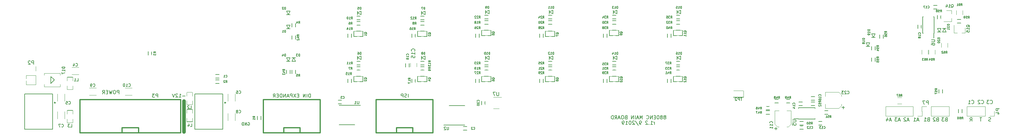
<source format=gbo>
G04 #@! TF.FileFunction,Legend,Bot*
%FSLAX46Y46*%
G04 Gerber Fmt 4.6, Leading zero omitted, Abs format (unit mm)*
G04 Created by KiCad (PCBNEW 4.0.2-stable) date 2019-09-27 10:43:36 AM*
%MOMM*%
G01*
G04 APERTURE LIST*
%ADD10C,0.200000*%
%ADD11C,0.150000*%
%ADD12C,1.000000*%
%ADD13C,0.120000*%
%ADD14C,0.066040*%
%ADD15C,0.101600*%
%ADD16C,0.203200*%
%ADD17C,0.304800*%
%ADD18C,0.299720*%
%ADD19C,0.127000*%
%ADD20C,0.350000*%
%ADD21C,0.152400*%
%ADD22R,0.900000X1.000000*%
%ADD23R,1.350000X1.100000*%
%ADD24R,1.000000X0.900000*%
%ADD25R,1.100000X1.700000*%
%ADD26R,1.700000X1.100000*%
%ADD27R,1.700000X2.700000*%
%ADD28R,2.700000X1.700000*%
%ADD29R,5.180000X2.640000*%
%ADD30O,2.640000X5.180000*%
%ADD31C,2.640000*%
%ADD32R,0.862000X0.709600*%
%ADD33R,0.709600X0.862000*%
%ADD34R,2.497760X2.497760*%
%ADD35R,1.600000X2.100000*%
%ADD36O,1.600000X2.100000*%
%ADD37O,4.100000X2.600000*%
%ADD38O,2.600000X2.100000*%
%ADD39O,1.600000X3.600000*%
%ADD40R,1.497000X1.243000*%
%ADD41R,2.700000X1.900000*%
%ADD42O,2.700000X1.900000*%
%ADD43R,1.800000X1.800000*%
%ADD44O,1.800000X1.800000*%
%ADD45R,0.801040X1.100760*%
%ADD46R,1.400000X0.800000*%
%ADD47R,2.900000X1.700000*%
%ADD48R,1.600000X0.550000*%
%ADD49C,2.600000*%
%ADD50R,2.600000X3.600000*%
%ADD51O,4.700000X1.550000*%
%ADD52O,4.400000X1.200000*%
%ADD53O,1.200000X4.400000*%
%ADD54C,1.200000*%
%ADD55R,1.900000X1.900000*%
%ADD56C,1.900000*%
%ADD57R,0.800000X1.400000*%
%ADD58R,1.550000X0.550000*%
%ADD59R,0.550000X1.550000*%
%ADD60R,0.800000X0.610000*%
G04 APERTURE END LIST*
D10*
D11*
X75609523Y-92100000D02*
X75685714Y-92061905D01*
X75799999Y-92061905D01*
X75914285Y-92100000D01*
X75990476Y-92176190D01*
X76028571Y-92252381D01*
X76066666Y-92404762D01*
X76066666Y-92519048D01*
X76028571Y-92671429D01*
X75990476Y-92747619D01*
X75914285Y-92823810D01*
X75799999Y-92861905D01*
X75723809Y-92861905D01*
X75609523Y-92823810D01*
X75571428Y-92785714D01*
X75571428Y-92519048D01*
X75723809Y-92519048D01*
X75228571Y-92861905D02*
X75228571Y-92061905D01*
X74771428Y-92861905D01*
X74771428Y-92061905D01*
X74390476Y-92861905D02*
X74390476Y-92061905D01*
X74200000Y-92061905D01*
X74085714Y-92100000D01*
X74009523Y-92176190D01*
X73971428Y-92252381D01*
X73933333Y-92404762D01*
X73933333Y-92519048D01*
X73971428Y-92671429D01*
X74009523Y-92747619D01*
X74085714Y-92823810D01*
X74200000Y-92861905D01*
X74390476Y-92861905D01*
X193100000Y-90505952D02*
X193195238Y-90458333D01*
X193242857Y-90410714D01*
X193290476Y-90315476D01*
X193290476Y-90267857D01*
X193242857Y-90172619D01*
X193195238Y-90125000D01*
X193100000Y-90077381D01*
X192909523Y-90077381D01*
X192814285Y-90125000D01*
X192766666Y-90172619D01*
X192719047Y-90267857D01*
X192719047Y-90315476D01*
X192766666Y-90410714D01*
X192814285Y-90458333D01*
X192909523Y-90505952D01*
X193100000Y-90505952D01*
X193195238Y-90553571D01*
X193242857Y-90601190D01*
X193290476Y-90696429D01*
X193290476Y-90886905D01*
X193242857Y-90982143D01*
X193195238Y-91029762D01*
X193100000Y-91077381D01*
X192909523Y-91077381D01*
X192814285Y-91029762D01*
X192766666Y-90982143D01*
X192719047Y-90886905D01*
X192719047Y-90696429D01*
X192766666Y-90601190D01*
X192814285Y-90553571D01*
X192909523Y-90505952D01*
X192147619Y-90505952D02*
X192242857Y-90458333D01*
X192290476Y-90410714D01*
X192338095Y-90315476D01*
X192338095Y-90267857D01*
X192290476Y-90172619D01*
X192242857Y-90125000D01*
X192147619Y-90077381D01*
X191957142Y-90077381D01*
X191861904Y-90125000D01*
X191814285Y-90172619D01*
X191766666Y-90267857D01*
X191766666Y-90315476D01*
X191814285Y-90410714D01*
X191861904Y-90458333D01*
X191957142Y-90505952D01*
X192147619Y-90505952D01*
X192242857Y-90553571D01*
X192290476Y-90601190D01*
X192338095Y-90696429D01*
X192338095Y-90886905D01*
X192290476Y-90982143D01*
X192242857Y-91029762D01*
X192147619Y-91077381D01*
X191957142Y-91077381D01*
X191861904Y-91029762D01*
X191814285Y-90982143D01*
X191766666Y-90886905D01*
X191766666Y-90696429D01*
X191814285Y-90601190D01*
X191861904Y-90553571D01*
X191957142Y-90505952D01*
X191147619Y-90077381D02*
X191052380Y-90077381D01*
X190957142Y-90125000D01*
X190909523Y-90172619D01*
X190861904Y-90267857D01*
X190814285Y-90458333D01*
X190814285Y-90696429D01*
X190861904Y-90886905D01*
X190909523Y-90982143D01*
X190957142Y-91029762D01*
X191052380Y-91077381D01*
X191147619Y-91077381D01*
X191242857Y-91029762D01*
X191290476Y-90982143D01*
X191338095Y-90886905D01*
X191385714Y-90696429D01*
X191385714Y-90458333D01*
X191338095Y-90267857D01*
X191290476Y-90172619D01*
X191242857Y-90125000D01*
X191147619Y-90077381D01*
X190385714Y-90553571D02*
X190052380Y-90553571D01*
X189909523Y-91077381D02*
X190385714Y-91077381D01*
X190385714Y-90077381D01*
X189909523Y-90077381D01*
X189480952Y-91077381D02*
X189480952Y-90077381D01*
X188909523Y-91077381D01*
X188909523Y-90077381D01*
X187861904Y-90982143D02*
X187909523Y-91029762D01*
X188052380Y-91077381D01*
X188147618Y-91077381D01*
X188290476Y-91029762D01*
X188385714Y-90934524D01*
X188433333Y-90839286D01*
X188480952Y-90648810D01*
X188480952Y-90505952D01*
X188433333Y-90315476D01*
X188385714Y-90220238D01*
X188290476Y-90125000D01*
X188147618Y-90077381D01*
X188052380Y-90077381D01*
X187909523Y-90125000D01*
X187861904Y-90172619D01*
X186671428Y-91077381D02*
X186671428Y-90077381D01*
X186338094Y-90791667D01*
X186004761Y-90077381D01*
X186004761Y-91077381D01*
X185576190Y-90791667D02*
X185099999Y-90791667D01*
X185671428Y-91077381D02*
X185338095Y-90077381D01*
X185004761Y-91077381D01*
X184671428Y-91077381D02*
X184671428Y-90077381D01*
X184195238Y-91077381D02*
X184195238Y-90077381D01*
X183623809Y-91077381D01*
X183623809Y-90077381D01*
X182052380Y-90553571D02*
X181909523Y-90601190D01*
X181861904Y-90648810D01*
X181814285Y-90744048D01*
X181814285Y-90886905D01*
X181861904Y-90982143D01*
X181909523Y-91029762D01*
X182004761Y-91077381D01*
X182385714Y-91077381D01*
X182385714Y-90077381D01*
X182052380Y-90077381D01*
X181957142Y-90125000D01*
X181909523Y-90172619D01*
X181861904Y-90267857D01*
X181861904Y-90363095D01*
X181909523Y-90458333D01*
X181957142Y-90505952D01*
X182052380Y-90553571D01*
X182385714Y-90553571D01*
X181195238Y-90077381D02*
X181004761Y-90077381D01*
X180909523Y-90125000D01*
X180814285Y-90220238D01*
X180766666Y-90410714D01*
X180766666Y-90744048D01*
X180814285Y-90934524D01*
X180909523Y-91029762D01*
X181004761Y-91077381D01*
X181195238Y-91077381D01*
X181290476Y-91029762D01*
X181385714Y-90934524D01*
X181433333Y-90744048D01*
X181433333Y-90410714D01*
X181385714Y-90220238D01*
X181290476Y-90125000D01*
X181195238Y-90077381D01*
X180385714Y-90791667D02*
X179909523Y-90791667D01*
X180480952Y-91077381D02*
X180147619Y-90077381D01*
X179814285Y-91077381D01*
X178909523Y-91077381D02*
X179242857Y-90601190D01*
X179480952Y-91077381D02*
X179480952Y-90077381D01*
X179099999Y-90077381D01*
X179004761Y-90125000D01*
X178957142Y-90172619D01*
X178909523Y-90267857D01*
X178909523Y-90410714D01*
X178957142Y-90505952D01*
X179004761Y-90553571D01*
X179099999Y-90601190D01*
X179480952Y-90601190D01*
X178480952Y-91077381D02*
X178480952Y-90077381D01*
X178242857Y-90077381D01*
X178099999Y-90125000D01*
X178004761Y-90220238D01*
X177957142Y-90315476D01*
X177909523Y-90505952D01*
X177909523Y-90648810D01*
X177957142Y-90839286D01*
X178004761Y-90934524D01*
X178099999Y-91029762D01*
X178242857Y-91077381D01*
X178480952Y-91077381D01*
X190147619Y-92627381D02*
X190147619Y-91960714D01*
X190147619Y-92151190D02*
X190100000Y-92055952D01*
X190052381Y-92008333D01*
X189957143Y-91960714D01*
X189861904Y-91960714D01*
X189004761Y-92627381D02*
X189576190Y-92627381D01*
X189290476Y-92627381D02*
X189290476Y-91627381D01*
X189385714Y-91770238D01*
X189480952Y-91865476D01*
X189576190Y-91913095D01*
X188576190Y-92532143D02*
X188528571Y-92579762D01*
X188576190Y-92627381D01*
X188623809Y-92579762D01*
X188576190Y-92532143D01*
X188576190Y-92627381D01*
X188147619Y-91722619D02*
X188100000Y-91675000D01*
X188004762Y-91627381D01*
X187766666Y-91627381D01*
X187671428Y-91675000D01*
X187623809Y-91722619D01*
X187576190Y-91817857D01*
X187576190Y-91913095D01*
X187623809Y-92055952D01*
X188195238Y-92627381D01*
X187576190Y-92627381D01*
X186338095Y-92627381D02*
X186147619Y-92627381D01*
X186052380Y-92579762D01*
X186004761Y-92532143D01*
X185909523Y-92389286D01*
X185861904Y-92198810D01*
X185861904Y-91817857D01*
X185909523Y-91722619D01*
X185957142Y-91675000D01*
X186052380Y-91627381D01*
X186242857Y-91627381D01*
X186338095Y-91675000D01*
X186385714Y-91722619D01*
X186433333Y-91817857D01*
X186433333Y-92055952D01*
X186385714Y-92151190D01*
X186338095Y-92198810D01*
X186242857Y-92246429D01*
X186052380Y-92246429D01*
X185957142Y-92198810D01*
X185909523Y-92151190D01*
X185861904Y-92055952D01*
X184719047Y-91579762D02*
X185576190Y-92865476D01*
X184433333Y-91722619D02*
X184385714Y-91675000D01*
X184290476Y-91627381D01*
X184052380Y-91627381D01*
X183957142Y-91675000D01*
X183909523Y-91722619D01*
X183861904Y-91817857D01*
X183861904Y-91913095D01*
X183909523Y-92055952D01*
X184480952Y-92627381D01*
X183861904Y-92627381D01*
X183242857Y-91627381D02*
X183147618Y-91627381D01*
X183052380Y-91675000D01*
X183004761Y-91722619D01*
X182957142Y-91817857D01*
X182909523Y-92008333D01*
X182909523Y-92246429D01*
X182957142Y-92436905D01*
X183004761Y-92532143D01*
X183052380Y-92579762D01*
X183147618Y-92627381D01*
X183242857Y-92627381D01*
X183338095Y-92579762D01*
X183385714Y-92532143D01*
X183433333Y-92436905D01*
X183480952Y-92246429D01*
X183480952Y-92008333D01*
X183433333Y-91817857D01*
X183385714Y-91722619D01*
X183338095Y-91675000D01*
X183242857Y-91627381D01*
X181957142Y-92627381D02*
X182528571Y-92627381D01*
X182242857Y-92627381D02*
X182242857Y-91627381D01*
X182338095Y-91770238D01*
X182433333Y-91865476D01*
X182528571Y-91913095D01*
X181480952Y-92627381D02*
X181290476Y-92627381D01*
X181195237Y-92579762D01*
X181147618Y-92532143D01*
X181052380Y-92389286D01*
X181004761Y-92198810D01*
X181004761Y-91817857D01*
X181052380Y-91722619D01*
X181099999Y-91675000D01*
X181195237Y-91627381D01*
X181385714Y-91627381D01*
X181480952Y-91675000D01*
X181528571Y-91722619D01*
X181576190Y-91817857D01*
X181576190Y-92055952D01*
X181528571Y-92151190D01*
X181480952Y-92198810D01*
X181385714Y-92246429D01*
X181195237Y-92246429D01*
X181099999Y-92198810D01*
X181052380Y-92151190D01*
X181004761Y-92055952D01*
D12*
X57600000Y-94750000D02*
X57600000Y-86000000D01*
D11*
X57961905Y-84571429D02*
X57200000Y-84571429D01*
X56200000Y-84952381D02*
X56771429Y-84952381D01*
X56485715Y-84952381D02*
X56485715Y-83952381D01*
X56580953Y-84095238D01*
X56676191Y-84190476D01*
X56771429Y-84238095D01*
X55819048Y-84047619D02*
X55771429Y-84000000D01*
X55676191Y-83952381D01*
X55438095Y-83952381D01*
X55342857Y-84000000D01*
X55295238Y-84047619D01*
X55247619Y-84142857D01*
X55247619Y-84238095D01*
X55295238Y-84380952D01*
X55866667Y-84952381D01*
X55247619Y-84952381D01*
X54961905Y-83952381D02*
X54628572Y-84952381D01*
X54295238Y-83952381D01*
X39309524Y-83952381D02*
X39309524Y-82952381D01*
X38928571Y-82952381D01*
X38833333Y-83000000D01*
X38785714Y-83047619D01*
X38738095Y-83142857D01*
X38738095Y-83285714D01*
X38785714Y-83380952D01*
X38833333Y-83428571D01*
X38928571Y-83476190D01*
X39309524Y-83476190D01*
X38119048Y-82952381D02*
X37928571Y-82952381D01*
X37833333Y-83000000D01*
X37738095Y-83095238D01*
X37690476Y-83285714D01*
X37690476Y-83619048D01*
X37738095Y-83809524D01*
X37833333Y-83904762D01*
X37928571Y-83952381D01*
X38119048Y-83952381D01*
X38214286Y-83904762D01*
X38309524Y-83809524D01*
X38357143Y-83619048D01*
X38357143Y-83285714D01*
X38309524Y-83095238D01*
X38214286Y-83000000D01*
X38119048Y-82952381D01*
X37357143Y-82952381D02*
X37119048Y-83952381D01*
X36928571Y-83238095D01*
X36738095Y-83952381D01*
X36500000Y-82952381D01*
X36119048Y-83428571D02*
X35785714Y-83428571D01*
X35642857Y-83952381D02*
X36119048Y-83952381D01*
X36119048Y-82952381D01*
X35642857Y-82952381D01*
X34642857Y-83952381D02*
X34976191Y-83476190D01*
X35214286Y-83952381D02*
X35214286Y-82952381D01*
X34833333Y-82952381D01*
X34738095Y-83000000D01*
X34690476Y-83047619D01*
X34642857Y-83142857D01*
X34642857Y-83285714D01*
X34690476Y-83380952D01*
X34738095Y-83428571D01*
X34833333Y-83476190D01*
X35214286Y-83476190D01*
X120726190Y-84952381D02*
X120726190Y-83952381D01*
X120297619Y-84904762D02*
X120154762Y-84952381D01*
X119916666Y-84952381D01*
X119821428Y-84904762D01*
X119773809Y-84857143D01*
X119726190Y-84761905D01*
X119726190Y-84666667D01*
X119773809Y-84571429D01*
X119821428Y-84523810D01*
X119916666Y-84476190D01*
X120107143Y-84428571D01*
X120202381Y-84380952D01*
X120250000Y-84333333D01*
X120297619Y-84238095D01*
X120297619Y-84142857D01*
X120250000Y-84047619D01*
X120202381Y-84000000D01*
X120107143Y-83952381D01*
X119869047Y-83952381D01*
X119726190Y-84000000D01*
X119297619Y-84952381D02*
X119297619Y-83952381D01*
X118916666Y-83952381D01*
X118821428Y-84000000D01*
X118773809Y-84047619D01*
X118726190Y-84142857D01*
X118726190Y-84285714D01*
X118773809Y-84380952D01*
X118821428Y-84428571D01*
X118916666Y-84476190D01*
X119297619Y-84476190D01*
X93238095Y-84952381D02*
X93238095Y-83952381D01*
X93000000Y-83952381D01*
X92857142Y-84000000D01*
X92761904Y-84095238D01*
X92714285Y-84190476D01*
X92666666Y-84380952D01*
X92666666Y-84523810D01*
X92714285Y-84714286D01*
X92761904Y-84809524D01*
X92857142Y-84904762D01*
X93000000Y-84952381D01*
X93238095Y-84952381D01*
X92238095Y-84952381D02*
X92238095Y-83952381D01*
X91761905Y-84952381D02*
X91761905Y-83952381D01*
X91190476Y-84952381D01*
X91190476Y-83952381D01*
X89952381Y-84428571D02*
X89619047Y-84428571D01*
X89476190Y-84952381D02*
X89952381Y-84952381D01*
X89952381Y-83952381D01*
X89476190Y-83952381D01*
X89142857Y-83952381D02*
X88476190Y-84952381D01*
X88476190Y-83952381D02*
X89142857Y-84952381D01*
X88095238Y-84952381D02*
X88095238Y-83952381D01*
X87714285Y-83952381D01*
X87619047Y-84000000D01*
X87571428Y-84047619D01*
X87523809Y-84142857D01*
X87523809Y-84285714D01*
X87571428Y-84380952D01*
X87619047Y-84428571D01*
X87714285Y-84476190D01*
X88095238Y-84476190D01*
X87142857Y-84666667D02*
X86666666Y-84666667D01*
X87238095Y-84952381D02*
X86904762Y-83952381D01*
X86571428Y-84952381D01*
X86238095Y-84952381D02*
X86238095Y-83952381D01*
X85666666Y-84952381D01*
X85666666Y-83952381D01*
X85190476Y-84952381D02*
X85190476Y-83952381D01*
X84952381Y-83952381D01*
X84809523Y-84000000D01*
X84714285Y-84095238D01*
X84666666Y-84190476D01*
X84619047Y-84380952D01*
X84619047Y-84523810D01*
X84666666Y-84714286D01*
X84714285Y-84809524D01*
X84809523Y-84904762D01*
X84952381Y-84952381D01*
X85190476Y-84952381D01*
X84190476Y-84428571D02*
X83857142Y-84428571D01*
X83714285Y-84952381D02*
X84190476Y-84952381D01*
X84190476Y-83952381D01*
X83714285Y-83952381D01*
X82714285Y-84952381D02*
X83047619Y-84476190D01*
X83285714Y-84952381D02*
X83285714Y-83952381D01*
X82904761Y-83952381D01*
X82809523Y-84000000D01*
X82761904Y-84047619D01*
X82714285Y-84142857D01*
X82714285Y-84285714D01*
X82761904Y-84380952D01*
X82809523Y-84428571D01*
X82904761Y-84476190D01*
X83285714Y-84476190D01*
X284785714Y-91654762D02*
X284642857Y-91702381D01*
X284404761Y-91702381D01*
X284309523Y-91654762D01*
X284261904Y-91607143D01*
X284214285Y-91511905D01*
X284214285Y-91416667D01*
X284261904Y-91321429D01*
X284309523Y-91273810D01*
X284404761Y-91226190D01*
X284595238Y-91178571D01*
X284690476Y-91130952D01*
X284738095Y-91083333D01*
X284785714Y-90988095D01*
X284785714Y-90892857D01*
X284738095Y-90797619D01*
X284690476Y-90750000D01*
X284595238Y-90702381D01*
X284357142Y-90702381D01*
X284214285Y-90750000D01*
X278940476Y-91702381D02*
X279273810Y-91226190D01*
X279511905Y-91702381D02*
X279511905Y-90702381D01*
X279130952Y-90702381D01*
X279035714Y-90750000D01*
X278988095Y-90797619D01*
X278940476Y-90892857D01*
X278940476Y-91035714D01*
X278988095Y-91130952D01*
X279035714Y-91178571D01*
X279130952Y-91226190D01*
X279511905Y-91226190D01*
X282285714Y-90702381D02*
X281714285Y-90702381D01*
X282000000Y-91702381D02*
X282000000Y-90702381D01*
X256764286Y-91416667D02*
X256288095Y-91416667D01*
X256859524Y-91702381D02*
X256526191Y-90702381D01*
X256192857Y-91702381D01*
X255430952Y-91035714D02*
X255430952Y-91702381D01*
X255669048Y-90654762D02*
X255907143Y-91369048D01*
X255288095Y-91369048D01*
X259264286Y-91416667D02*
X258788095Y-91416667D01*
X259359524Y-91702381D02*
X259026191Y-90702381D01*
X258692857Y-91702381D01*
X258454762Y-90702381D02*
X257835714Y-90702381D01*
X258169048Y-91083333D01*
X258026190Y-91083333D01*
X257930952Y-91130952D01*
X257883333Y-91178571D01*
X257835714Y-91273810D01*
X257835714Y-91511905D01*
X257883333Y-91607143D01*
X257930952Y-91654762D01*
X258026190Y-91702381D01*
X258311905Y-91702381D01*
X258407143Y-91654762D01*
X258454762Y-91607143D01*
X261764286Y-91416667D02*
X261288095Y-91416667D01*
X261859524Y-91702381D02*
X261526191Y-90702381D01*
X261192857Y-91702381D01*
X260907143Y-90797619D02*
X260859524Y-90750000D01*
X260764286Y-90702381D01*
X260526190Y-90702381D01*
X260430952Y-90750000D01*
X260383333Y-90797619D01*
X260335714Y-90892857D01*
X260335714Y-90988095D01*
X260383333Y-91130952D01*
X260954762Y-91702381D01*
X260335714Y-91702381D01*
X264514286Y-91416667D02*
X264038095Y-91416667D01*
X264609524Y-91702381D02*
X264276191Y-90702381D01*
X263942857Y-91702381D01*
X263085714Y-91702381D02*
X263657143Y-91702381D01*
X263371429Y-91702381D02*
X263371429Y-90702381D01*
X263466667Y-90845238D01*
X263561905Y-90940476D01*
X263657143Y-90988095D01*
X279416666Y-86657143D02*
X279464285Y-86704762D01*
X279607142Y-86752381D01*
X279702380Y-86752381D01*
X279845238Y-86704762D01*
X279940476Y-86609524D01*
X279988095Y-86514286D01*
X280035714Y-86323810D01*
X280035714Y-86180952D01*
X279988095Y-85990476D01*
X279940476Y-85895238D01*
X279845238Y-85800000D01*
X279702380Y-85752381D01*
X279607142Y-85752381D01*
X279464285Y-85800000D01*
X279416666Y-85847619D01*
X278464285Y-86752381D02*
X279035714Y-86752381D01*
X278750000Y-86752381D02*
X278750000Y-85752381D01*
X278845238Y-85895238D01*
X278940476Y-85990476D01*
X279035714Y-86038095D01*
X282166666Y-86657143D02*
X282214285Y-86704762D01*
X282357142Y-86752381D01*
X282452380Y-86752381D01*
X282595238Y-86704762D01*
X282690476Y-86609524D01*
X282738095Y-86514286D01*
X282785714Y-86323810D01*
X282785714Y-86180952D01*
X282738095Y-85990476D01*
X282690476Y-85895238D01*
X282595238Y-85800000D01*
X282452380Y-85752381D01*
X282357142Y-85752381D01*
X282214285Y-85800000D01*
X282166666Y-85847619D01*
X281785714Y-85847619D02*
X281738095Y-85800000D01*
X281642857Y-85752381D01*
X281404761Y-85752381D01*
X281309523Y-85800000D01*
X281261904Y-85847619D01*
X281214285Y-85942857D01*
X281214285Y-86038095D01*
X281261904Y-86180952D01*
X281833333Y-86752381D01*
X281214285Y-86752381D01*
X284666666Y-86657143D02*
X284714285Y-86704762D01*
X284857142Y-86752381D01*
X284952380Y-86752381D01*
X285095238Y-86704762D01*
X285190476Y-86609524D01*
X285238095Y-86514286D01*
X285285714Y-86323810D01*
X285285714Y-86180952D01*
X285238095Y-85990476D01*
X285190476Y-85895238D01*
X285095238Y-85800000D01*
X284952380Y-85752381D01*
X284857142Y-85752381D01*
X284714285Y-85800000D01*
X284666666Y-85847619D01*
X284333333Y-85752381D02*
X283714285Y-85752381D01*
X284047619Y-86133333D01*
X283904761Y-86133333D01*
X283809523Y-86180952D01*
X283761904Y-86228571D01*
X283714285Y-86323810D01*
X283714285Y-86561905D01*
X283761904Y-86657143D01*
X283809523Y-86704762D01*
X283904761Y-86752381D01*
X284190476Y-86752381D01*
X284285714Y-86704762D01*
X284333333Y-86657143D01*
X272254761Y-91178571D02*
X272111904Y-91226190D01*
X272064285Y-91273810D01*
X272016666Y-91369048D01*
X272016666Y-91511905D01*
X272064285Y-91607143D01*
X272111904Y-91654762D01*
X272207142Y-91702381D01*
X272588095Y-91702381D01*
X272588095Y-90702381D01*
X272254761Y-90702381D01*
X272159523Y-90750000D01*
X272111904Y-90797619D01*
X272064285Y-90892857D01*
X272064285Y-90988095D01*
X272111904Y-91083333D01*
X272159523Y-91130952D01*
X272254761Y-91178571D01*
X272588095Y-91178571D01*
X271683333Y-90702381D02*
X271064285Y-90702381D01*
X271397619Y-91083333D01*
X271254761Y-91083333D01*
X271159523Y-91130952D01*
X271111904Y-91178571D01*
X271064285Y-91273810D01*
X271064285Y-91511905D01*
X271111904Y-91607143D01*
X271159523Y-91654762D01*
X271254761Y-91702381D01*
X271540476Y-91702381D01*
X271635714Y-91654762D01*
X271683333Y-91607143D01*
X269754761Y-91178571D02*
X269611904Y-91226190D01*
X269564285Y-91273810D01*
X269516666Y-91369048D01*
X269516666Y-91511905D01*
X269564285Y-91607143D01*
X269611904Y-91654762D01*
X269707142Y-91702381D01*
X270088095Y-91702381D01*
X270088095Y-90702381D01*
X269754761Y-90702381D01*
X269659523Y-90750000D01*
X269611904Y-90797619D01*
X269564285Y-90892857D01*
X269564285Y-90988095D01*
X269611904Y-91083333D01*
X269659523Y-91130952D01*
X269754761Y-91178571D01*
X270088095Y-91178571D01*
X269135714Y-90797619D02*
X269088095Y-90750000D01*
X268992857Y-90702381D01*
X268754761Y-90702381D01*
X268659523Y-90750000D01*
X268611904Y-90797619D01*
X268564285Y-90892857D01*
X268564285Y-90988095D01*
X268611904Y-91130952D01*
X269183333Y-91702381D01*
X268564285Y-91702381D01*
X267254761Y-91178571D02*
X267111904Y-91226190D01*
X267064285Y-91273810D01*
X267016666Y-91369048D01*
X267016666Y-91511905D01*
X267064285Y-91607143D01*
X267111904Y-91654762D01*
X267207142Y-91702381D01*
X267588095Y-91702381D01*
X267588095Y-90702381D01*
X267254761Y-90702381D01*
X267159523Y-90750000D01*
X267111904Y-90797619D01*
X267064285Y-90892857D01*
X267064285Y-90988095D01*
X267111904Y-91083333D01*
X267159523Y-91130952D01*
X267254761Y-91178571D01*
X267588095Y-91178571D01*
X266064285Y-91702381D02*
X266635714Y-91702381D01*
X266350000Y-91702381D02*
X266350000Y-90702381D01*
X266445238Y-90845238D01*
X266540476Y-90940476D01*
X266635714Y-90988095D01*
D10*
X121000000Y-76350000D02*
X121000000Y-75350000D01*
X120000000Y-76350000D02*
X120000000Y-75350000D01*
D13*
X123100000Y-75250000D02*
X123100000Y-76250000D01*
X121400000Y-76250000D02*
X121400000Y-75250000D01*
D10*
X66500000Y-79500000D02*
X67500000Y-79500000D01*
X66500000Y-78500000D02*
X67500000Y-78500000D01*
X137250000Y-93250000D02*
X136250000Y-93250000D01*
X137250000Y-94250000D02*
X136250000Y-94250000D01*
X101000000Y-86750000D02*
X102000000Y-86750000D01*
X101000000Y-85750000D02*
X102000000Y-85750000D01*
D13*
X28000000Y-78520000D02*
X26000000Y-78520000D01*
X26000000Y-76480000D02*
X28000000Y-76480000D01*
X24020000Y-84000000D02*
X24020000Y-86000000D01*
X21980000Y-86000000D02*
X21980000Y-84000000D01*
X69930000Y-86000000D02*
X69930000Y-84000000D01*
X71970000Y-84000000D02*
X71970000Y-86000000D01*
X24020000Y-89000000D02*
X24020000Y-91000000D01*
X21980000Y-91000000D02*
X21980000Y-89000000D01*
X71970000Y-89500000D02*
X71970000Y-91500000D01*
X69930000Y-91500000D02*
X69930000Y-89500000D01*
X30900000Y-82280000D02*
X32900000Y-82280000D01*
X32900000Y-84320000D02*
X30900000Y-84320000D01*
X43000000Y-84320000D02*
X41000000Y-84320000D01*
X41000000Y-82280000D02*
X43000000Y-82280000D01*
X227770000Y-93290000D02*
X227370000Y-93290000D01*
X228540000Y-88710000D02*
X227370000Y-88710000D01*
X223960000Y-88710000D02*
X225130000Y-88710000D01*
X224730000Y-93290000D02*
X225130000Y-93290000D01*
X223960000Y-92520000D02*
X223960000Y-88710000D01*
X223960000Y-92520000D02*
X224730000Y-93290000D01*
X228540000Y-92520000D02*
X228540000Y-88710000D01*
X228540000Y-92520000D02*
X227770000Y-93290000D01*
D10*
X232000000Y-93000000D02*
X231000000Y-93000000D01*
X232000000Y-94000000D02*
X231000000Y-94000000D01*
X236300000Y-92800000D02*
X237300000Y-92800000D01*
X236300000Y-91800000D02*
X237300000Y-91800000D01*
X230750000Y-87250000D02*
X231750000Y-87250000D01*
X230750000Y-86250000D02*
X231750000Y-86250000D01*
X234250000Y-85750000D02*
X235250000Y-85750000D01*
X234250000Y-84750000D02*
X235250000Y-84750000D01*
X269700000Y-58900000D02*
X268700000Y-58900000D01*
X269700000Y-59900000D02*
X268700000Y-59900000D01*
X265250000Y-65450000D02*
X265250000Y-64450000D01*
X264250000Y-65450000D02*
X264250000Y-64450000D01*
D13*
X242790000Y-84230000D02*
X242790000Y-84630000D01*
X238210000Y-83460000D02*
X238210000Y-84630000D01*
X238210000Y-88040000D02*
X238210000Y-86870000D01*
X242790000Y-87270000D02*
X242790000Y-86870000D01*
X242020000Y-88040000D02*
X238210000Y-88040000D01*
X242020000Y-88040000D02*
X242790000Y-87270000D01*
X242020000Y-83460000D02*
X238210000Y-83460000D01*
X242020000Y-83460000D02*
X242790000Y-84230000D01*
D11*
X86492000Y-65508000D02*
X87508000Y-65508000D01*
X86492000Y-64492000D02*
X87508000Y-64492000D01*
X87508000Y-64492000D02*
X87000000Y-65508000D01*
X87000000Y-65508000D02*
X86492000Y-64492000D01*
X86492000Y-61508000D02*
X87508000Y-61508000D01*
X86492000Y-60492000D02*
X87508000Y-60492000D01*
X87508000Y-60492000D02*
X87000000Y-61508000D01*
X87000000Y-61508000D02*
X86492000Y-60492000D01*
X89008000Y-73742000D02*
X87992000Y-73742000D01*
X89008000Y-74758000D02*
X87992000Y-74758000D01*
X87992000Y-74758000D02*
X88500000Y-73742000D01*
X88500000Y-73742000D02*
X89008000Y-74758000D01*
X86492000Y-74758000D02*
X87508000Y-74758000D01*
X86492000Y-73742000D02*
X87508000Y-73742000D01*
X87508000Y-73742000D02*
X87000000Y-74758000D01*
X87000000Y-74758000D02*
X86492000Y-73742000D01*
X106492000Y-60492000D02*
X106492000Y-61508000D01*
X107508000Y-60492000D02*
X107508000Y-61508000D01*
X107508000Y-61508000D02*
X106492000Y-61000000D01*
X106492000Y-61000000D02*
X107508000Y-60492000D01*
X106492000Y-73242000D02*
X106492000Y-74258000D01*
X107508000Y-73242000D02*
X107508000Y-74258000D01*
X107508000Y-74258000D02*
X106492000Y-73750000D01*
X106492000Y-73750000D02*
X107508000Y-73242000D01*
X124492000Y-60492000D02*
X124492000Y-61508000D01*
X125508000Y-60492000D02*
X125508000Y-61508000D01*
X125508000Y-61508000D02*
X124492000Y-61000000D01*
X124492000Y-61000000D02*
X125508000Y-60492000D01*
X124492000Y-73242000D02*
X124492000Y-74258000D01*
X125508000Y-73242000D02*
X125508000Y-74258000D01*
X125508000Y-74258000D02*
X124492000Y-73750000D01*
X124492000Y-73750000D02*
X125508000Y-73242000D01*
X142492000Y-60242000D02*
X142492000Y-61258000D01*
X143508000Y-60242000D02*
X143508000Y-61258000D01*
X143508000Y-61258000D02*
X142492000Y-60750000D01*
X142492000Y-60750000D02*
X143508000Y-60242000D01*
X142492000Y-73242000D02*
X142492000Y-74258000D01*
X143508000Y-73242000D02*
X143508000Y-74258000D01*
X143508000Y-74258000D02*
X142492000Y-73750000D01*
X142492000Y-73750000D02*
X143508000Y-73242000D01*
X160492000Y-60242000D02*
X160492000Y-61258000D01*
X161508000Y-60242000D02*
X161508000Y-61258000D01*
X161508000Y-61258000D02*
X160492000Y-60750000D01*
X160492000Y-60750000D02*
X161508000Y-60242000D01*
X160492000Y-73242000D02*
X160492000Y-74258000D01*
X161508000Y-73242000D02*
X161508000Y-74258000D01*
X161508000Y-74258000D02*
X160492000Y-73750000D01*
X160492000Y-73750000D02*
X161508000Y-73242000D01*
X178492000Y-60242000D02*
X178492000Y-61258000D01*
X179508000Y-60242000D02*
X179508000Y-61258000D01*
X179508000Y-61258000D02*
X178492000Y-60750000D01*
X178492000Y-60750000D02*
X179508000Y-60242000D01*
X178492000Y-73242000D02*
X178492000Y-74258000D01*
X179508000Y-73242000D02*
X179508000Y-74258000D01*
X179508000Y-74258000D02*
X178492000Y-73750000D01*
X178492000Y-73750000D02*
X179508000Y-73242000D01*
X196492000Y-60242000D02*
X196492000Y-61258000D01*
X197508000Y-60242000D02*
X197508000Y-61258000D01*
X197508000Y-61258000D02*
X196492000Y-60750000D01*
X196492000Y-60750000D02*
X197508000Y-60242000D01*
X196492000Y-73242000D02*
X196492000Y-74258000D01*
X197508000Y-73242000D02*
X197508000Y-74258000D01*
X197508000Y-74258000D02*
X196492000Y-73750000D01*
X196492000Y-73750000D02*
X197508000Y-73242000D01*
D14*
X22760240Y-81129660D02*
X22760240Y-78950340D01*
X18239040Y-81129660D02*
X18239040Y-78950340D01*
X21848380Y-81939920D02*
X21297200Y-81939920D01*
X21848380Y-78140080D02*
X21297200Y-78140080D01*
D15*
X22760240Y-78135000D02*
X18239040Y-78135000D01*
X22760240Y-81945000D02*
X18239040Y-81945000D01*
X22760240Y-81945000D02*
X22760240Y-78135000D01*
X18239040Y-81945000D02*
X18239040Y-78135000D01*
D16*
X20109140Y-79041780D02*
X21127680Y-80040000D01*
X21127680Y-80040000D02*
X20109140Y-81038220D01*
X20109140Y-81038220D02*
X20109140Y-79041780D01*
D11*
X249692000Y-70508000D02*
X250708000Y-70508000D01*
X249692000Y-69492000D02*
X250708000Y-69492000D01*
X250708000Y-69492000D02*
X250200000Y-70508000D01*
X250200000Y-70508000D02*
X249692000Y-69492000D01*
X251242000Y-68008000D02*
X252258000Y-68008000D01*
X251242000Y-66992000D02*
X252258000Y-66992000D01*
X252258000Y-66992000D02*
X251750000Y-68008000D01*
X251750000Y-68008000D02*
X251242000Y-66992000D01*
X269742000Y-66458000D02*
X270758000Y-66458000D01*
X269742000Y-65442000D02*
X270758000Y-65442000D01*
X270758000Y-65442000D02*
X270250000Y-66458000D01*
X270250000Y-66458000D02*
X269742000Y-65442000D01*
X272258000Y-65442000D02*
X271242000Y-65442000D01*
X272258000Y-66458000D02*
X271242000Y-66458000D01*
X271242000Y-66458000D02*
X271750000Y-65442000D01*
X271750000Y-65442000D02*
X272258000Y-66458000D01*
D17*
X127750000Y-94950000D02*
X111750000Y-94950000D01*
X111750000Y-85550000D02*
X127750000Y-85550000D01*
X127750000Y-85550000D02*
X127750000Y-94950000D01*
X111750000Y-85550000D02*
X111750000Y-94950000D01*
D18*
X117450000Y-94950000D02*
X117450000Y-93550000D01*
X117450000Y-93550000D02*
X122050000Y-93550000D01*
X122050000Y-93550000D02*
X122050000Y-94950000D01*
D19*
X26262000Y-80288800D02*
X26262000Y-79272800D01*
X26262000Y-79272800D02*
X24738000Y-79272800D01*
X24738000Y-79272800D02*
X24738000Y-80288800D01*
X24738000Y-81711200D02*
X24738000Y-82727200D01*
X24738000Y-82727200D02*
X26262000Y-82727200D01*
X26262000Y-82727200D02*
X26262000Y-81711200D01*
X60012000Y-84538800D02*
X60012000Y-83522800D01*
X60012000Y-83522800D02*
X58488000Y-83522800D01*
X58488000Y-83522800D02*
X58488000Y-84538800D01*
X58488000Y-85961200D02*
X58488000Y-86977200D01*
X58488000Y-86977200D02*
X60012000Y-86977200D01*
X60012000Y-86977200D02*
X60012000Y-85961200D01*
X24738000Y-91111200D02*
X24738000Y-92127200D01*
X24738000Y-92127200D02*
X26262000Y-92127200D01*
X26262000Y-92127200D02*
X26262000Y-91111200D01*
X26262000Y-89688800D02*
X26262000Y-88672800D01*
X26262000Y-88672800D02*
X24738000Y-88672800D01*
X24738000Y-88672800D02*
X24738000Y-89688800D01*
X60012000Y-89388800D02*
X60012000Y-88372800D01*
X60012000Y-88372800D02*
X58488000Y-88372800D01*
X58488000Y-88372800D02*
X58488000Y-89388800D01*
X58488000Y-90811200D02*
X58488000Y-91827200D01*
X58488000Y-91827200D02*
X60012000Y-91827200D01*
X60012000Y-91827200D02*
X60012000Y-90811200D01*
D17*
X96000000Y-94950000D02*
X80000000Y-94950000D01*
X80000000Y-85550000D02*
X96000000Y-85550000D01*
X96000000Y-85550000D02*
X96000000Y-94950000D01*
X80000000Y-85550000D02*
X80000000Y-94950000D01*
D18*
X85700000Y-94950000D02*
X85700000Y-93550000D01*
X85700000Y-93550000D02*
X90300000Y-93550000D01*
X90300000Y-93550000D02*
X90300000Y-94950000D01*
D13*
X15830000Y-81370000D02*
X13170000Y-81370000D01*
X15830000Y-78770000D02*
X15830000Y-81370000D01*
X13170000Y-78770000D02*
X13170000Y-81370000D01*
X15830000Y-78770000D02*
X13170000Y-78770000D01*
X15830000Y-77500000D02*
X15830000Y-76170000D01*
X15830000Y-76170000D02*
X14500000Y-76170000D01*
X278070000Y-90230000D02*
X278070000Y-87570000D01*
X283210000Y-90230000D02*
X278070000Y-90230000D01*
X283210000Y-87570000D02*
X278070000Y-87570000D01*
X283210000Y-90230000D02*
X283210000Y-87570000D01*
X284480000Y-90230000D02*
X285810000Y-90230000D01*
X285810000Y-90230000D02*
X285810000Y-88900000D01*
D19*
X108020000Y-66238000D02*
X105416500Y-66238000D01*
X105416500Y-66238000D02*
X105416500Y-67762000D01*
X105416500Y-67762000D02*
X108020000Y-67762000D01*
X108020000Y-67762000D02*
X108020000Y-66238000D01*
X108020000Y-78988000D02*
X105416500Y-78988000D01*
X105416500Y-78988000D02*
X105416500Y-80512000D01*
X105416500Y-80512000D02*
X108020000Y-80512000D01*
X108020000Y-80512000D02*
X108020000Y-78988000D01*
X126020000Y-66238000D02*
X123416500Y-66238000D01*
X123416500Y-66238000D02*
X123416500Y-67762000D01*
X123416500Y-67762000D02*
X126020000Y-67762000D01*
X126020000Y-67762000D02*
X126020000Y-66238000D01*
X126020000Y-78988000D02*
X123416500Y-78988000D01*
X123416500Y-78988000D02*
X123416500Y-80512000D01*
X123416500Y-80512000D02*
X126020000Y-80512000D01*
X126020000Y-80512000D02*
X126020000Y-78988000D01*
X144020000Y-65988000D02*
X141416500Y-65988000D01*
X141416500Y-65988000D02*
X141416500Y-67512000D01*
X141416500Y-67512000D02*
X144020000Y-67512000D01*
X144020000Y-67512000D02*
X144020000Y-65988000D01*
X144020000Y-78988000D02*
X141416500Y-78988000D01*
X141416500Y-78988000D02*
X141416500Y-80512000D01*
X141416500Y-80512000D02*
X144020000Y-80512000D01*
X144020000Y-80512000D02*
X144020000Y-78988000D01*
X162020000Y-66238000D02*
X159416500Y-66238000D01*
X159416500Y-66238000D02*
X159416500Y-67762000D01*
X159416500Y-67762000D02*
X162020000Y-67762000D01*
X162020000Y-67762000D02*
X162020000Y-66238000D01*
X162020000Y-78988000D02*
X159416500Y-78988000D01*
X159416500Y-78988000D02*
X159416500Y-80512000D01*
X159416500Y-80512000D02*
X162020000Y-80512000D01*
X162020000Y-80512000D02*
X162020000Y-78988000D01*
X180020000Y-65988000D02*
X177416500Y-65988000D01*
X177416500Y-65988000D02*
X177416500Y-67512000D01*
X177416500Y-67512000D02*
X180020000Y-67512000D01*
X180020000Y-67512000D02*
X180020000Y-65988000D01*
X180020000Y-78988000D02*
X177416500Y-78988000D01*
X177416500Y-78988000D02*
X177416500Y-80512000D01*
X177416500Y-80512000D02*
X180020000Y-80512000D01*
X180020000Y-80512000D02*
X180020000Y-78988000D01*
X198020000Y-65988000D02*
X195416500Y-65988000D01*
X195416500Y-65988000D02*
X195416500Y-67512000D01*
X195416500Y-67512000D02*
X198020000Y-67512000D01*
X198020000Y-67512000D02*
X198020000Y-65988000D01*
X198020000Y-78988000D02*
X195416500Y-78988000D01*
X195416500Y-78988000D02*
X195416500Y-80512000D01*
X195416500Y-80512000D02*
X198020000Y-80512000D01*
X198020000Y-80512000D02*
X198020000Y-78988000D01*
D13*
X273760000Y-60370000D02*
X273760000Y-61300000D01*
X273760000Y-63530000D02*
X273760000Y-62600000D01*
X273760000Y-63530000D02*
X271600000Y-63530000D01*
X273760000Y-60370000D02*
X272300000Y-60370000D01*
X277580000Y-66710000D02*
X276650000Y-66710000D01*
X274420000Y-66710000D02*
X275350000Y-66710000D01*
X274420000Y-66710000D02*
X274420000Y-64550000D01*
X277580000Y-66710000D02*
X277580000Y-65250000D01*
D10*
X78250000Y-90250000D02*
X78250000Y-91250000D01*
X79250000Y-90250000D02*
X79250000Y-91250000D01*
X67500000Y-80000000D02*
X66500000Y-80000000D01*
X67500000Y-81000000D02*
X66500000Y-81000000D01*
X48500000Y-73000000D02*
X48500000Y-72000000D01*
X47500000Y-73000000D02*
X47500000Y-72000000D01*
X88000000Y-64000000D02*
X88000000Y-65000000D01*
X89000000Y-64000000D02*
X89000000Y-65000000D01*
X88000000Y-77250000D02*
X88000000Y-78250000D01*
X89000000Y-77250000D02*
X89000000Y-78250000D01*
X107250000Y-63500000D02*
X106250000Y-63500000D01*
X107250000Y-64500000D02*
X106250000Y-64500000D01*
X107250000Y-76250000D02*
X106250000Y-76250000D01*
X107250000Y-77250000D02*
X106250000Y-77250000D01*
X125250000Y-63500000D02*
X124250000Y-63500000D01*
X125250000Y-64500000D02*
X124250000Y-64500000D01*
X125250000Y-76250000D02*
X124250000Y-76250000D01*
X125250000Y-77250000D02*
X124250000Y-77250000D01*
X106250000Y-63000000D02*
X107250000Y-63000000D01*
X106250000Y-62000000D02*
X107250000Y-62000000D01*
X106250000Y-75750000D02*
X107250000Y-75750000D01*
X106250000Y-74750000D02*
X107250000Y-74750000D01*
X124250000Y-63000000D02*
X125250000Y-63000000D01*
X124250000Y-62000000D02*
X125250000Y-62000000D01*
X124250000Y-75750000D02*
X125250000Y-75750000D01*
X124250000Y-74750000D02*
X125250000Y-74750000D01*
X103750000Y-67000000D02*
X103750000Y-68000000D01*
X104750000Y-67000000D02*
X104750000Y-68000000D01*
X103750000Y-79750000D02*
X103750000Y-80750000D01*
X104750000Y-79750000D02*
X104750000Y-80750000D01*
X121750000Y-67000000D02*
X121750000Y-68000000D01*
X122750000Y-67000000D02*
X122750000Y-68000000D01*
X121750000Y-79750000D02*
X121750000Y-80750000D01*
X122750000Y-79750000D02*
X122750000Y-80750000D01*
X143250000Y-63250000D02*
X142250000Y-63250000D01*
X143250000Y-64250000D02*
X142250000Y-64250000D01*
X143250000Y-76250000D02*
X142250000Y-76250000D01*
X143250000Y-77250000D02*
X142250000Y-77250000D01*
X161250000Y-63250000D02*
X160250000Y-63250000D01*
X161250000Y-64250000D02*
X160250000Y-64250000D01*
X161250000Y-76250000D02*
X160250000Y-76250000D01*
X161250000Y-77250000D02*
X160250000Y-77250000D01*
X142250000Y-62750000D02*
X143250000Y-62750000D01*
X142250000Y-61750000D02*
X143250000Y-61750000D01*
X142250000Y-75750000D02*
X143250000Y-75750000D01*
X142250000Y-74750000D02*
X143250000Y-74750000D01*
X160250000Y-62750000D02*
X161250000Y-62750000D01*
X160250000Y-61750000D02*
X161250000Y-61750000D01*
X160250000Y-75750000D02*
X161250000Y-75750000D01*
X160250000Y-74750000D02*
X161250000Y-74750000D01*
X139750000Y-67000000D02*
X139750000Y-68000000D01*
X140750000Y-67000000D02*
X140750000Y-68000000D01*
X139750000Y-79750000D02*
X139750000Y-80750000D01*
X140750000Y-79750000D02*
X140750000Y-80750000D01*
X157750000Y-67000000D02*
X157750000Y-68000000D01*
X158750000Y-67000000D02*
X158750000Y-68000000D01*
X157750000Y-79750000D02*
X157750000Y-80750000D01*
X158750000Y-79750000D02*
X158750000Y-80750000D01*
X179250000Y-63250000D02*
X178250000Y-63250000D01*
X179250000Y-64250000D02*
X178250000Y-64250000D01*
X179250000Y-76250000D02*
X178250000Y-76250000D01*
X179250000Y-77250000D02*
X178250000Y-77250000D01*
X197250000Y-63250000D02*
X196250000Y-63250000D01*
X197250000Y-64250000D02*
X196250000Y-64250000D01*
X197250000Y-76250000D02*
X196250000Y-76250000D01*
X197250000Y-77250000D02*
X196250000Y-77250000D01*
X178250000Y-62750000D02*
X179250000Y-62750000D01*
X178250000Y-61750000D02*
X179250000Y-61750000D01*
X178250000Y-75750000D02*
X179250000Y-75750000D01*
X178250000Y-74750000D02*
X179250000Y-74750000D01*
X196250000Y-62750000D02*
X197250000Y-62750000D01*
X196250000Y-61750000D02*
X197250000Y-61750000D01*
X196250000Y-75750000D02*
X197250000Y-75750000D01*
X196250000Y-74750000D02*
X197250000Y-74750000D01*
X175750000Y-67000000D02*
X175750000Y-68000000D01*
X176750000Y-67000000D02*
X176750000Y-68000000D01*
X175750000Y-79750000D02*
X175750000Y-80750000D01*
X176750000Y-79750000D02*
X176750000Y-80750000D01*
X193750000Y-67000000D02*
X193750000Y-68000000D01*
X194750000Y-67000000D02*
X194750000Y-68000000D01*
X193750000Y-79750000D02*
X193750000Y-80750000D01*
X194750000Y-79750000D02*
X194750000Y-80750000D01*
X221500000Y-88500000D02*
X222500000Y-88500000D01*
X221500000Y-87500000D02*
X222500000Y-87500000D01*
X221500000Y-89750000D02*
X222500000Y-89750000D01*
X221500000Y-88750000D02*
X222500000Y-88750000D01*
X224000000Y-86500000D02*
X225000000Y-86500000D01*
X224000000Y-85500000D02*
X225000000Y-85500000D01*
X228250000Y-85500000D02*
X227250000Y-85500000D01*
X228250000Y-86500000D02*
X227250000Y-86500000D01*
X231000000Y-92750000D02*
X232000000Y-92750000D01*
X231000000Y-91750000D02*
X232000000Y-91750000D01*
X239000000Y-88750000D02*
X238000000Y-88750000D01*
X239000000Y-89750000D02*
X238000000Y-89750000D01*
X235250000Y-86250000D02*
X234250000Y-86250000D01*
X235250000Y-87250000D02*
X234250000Y-87250000D01*
X252250000Y-71500000D02*
X252250000Y-70500000D01*
X251250000Y-71500000D02*
X251250000Y-70500000D01*
X252250000Y-74750000D02*
X252250000Y-73750000D01*
X251250000Y-74750000D02*
X251250000Y-73750000D01*
X253500000Y-67250000D02*
X253500000Y-68250000D01*
X254500000Y-67250000D02*
X254500000Y-68250000D01*
X271200000Y-83700000D02*
X271200000Y-82700000D01*
X270200000Y-83700000D02*
X270200000Y-82700000D01*
X269750000Y-61700000D02*
X269750000Y-62700000D01*
X270750000Y-61700000D02*
X270750000Y-62700000D01*
X276400000Y-62900000D02*
X275400000Y-62900000D01*
X276400000Y-63900000D02*
X275400000Y-63900000D01*
X276700000Y-89300000D02*
X276700000Y-88300000D01*
X275700000Y-89300000D02*
X275700000Y-88300000D01*
D13*
X276880000Y-61550000D02*
X276880000Y-60350000D01*
X275120000Y-60350000D02*
X275120000Y-61550000D01*
X270870000Y-69600000D02*
X270870000Y-70800000D01*
X272630000Y-70800000D02*
X272630000Y-69600000D01*
X267180000Y-72700000D02*
X267180000Y-71500000D01*
X265420000Y-71500000D02*
X265420000Y-72700000D01*
X269080000Y-72700000D02*
X269080000Y-71500000D01*
X267320000Y-71500000D02*
X267320000Y-72700000D01*
D11*
X212350000Y-83100000D02*
X215150000Y-83100000D01*
X212350000Y-84900000D02*
X215150000Y-84900000D01*
X215150000Y-84900000D02*
X215150000Y-83100000D01*
X212350000Y-83100000D02*
X212350000Y-84900000D01*
X105700000Y-92725000D02*
X101300000Y-92725000D01*
X107275000Y-87200000D02*
X101300000Y-87200000D01*
X132300000Y-87275000D02*
X136700000Y-87275000D01*
X130725000Y-92800000D02*
X136700000Y-92800000D01*
D20*
X69292000Y-86460000D02*
G75*
G03X69292000Y-86460000I-100000J0D01*
G01*
D19*
X68542000Y-94000000D02*
X68542000Y-84000000D01*
X68542000Y-84000000D02*
X60672000Y-83996200D01*
X60672000Y-94003800D02*
X68542000Y-94000000D01*
D20*
X69292000Y-86460000D02*
G75*
G03X69292000Y-86460000I-100000J0D01*
G01*
D19*
X60672000Y-94000000D02*
X60672000Y-84000000D01*
D20*
X21342000Y-86460000D02*
G75*
G03X21342000Y-86460000I-100000J0D01*
G01*
D19*
X20592000Y-94000000D02*
X20592000Y-84000000D01*
X20592000Y-84000000D02*
X12722000Y-83996200D01*
X12722000Y-94003800D02*
X20592000Y-94000000D01*
D20*
X21342000Y-86460000D02*
G75*
G03X21342000Y-86460000I-100000J0D01*
G01*
D19*
X12722000Y-94000000D02*
X12722000Y-84000000D01*
D13*
X255210000Y-90230000D02*
X255210000Y-87570000D01*
X262890000Y-90230000D02*
X255210000Y-90230000D01*
X262890000Y-87570000D02*
X255210000Y-87570000D01*
X262890000Y-90230000D02*
X262890000Y-87570000D01*
X264160000Y-90230000D02*
X265490000Y-90230000D01*
X265490000Y-90230000D02*
X265490000Y-88900000D01*
X273110000Y-87570000D02*
X273110000Y-90230000D01*
X267970000Y-87570000D02*
X273110000Y-87570000D01*
X267970000Y-90230000D02*
X273110000Y-90230000D01*
X267970000Y-87570000D02*
X267970000Y-90230000D01*
X266700000Y-87570000D02*
X265370000Y-87570000D01*
X265370000Y-87570000D02*
X265370000Y-88900000D01*
X259700000Y-85020000D02*
X258500000Y-85020000D01*
X258500000Y-86780000D02*
X259700000Y-86780000D01*
D10*
X88000000Y-67500000D02*
X88000000Y-68500000D01*
X89000000Y-67500000D02*
X89000000Y-68500000D01*
X87500000Y-78250000D02*
X87500000Y-77250000D01*
X86500000Y-78250000D02*
X86500000Y-77250000D01*
D17*
X56700000Y-94950000D02*
X28300000Y-94950000D01*
X28300000Y-85550000D02*
X56700000Y-85550000D01*
X56700000Y-85550000D02*
X56700000Y-94950000D01*
X28300000Y-85550000D02*
X28300000Y-94950000D01*
D18*
X40200000Y-94950000D02*
X40200000Y-93550000D01*
X40200000Y-93550000D02*
X44800000Y-93550000D01*
X44800000Y-93550000D02*
X44800000Y-94950000D01*
D11*
X230675000Y-91125000D02*
X230675000Y-91025000D01*
X235325000Y-91125000D02*
X235325000Y-90925000D01*
X235325000Y-87875000D02*
X235325000Y-88075000D01*
X230675000Y-87875000D02*
X230675000Y-88075000D01*
X230675000Y-91125000D02*
X235325000Y-91125000D01*
X230675000Y-87875000D02*
X235325000Y-87875000D01*
X230675000Y-91025000D02*
X229325000Y-91025000D01*
X268875000Y-66775000D02*
X268775000Y-66775000D01*
X268875000Y-62125000D02*
X268675000Y-62125000D01*
X265625000Y-62125000D02*
X265825000Y-62125000D01*
X265625000Y-66775000D02*
X265825000Y-66775000D01*
X268875000Y-66775000D02*
X268875000Y-62125000D01*
X265625000Y-66775000D02*
X265625000Y-62125000D01*
X268775000Y-66775000D02*
X268775000Y-68125000D01*
D13*
X146300000Y-88100000D02*
X144700000Y-88100000D01*
X144700000Y-84900000D02*
X147000000Y-84900000D01*
D10*
X141400000Y-86000000D02*
X141400000Y-87000000D01*
X142400000Y-86000000D02*
X142400000Y-87000000D01*
D21*
X120817714Y-73008115D02*
X120846743Y-72979086D01*
X120875771Y-72892000D01*
X120875771Y-72833943D01*
X120846743Y-72746858D01*
X120788686Y-72688800D01*
X120730629Y-72659772D01*
X120614514Y-72630743D01*
X120527429Y-72630743D01*
X120411314Y-72659772D01*
X120353257Y-72688800D01*
X120295200Y-72746858D01*
X120266171Y-72833943D01*
X120266171Y-72892000D01*
X120295200Y-72979086D01*
X120324229Y-73008115D01*
X120875771Y-73588686D02*
X120875771Y-73240343D01*
X120875771Y-73414515D02*
X120266171Y-73414515D01*
X120353257Y-73356458D01*
X120411314Y-73298400D01*
X120440343Y-73240343D01*
X120875771Y-73878971D02*
X120875771Y-73995086D01*
X120846743Y-74053143D01*
X120817714Y-74082171D01*
X120730629Y-74140229D01*
X120614514Y-74169257D01*
X120382286Y-74169257D01*
X120324229Y-74140229D01*
X120295200Y-74111200D01*
X120266171Y-74053143D01*
X120266171Y-73937029D01*
X120295200Y-73878971D01*
X120324229Y-73849943D01*
X120382286Y-73820914D01*
X120527429Y-73820914D01*
X120585486Y-73849943D01*
X120614514Y-73878971D01*
X120643543Y-73937029D01*
X120643543Y-74053143D01*
X120614514Y-74111200D01*
X120585486Y-74140229D01*
X120527429Y-74169257D01*
D11*
X122557143Y-71857143D02*
X122604762Y-71809524D01*
X122652381Y-71666667D01*
X122652381Y-71571429D01*
X122604762Y-71428571D01*
X122509524Y-71333333D01*
X122414286Y-71285714D01*
X122223810Y-71238095D01*
X122080952Y-71238095D01*
X121890476Y-71285714D01*
X121795238Y-71333333D01*
X121700000Y-71428571D01*
X121652381Y-71571429D01*
X121652381Y-71666667D01*
X121700000Y-71809524D01*
X121747619Y-71857143D01*
X122652381Y-72809524D02*
X122652381Y-72238095D01*
X122652381Y-72523809D02*
X121652381Y-72523809D01*
X121795238Y-72428571D01*
X121890476Y-72333333D01*
X121938095Y-72238095D01*
X121652381Y-73714286D02*
X121652381Y-73238095D01*
X122128571Y-73190476D01*
X122080952Y-73238095D01*
X122033333Y-73333333D01*
X122033333Y-73571429D01*
X122080952Y-73666667D01*
X122128571Y-73714286D01*
X122223810Y-73761905D01*
X122461905Y-73761905D01*
X122557143Y-73714286D01*
X122604762Y-73666667D01*
X122652381Y-73571429D01*
X122652381Y-73333333D01*
X122604762Y-73238095D01*
X122557143Y-73190476D01*
D21*
X69351599Y-79217714D02*
X69380628Y-79246743D01*
X69467714Y-79275771D01*
X69525771Y-79275771D01*
X69612856Y-79246743D01*
X69670914Y-79188686D01*
X69699942Y-79130629D01*
X69728971Y-79014514D01*
X69728971Y-78927429D01*
X69699942Y-78811314D01*
X69670914Y-78753257D01*
X69612856Y-78695200D01*
X69525771Y-78666171D01*
X69467714Y-78666171D01*
X69380628Y-78695200D01*
X69351599Y-78724229D01*
X68771028Y-79275771D02*
X69119371Y-79275771D01*
X68945199Y-79275771D02*
X68945199Y-78666171D01*
X69003256Y-78753257D01*
X69061314Y-78811314D01*
X69119371Y-78840343D01*
X139101599Y-93967714D02*
X139130628Y-93996743D01*
X139217714Y-94025771D01*
X139275771Y-94025771D01*
X139362856Y-93996743D01*
X139420914Y-93938686D01*
X139449942Y-93880629D01*
X139478971Y-93764514D01*
X139478971Y-93677429D01*
X139449942Y-93561314D01*
X139420914Y-93503257D01*
X139362856Y-93445200D01*
X139275771Y-93416171D01*
X139217714Y-93416171D01*
X139130628Y-93445200D01*
X139101599Y-93474229D01*
X138869371Y-93474229D02*
X138840342Y-93445200D01*
X138782285Y-93416171D01*
X138637142Y-93416171D01*
X138579085Y-93445200D01*
X138550056Y-93474229D01*
X138521028Y-93532286D01*
X138521028Y-93590343D01*
X138550056Y-93677429D01*
X138898399Y-94025771D01*
X138521028Y-94025771D01*
X102351599Y-85217714D02*
X102380628Y-85246743D01*
X102467714Y-85275771D01*
X102525771Y-85275771D01*
X102612856Y-85246743D01*
X102670914Y-85188686D01*
X102699942Y-85130629D01*
X102728971Y-85014514D01*
X102728971Y-84927429D01*
X102699942Y-84811314D01*
X102670914Y-84753257D01*
X102612856Y-84695200D01*
X102525771Y-84666171D01*
X102467714Y-84666171D01*
X102380628Y-84695200D01*
X102351599Y-84724229D01*
X102148399Y-84666171D02*
X101771028Y-84666171D01*
X101974228Y-84898400D01*
X101887142Y-84898400D01*
X101829085Y-84927429D01*
X101800056Y-84956457D01*
X101771028Y-85014514D01*
X101771028Y-85159657D01*
X101800056Y-85217714D01*
X101829085Y-85246743D01*
X101887142Y-85275771D01*
X102061314Y-85275771D01*
X102119371Y-85246743D01*
X102148399Y-85217714D01*
D11*
X27133333Y-76035714D02*
X27171428Y-76073810D01*
X27285714Y-76111905D01*
X27361904Y-76111905D01*
X27476190Y-76073810D01*
X27552381Y-75997619D01*
X27590476Y-75921429D01*
X27628571Y-75769048D01*
X27628571Y-75654762D01*
X27590476Y-75502381D01*
X27552381Y-75426190D01*
X27476190Y-75350000D01*
X27361904Y-75311905D01*
X27285714Y-75311905D01*
X27171428Y-75350000D01*
X27133333Y-75388095D01*
X26447619Y-75578571D02*
X26447619Y-76111905D01*
X26638095Y-75273810D02*
X26828571Y-75845238D01*
X26333333Y-75845238D01*
X25133333Y-86785714D02*
X25171428Y-86823810D01*
X25285714Y-86861905D01*
X25361904Y-86861905D01*
X25476190Y-86823810D01*
X25552381Y-86747619D01*
X25590476Y-86671429D01*
X25628571Y-86519048D01*
X25628571Y-86404762D01*
X25590476Y-86252381D01*
X25552381Y-86176190D01*
X25476190Y-86100000D01*
X25361904Y-86061905D01*
X25285714Y-86061905D01*
X25171428Y-86100000D01*
X25133333Y-86138095D01*
X24409523Y-86061905D02*
X24790476Y-86061905D01*
X24828571Y-86442857D01*
X24790476Y-86404762D01*
X24714285Y-86366667D01*
X24523809Y-86366667D01*
X24447619Y-86404762D01*
X24409523Y-86442857D01*
X24371428Y-86519048D01*
X24371428Y-86709524D01*
X24409523Y-86785714D01*
X24447619Y-86823810D01*
X24523809Y-86861905D01*
X24714285Y-86861905D01*
X24790476Y-86823810D01*
X24828571Y-86785714D01*
X73083333Y-83785714D02*
X73121428Y-83823810D01*
X73235714Y-83861905D01*
X73311904Y-83861905D01*
X73426190Y-83823810D01*
X73502381Y-83747619D01*
X73540476Y-83671429D01*
X73578571Y-83519048D01*
X73578571Y-83404762D01*
X73540476Y-83252381D01*
X73502381Y-83176190D01*
X73426190Y-83100000D01*
X73311904Y-83061905D01*
X73235714Y-83061905D01*
X73121428Y-83100000D01*
X73083333Y-83138095D01*
X72397619Y-83061905D02*
X72550000Y-83061905D01*
X72626190Y-83100000D01*
X72664285Y-83138095D01*
X72740476Y-83252381D01*
X72778571Y-83404762D01*
X72778571Y-83709524D01*
X72740476Y-83785714D01*
X72702381Y-83823810D01*
X72626190Y-83861905D01*
X72473809Y-83861905D01*
X72397619Y-83823810D01*
X72359523Y-83785714D01*
X72321428Y-83709524D01*
X72321428Y-83519048D01*
X72359523Y-83442857D01*
X72397619Y-83404762D01*
X72473809Y-83366667D01*
X72626190Y-83366667D01*
X72702381Y-83404762D01*
X72740476Y-83442857D01*
X72778571Y-83519048D01*
X23133333Y-93285714D02*
X23171428Y-93323810D01*
X23285714Y-93361905D01*
X23361904Y-93361905D01*
X23476190Y-93323810D01*
X23552381Y-93247619D01*
X23590476Y-93171429D01*
X23628571Y-93019048D01*
X23628571Y-92904762D01*
X23590476Y-92752381D01*
X23552381Y-92676190D01*
X23476190Y-92600000D01*
X23361904Y-92561905D01*
X23285714Y-92561905D01*
X23171428Y-92600000D01*
X23133333Y-92638095D01*
X22866666Y-92561905D02*
X22333333Y-92561905D01*
X22676190Y-93361905D01*
X73083333Y-89285714D02*
X73121428Y-89323810D01*
X73235714Y-89361905D01*
X73311904Y-89361905D01*
X73426190Y-89323810D01*
X73502381Y-89247619D01*
X73540476Y-89171429D01*
X73578571Y-89019048D01*
X73578571Y-88904762D01*
X73540476Y-88752381D01*
X73502381Y-88676190D01*
X73426190Y-88600000D01*
X73311904Y-88561905D01*
X73235714Y-88561905D01*
X73121428Y-88600000D01*
X73083333Y-88638095D01*
X72626190Y-88904762D02*
X72702381Y-88866667D01*
X72740476Y-88828571D01*
X72778571Y-88752381D01*
X72778571Y-88714286D01*
X72740476Y-88638095D01*
X72702381Y-88600000D01*
X72626190Y-88561905D01*
X72473809Y-88561905D01*
X72397619Y-88600000D01*
X72359523Y-88638095D01*
X72321428Y-88714286D01*
X72321428Y-88752381D01*
X72359523Y-88828571D01*
X72397619Y-88866667D01*
X72473809Y-88904762D01*
X72626190Y-88904762D01*
X72702381Y-88942857D01*
X72740476Y-88980952D01*
X72778571Y-89057143D01*
X72778571Y-89209524D01*
X72740476Y-89285714D01*
X72702381Y-89323810D01*
X72626190Y-89361905D01*
X72473809Y-89361905D01*
X72397619Y-89323810D01*
X72359523Y-89285714D01*
X72321428Y-89209524D01*
X72321428Y-89057143D01*
X72359523Y-88980952D01*
X72397619Y-88942857D01*
X72473809Y-88904762D01*
X32033333Y-81835714D02*
X32071428Y-81873810D01*
X32185714Y-81911905D01*
X32261904Y-81911905D01*
X32376190Y-81873810D01*
X32452381Y-81797619D01*
X32490476Y-81721429D01*
X32528571Y-81569048D01*
X32528571Y-81454762D01*
X32490476Y-81302381D01*
X32452381Y-81226190D01*
X32376190Y-81150000D01*
X32261904Y-81111905D01*
X32185714Y-81111905D01*
X32071428Y-81150000D01*
X32033333Y-81188095D01*
X31652381Y-81911905D02*
X31500000Y-81911905D01*
X31423809Y-81873810D01*
X31385714Y-81835714D01*
X31309523Y-81721429D01*
X31271428Y-81569048D01*
X31271428Y-81264286D01*
X31309523Y-81188095D01*
X31347619Y-81150000D01*
X31423809Y-81111905D01*
X31576190Y-81111905D01*
X31652381Y-81150000D01*
X31690476Y-81188095D01*
X31728571Y-81264286D01*
X31728571Y-81454762D01*
X31690476Y-81530952D01*
X31652381Y-81569048D01*
X31576190Y-81607143D01*
X31423809Y-81607143D01*
X31347619Y-81569048D01*
X31309523Y-81530952D01*
X31271428Y-81454762D01*
X42014286Y-81785714D02*
X42052381Y-81823810D01*
X42166667Y-81861905D01*
X42242857Y-81861905D01*
X42357143Y-81823810D01*
X42433334Y-81747619D01*
X42471429Y-81671429D01*
X42509524Y-81519048D01*
X42509524Y-81404762D01*
X42471429Y-81252381D01*
X42433334Y-81176190D01*
X42357143Y-81100000D01*
X42242857Y-81061905D01*
X42166667Y-81061905D01*
X42052381Y-81100000D01*
X42014286Y-81138095D01*
X41252381Y-81861905D02*
X41709524Y-81861905D01*
X41480953Y-81861905D02*
X41480953Y-81061905D01*
X41557143Y-81176190D01*
X41633334Y-81252381D01*
X41709524Y-81290476D01*
X40757143Y-81061905D02*
X40680952Y-81061905D01*
X40604762Y-81100000D01*
X40566667Y-81138095D01*
X40528571Y-81214286D01*
X40490476Y-81366667D01*
X40490476Y-81557143D01*
X40528571Y-81709524D01*
X40566667Y-81785714D01*
X40604762Y-81823810D01*
X40680952Y-81861905D01*
X40757143Y-81861905D01*
X40833333Y-81823810D01*
X40871429Y-81785714D01*
X40909524Y-81709524D01*
X40947619Y-81557143D01*
X40947619Y-81366667D01*
X40909524Y-81214286D01*
X40871429Y-81138095D01*
X40833333Y-81100000D01*
X40757143Y-81061905D01*
X223285714Y-92235714D02*
X223323810Y-92197619D01*
X223361905Y-92083333D01*
X223361905Y-92007143D01*
X223323810Y-91892857D01*
X223247619Y-91816666D01*
X223171429Y-91778571D01*
X223019048Y-91740476D01*
X222904762Y-91740476D01*
X222752381Y-91778571D01*
X222676190Y-91816666D01*
X222600000Y-91892857D01*
X222561905Y-92007143D01*
X222561905Y-92083333D01*
X222600000Y-92197619D01*
X222638095Y-92235714D01*
X223361905Y-92997619D02*
X223361905Y-92540476D01*
X223361905Y-92769047D02*
X222561905Y-92769047D01*
X222676190Y-92692857D01*
X222752381Y-92616666D01*
X222790476Y-92540476D01*
X223361905Y-93759524D02*
X223361905Y-93302381D01*
X223361905Y-93530952D02*
X222561905Y-93530952D01*
X222676190Y-93454762D01*
X222752381Y-93378571D01*
X222790476Y-93302381D01*
X224311429Y-93389048D02*
X224311429Y-94150953D01*
X224692381Y-93770001D02*
X223930476Y-93770001D01*
D21*
X234291885Y-93717714D02*
X234320914Y-93746743D01*
X234408000Y-93775771D01*
X234466057Y-93775771D01*
X234553142Y-93746743D01*
X234611200Y-93688686D01*
X234640228Y-93630629D01*
X234669257Y-93514514D01*
X234669257Y-93427429D01*
X234640228Y-93311314D01*
X234611200Y-93253257D01*
X234553142Y-93195200D01*
X234466057Y-93166171D01*
X234408000Y-93166171D01*
X234320914Y-93195200D01*
X234291885Y-93224229D01*
X233711314Y-93775771D02*
X234059657Y-93775771D01*
X233885485Y-93775771D02*
X233885485Y-93166171D01*
X233943542Y-93253257D01*
X234001600Y-93311314D01*
X234059657Y-93340343D01*
X233479086Y-93224229D02*
X233450057Y-93195200D01*
X233392000Y-93166171D01*
X233246857Y-93166171D01*
X233188800Y-93195200D01*
X233159771Y-93224229D01*
X233130743Y-93282286D01*
X233130743Y-93340343D01*
X233159771Y-93427429D01*
X233508114Y-93775771D01*
X233130743Y-93775771D01*
X237791885Y-93717714D02*
X237820914Y-93746743D01*
X237908000Y-93775771D01*
X237966057Y-93775771D01*
X238053142Y-93746743D01*
X238111200Y-93688686D01*
X238140228Y-93630629D01*
X238169257Y-93514514D01*
X238169257Y-93427429D01*
X238140228Y-93311314D01*
X238111200Y-93253257D01*
X238053142Y-93195200D01*
X237966057Y-93166171D01*
X237908000Y-93166171D01*
X237820914Y-93195200D01*
X237791885Y-93224229D01*
X237211314Y-93775771D02*
X237559657Y-93775771D01*
X237385485Y-93775771D02*
X237385485Y-93166171D01*
X237443542Y-93253257D01*
X237501600Y-93311314D01*
X237559657Y-93340343D01*
X237008114Y-93166171D02*
X236630743Y-93166171D01*
X236833943Y-93398400D01*
X236746857Y-93398400D01*
X236688800Y-93427429D01*
X236659771Y-93456457D01*
X236630743Y-93514514D01*
X236630743Y-93659657D01*
X236659771Y-93717714D01*
X236688800Y-93746743D01*
X236746857Y-93775771D01*
X236921029Y-93775771D01*
X236979086Y-93746743D01*
X237008114Y-93717714D01*
X229617714Y-86908115D02*
X229646743Y-86879086D01*
X229675771Y-86792000D01*
X229675771Y-86733943D01*
X229646743Y-86646858D01*
X229588686Y-86588800D01*
X229530629Y-86559772D01*
X229414514Y-86530743D01*
X229327429Y-86530743D01*
X229211314Y-86559772D01*
X229153257Y-86588800D01*
X229095200Y-86646858D01*
X229066171Y-86733943D01*
X229066171Y-86792000D01*
X229095200Y-86879086D01*
X229124229Y-86908115D01*
X229675771Y-87488686D02*
X229675771Y-87140343D01*
X229675771Y-87314515D02*
X229066171Y-87314515D01*
X229153257Y-87256458D01*
X229211314Y-87198400D01*
X229240343Y-87140343D01*
X229269371Y-88011200D02*
X229675771Y-88011200D01*
X229037143Y-87866057D02*
X229472571Y-87720914D01*
X229472571Y-88098286D01*
X236917714Y-84508115D02*
X236946743Y-84479086D01*
X236975771Y-84392000D01*
X236975771Y-84333943D01*
X236946743Y-84246858D01*
X236888686Y-84188800D01*
X236830629Y-84159772D01*
X236714514Y-84130743D01*
X236627429Y-84130743D01*
X236511314Y-84159772D01*
X236453257Y-84188800D01*
X236395200Y-84246858D01*
X236366171Y-84333943D01*
X236366171Y-84392000D01*
X236395200Y-84479086D01*
X236424229Y-84508115D01*
X236975771Y-85088686D02*
X236975771Y-84740343D01*
X236975771Y-84914515D02*
X236366171Y-84914515D01*
X236453257Y-84856458D01*
X236511314Y-84798400D01*
X236540343Y-84740343D01*
X236366171Y-85611200D02*
X236366171Y-85495086D01*
X236395200Y-85437029D01*
X236424229Y-85408000D01*
X236511314Y-85349943D01*
X236627429Y-85320914D01*
X236859657Y-85320914D01*
X236917714Y-85349943D01*
X236946743Y-85378971D01*
X236975771Y-85437029D01*
X236975771Y-85553143D01*
X236946743Y-85611200D01*
X236917714Y-85640229D01*
X236859657Y-85669257D01*
X236714514Y-85669257D01*
X236656457Y-85640229D01*
X236627429Y-85611200D01*
X236598400Y-85553143D01*
X236598400Y-85437029D01*
X236627429Y-85378971D01*
X236656457Y-85349943D01*
X236714514Y-85320914D01*
X267091885Y-59617714D02*
X267120914Y-59646743D01*
X267208000Y-59675771D01*
X267266057Y-59675771D01*
X267353142Y-59646743D01*
X267411200Y-59588686D01*
X267440228Y-59530629D01*
X267469257Y-59414514D01*
X267469257Y-59327429D01*
X267440228Y-59211314D01*
X267411200Y-59153257D01*
X267353142Y-59095200D01*
X267266057Y-59066171D01*
X267208000Y-59066171D01*
X267120914Y-59095200D01*
X267091885Y-59124229D01*
X266511314Y-59675771D02*
X266859657Y-59675771D01*
X266685485Y-59675771D02*
X266685485Y-59066171D01*
X266743542Y-59153257D01*
X266801600Y-59211314D01*
X266859657Y-59240343D01*
X266308114Y-59066171D02*
X265901714Y-59066171D01*
X266162971Y-59675771D01*
X264967714Y-67008115D02*
X264996743Y-66979086D01*
X265025771Y-66892000D01*
X265025771Y-66833943D01*
X264996743Y-66746858D01*
X264938686Y-66688800D01*
X264880629Y-66659772D01*
X264764514Y-66630743D01*
X264677429Y-66630743D01*
X264561314Y-66659772D01*
X264503257Y-66688800D01*
X264445200Y-66746858D01*
X264416171Y-66833943D01*
X264416171Y-66892000D01*
X264445200Y-66979086D01*
X264474229Y-67008115D01*
X265025771Y-67588686D02*
X265025771Y-67240343D01*
X265025771Y-67414515D02*
X264416171Y-67414515D01*
X264503257Y-67356458D01*
X264561314Y-67298400D01*
X264590343Y-67240343D01*
X264677429Y-67937029D02*
X264648400Y-67878971D01*
X264619371Y-67849943D01*
X264561314Y-67820914D01*
X264532286Y-67820914D01*
X264474229Y-67849943D01*
X264445200Y-67878971D01*
X264416171Y-67937029D01*
X264416171Y-68053143D01*
X264445200Y-68111200D01*
X264474229Y-68140229D01*
X264532286Y-68169257D01*
X264561314Y-68169257D01*
X264619371Y-68140229D01*
X264648400Y-68111200D01*
X264677429Y-68053143D01*
X264677429Y-67937029D01*
X264706457Y-67878971D01*
X264735486Y-67849943D01*
X264793543Y-67820914D01*
X264909657Y-67820914D01*
X264967714Y-67849943D01*
X264996743Y-67878971D01*
X265025771Y-67937029D01*
X265025771Y-68053143D01*
X264996743Y-68111200D01*
X264967714Y-68140229D01*
X264909657Y-68169257D01*
X264793543Y-68169257D01*
X264735486Y-68140229D01*
X264706457Y-68111200D01*
X264677429Y-68053143D01*
D11*
X244414286Y-83885714D02*
X244452381Y-83923810D01*
X244566667Y-83961905D01*
X244642857Y-83961905D01*
X244757143Y-83923810D01*
X244833334Y-83847619D01*
X244871429Y-83771429D01*
X244909524Y-83619048D01*
X244909524Y-83504762D01*
X244871429Y-83352381D01*
X244833334Y-83276190D01*
X244757143Y-83200000D01*
X244642857Y-83161905D01*
X244566667Y-83161905D01*
X244452381Y-83200000D01*
X244414286Y-83238095D01*
X244109524Y-83238095D02*
X244071429Y-83200000D01*
X243995238Y-83161905D01*
X243804762Y-83161905D01*
X243728572Y-83200000D01*
X243690476Y-83238095D01*
X243652381Y-83314286D01*
X243652381Y-83390476D01*
X243690476Y-83504762D01*
X244147619Y-83961905D01*
X243652381Y-83961905D01*
X243385714Y-83161905D02*
X242890476Y-83161905D01*
X243157143Y-83466667D01*
X243042857Y-83466667D01*
X242966667Y-83504762D01*
X242928571Y-83542857D01*
X242890476Y-83619048D01*
X242890476Y-83809524D01*
X242928571Y-83885714D01*
X242966667Y-83923810D01*
X243042857Y-83961905D01*
X243271429Y-83961905D01*
X243347619Y-83923810D01*
X243385714Y-83885714D01*
X243650952Y-87831429D02*
X242889047Y-87831429D01*
X243269999Y-88212381D02*
X243269999Y-87450476D01*
D21*
X86199942Y-66525771D02*
X86199942Y-65916171D01*
X86054799Y-65916171D01*
X85967714Y-65945200D01*
X85909656Y-66003257D01*
X85880628Y-66061314D01*
X85851599Y-66177429D01*
X85851599Y-66264514D01*
X85880628Y-66380629D01*
X85909656Y-66438686D01*
X85967714Y-66496743D01*
X86054799Y-66525771D01*
X86199942Y-66525771D01*
X85271028Y-66525771D02*
X85619371Y-66525771D01*
X85445199Y-66525771D02*
X85445199Y-65916171D01*
X85503256Y-66003257D01*
X85561314Y-66061314D01*
X85619371Y-66090343D01*
X86199942Y-60025771D02*
X86199942Y-59416171D01*
X86054799Y-59416171D01*
X85967714Y-59445200D01*
X85909656Y-59503257D01*
X85880628Y-59561314D01*
X85851599Y-59677429D01*
X85851599Y-59764514D01*
X85880628Y-59880629D01*
X85909656Y-59938686D01*
X85967714Y-59996743D01*
X86054799Y-60025771D01*
X86199942Y-60025771D01*
X85619371Y-59474229D02*
X85590342Y-59445200D01*
X85532285Y-59416171D01*
X85387142Y-59416171D01*
X85329085Y-59445200D01*
X85300056Y-59474229D01*
X85271028Y-59532286D01*
X85271028Y-59590343D01*
X85300056Y-59677429D01*
X85648399Y-60025771D01*
X85271028Y-60025771D01*
X90199942Y-73275771D02*
X90199942Y-72666171D01*
X90054799Y-72666171D01*
X89967714Y-72695200D01*
X89909656Y-72753257D01*
X89880628Y-72811314D01*
X89851599Y-72927429D01*
X89851599Y-73014514D01*
X89880628Y-73130629D01*
X89909656Y-73188686D01*
X89967714Y-73246743D01*
X90054799Y-73275771D01*
X90199942Y-73275771D01*
X89648399Y-72666171D02*
X89271028Y-72666171D01*
X89474228Y-72898400D01*
X89387142Y-72898400D01*
X89329085Y-72927429D01*
X89300056Y-72956457D01*
X89271028Y-73014514D01*
X89271028Y-73159657D01*
X89300056Y-73217714D01*
X89329085Y-73246743D01*
X89387142Y-73275771D01*
X89561314Y-73275771D01*
X89619371Y-73246743D01*
X89648399Y-73217714D01*
X86199942Y-73275771D02*
X86199942Y-72666171D01*
X86054799Y-72666171D01*
X85967714Y-72695200D01*
X85909656Y-72753257D01*
X85880628Y-72811314D01*
X85851599Y-72927429D01*
X85851599Y-73014514D01*
X85880628Y-73130629D01*
X85909656Y-73188686D01*
X85967714Y-73246743D01*
X86054799Y-73275771D01*
X86199942Y-73275771D01*
X85329085Y-72869371D02*
X85329085Y-73275771D01*
X85474228Y-72637143D02*
X85619371Y-73072571D01*
X85241999Y-73072571D01*
X107449942Y-60025771D02*
X107449942Y-59416171D01*
X107304799Y-59416171D01*
X107217714Y-59445200D01*
X107159656Y-59503257D01*
X107130628Y-59561314D01*
X107101599Y-59677429D01*
X107101599Y-59764514D01*
X107130628Y-59880629D01*
X107159656Y-59938686D01*
X107217714Y-59996743D01*
X107304799Y-60025771D01*
X107449942Y-60025771D01*
X106550056Y-59416171D02*
X106840342Y-59416171D01*
X106869371Y-59706457D01*
X106840342Y-59677429D01*
X106782285Y-59648400D01*
X106637142Y-59648400D01*
X106579085Y-59677429D01*
X106550056Y-59706457D01*
X106521028Y-59764514D01*
X106521028Y-59909657D01*
X106550056Y-59967714D01*
X106579085Y-59996743D01*
X106637142Y-60025771D01*
X106782285Y-60025771D01*
X106840342Y-59996743D01*
X106869371Y-59967714D01*
X107449942Y-72775771D02*
X107449942Y-72166171D01*
X107304799Y-72166171D01*
X107217714Y-72195200D01*
X107159656Y-72253257D01*
X107130628Y-72311314D01*
X107101599Y-72427429D01*
X107101599Y-72514514D01*
X107130628Y-72630629D01*
X107159656Y-72688686D01*
X107217714Y-72746743D01*
X107304799Y-72775771D01*
X107449942Y-72775771D01*
X106579085Y-72166171D02*
X106695199Y-72166171D01*
X106753256Y-72195200D01*
X106782285Y-72224229D01*
X106840342Y-72311314D01*
X106869371Y-72427429D01*
X106869371Y-72659657D01*
X106840342Y-72717714D01*
X106811314Y-72746743D01*
X106753256Y-72775771D01*
X106637142Y-72775771D01*
X106579085Y-72746743D01*
X106550056Y-72717714D01*
X106521028Y-72659657D01*
X106521028Y-72514514D01*
X106550056Y-72456457D01*
X106579085Y-72427429D01*
X106637142Y-72398400D01*
X106753256Y-72398400D01*
X106811314Y-72427429D01*
X106840342Y-72456457D01*
X106869371Y-72514514D01*
X125449942Y-60025771D02*
X125449942Y-59416171D01*
X125304799Y-59416171D01*
X125217714Y-59445200D01*
X125159656Y-59503257D01*
X125130628Y-59561314D01*
X125101599Y-59677429D01*
X125101599Y-59764514D01*
X125130628Y-59880629D01*
X125159656Y-59938686D01*
X125217714Y-59996743D01*
X125304799Y-60025771D01*
X125449942Y-60025771D01*
X124898399Y-59416171D02*
X124491999Y-59416171D01*
X124753256Y-60025771D01*
X125449942Y-72775771D02*
X125449942Y-72166171D01*
X125304799Y-72166171D01*
X125217714Y-72195200D01*
X125159656Y-72253257D01*
X125130628Y-72311314D01*
X125101599Y-72427429D01*
X125101599Y-72514514D01*
X125130628Y-72630629D01*
X125159656Y-72688686D01*
X125217714Y-72746743D01*
X125304799Y-72775771D01*
X125449942Y-72775771D01*
X124753256Y-72427429D02*
X124811314Y-72398400D01*
X124840342Y-72369371D01*
X124869371Y-72311314D01*
X124869371Y-72282286D01*
X124840342Y-72224229D01*
X124811314Y-72195200D01*
X124753256Y-72166171D01*
X124637142Y-72166171D01*
X124579085Y-72195200D01*
X124550056Y-72224229D01*
X124521028Y-72282286D01*
X124521028Y-72311314D01*
X124550056Y-72369371D01*
X124579085Y-72398400D01*
X124637142Y-72427429D01*
X124753256Y-72427429D01*
X124811314Y-72456457D01*
X124840342Y-72485486D01*
X124869371Y-72543543D01*
X124869371Y-72659657D01*
X124840342Y-72717714D01*
X124811314Y-72746743D01*
X124753256Y-72775771D01*
X124637142Y-72775771D01*
X124579085Y-72746743D01*
X124550056Y-72717714D01*
X124521028Y-72659657D01*
X124521028Y-72543543D01*
X124550056Y-72485486D01*
X124579085Y-72456457D01*
X124637142Y-72427429D01*
X143449942Y-59775771D02*
X143449942Y-59166171D01*
X143304799Y-59166171D01*
X143217714Y-59195200D01*
X143159656Y-59253257D01*
X143130628Y-59311314D01*
X143101599Y-59427429D01*
X143101599Y-59514514D01*
X143130628Y-59630629D01*
X143159656Y-59688686D01*
X143217714Y-59746743D01*
X143304799Y-59775771D01*
X143449942Y-59775771D01*
X142811314Y-59775771D02*
X142695199Y-59775771D01*
X142637142Y-59746743D01*
X142608114Y-59717714D01*
X142550056Y-59630629D01*
X142521028Y-59514514D01*
X142521028Y-59282286D01*
X142550056Y-59224229D01*
X142579085Y-59195200D01*
X142637142Y-59166171D01*
X142753256Y-59166171D01*
X142811314Y-59195200D01*
X142840342Y-59224229D01*
X142869371Y-59282286D01*
X142869371Y-59427429D01*
X142840342Y-59485486D01*
X142811314Y-59514514D01*
X142753256Y-59543543D01*
X142637142Y-59543543D01*
X142579085Y-59514514D01*
X142550056Y-59485486D01*
X142521028Y-59427429D01*
X143740228Y-72775771D02*
X143740228Y-72166171D01*
X143595085Y-72166171D01*
X143508000Y-72195200D01*
X143449942Y-72253257D01*
X143420914Y-72311314D01*
X143391885Y-72427429D01*
X143391885Y-72514514D01*
X143420914Y-72630629D01*
X143449942Y-72688686D01*
X143508000Y-72746743D01*
X143595085Y-72775771D01*
X143740228Y-72775771D01*
X142811314Y-72775771D02*
X143159657Y-72775771D01*
X142985485Y-72775771D02*
X142985485Y-72166171D01*
X143043542Y-72253257D01*
X143101600Y-72311314D01*
X143159657Y-72340343D01*
X142433943Y-72166171D02*
X142375886Y-72166171D01*
X142317829Y-72195200D01*
X142288800Y-72224229D01*
X142259771Y-72282286D01*
X142230743Y-72398400D01*
X142230743Y-72543543D01*
X142259771Y-72659657D01*
X142288800Y-72717714D01*
X142317829Y-72746743D01*
X142375886Y-72775771D01*
X142433943Y-72775771D01*
X142492000Y-72746743D01*
X142521029Y-72717714D01*
X142550057Y-72659657D01*
X142579086Y-72543543D01*
X142579086Y-72398400D01*
X142550057Y-72282286D01*
X142521029Y-72224229D01*
X142492000Y-72195200D01*
X142433943Y-72166171D01*
X161740228Y-59775771D02*
X161740228Y-59166171D01*
X161595085Y-59166171D01*
X161508000Y-59195200D01*
X161449942Y-59253257D01*
X161420914Y-59311314D01*
X161391885Y-59427429D01*
X161391885Y-59514514D01*
X161420914Y-59630629D01*
X161449942Y-59688686D01*
X161508000Y-59746743D01*
X161595085Y-59775771D01*
X161740228Y-59775771D01*
X160811314Y-59775771D02*
X161159657Y-59775771D01*
X160985485Y-59775771D02*
X160985485Y-59166171D01*
X161043542Y-59253257D01*
X161101600Y-59311314D01*
X161159657Y-59340343D01*
X160230743Y-59775771D02*
X160579086Y-59775771D01*
X160404914Y-59775771D02*
X160404914Y-59166171D01*
X160462971Y-59253257D01*
X160521029Y-59311314D01*
X160579086Y-59340343D01*
X161740228Y-72775771D02*
X161740228Y-72166171D01*
X161595085Y-72166171D01*
X161508000Y-72195200D01*
X161449942Y-72253257D01*
X161420914Y-72311314D01*
X161391885Y-72427429D01*
X161391885Y-72514514D01*
X161420914Y-72630629D01*
X161449942Y-72688686D01*
X161508000Y-72746743D01*
X161595085Y-72775771D01*
X161740228Y-72775771D01*
X160811314Y-72775771D02*
X161159657Y-72775771D01*
X160985485Y-72775771D02*
X160985485Y-72166171D01*
X161043542Y-72253257D01*
X161101600Y-72311314D01*
X161159657Y-72340343D01*
X160579086Y-72224229D02*
X160550057Y-72195200D01*
X160492000Y-72166171D01*
X160346857Y-72166171D01*
X160288800Y-72195200D01*
X160259771Y-72224229D01*
X160230743Y-72282286D01*
X160230743Y-72340343D01*
X160259771Y-72427429D01*
X160608114Y-72775771D01*
X160230743Y-72775771D01*
X179740228Y-59775771D02*
X179740228Y-59166171D01*
X179595085Y-59166171D01*
X179508000Y-59195200D01*
X179449942Y-59253257D01*
X179420914Y-59311314D01*
X179391885Y-59427429D01*
X179391885Y-59514514D01*
X179420914Y-59630629D01*
X179449942Y-59688686D01*
X179508000Y-59746743D01*
X179595085Y-59775771D01*
X179740228Y-59775771D01*
X178811314Y-59775771D02*
X179159657Y-59775771D01*
X178985485Y-59775771D02*
X178985485Y-59166171D01*
X179043542Y-59253257D01*
X179101600Y-59311314D01*
X179159657Y-59340343D01*
X178608114Y-59166171D02*
X178230743Y-59166171D01*
X178433943Y-59398400D01*
X178346857Y-59398400D01*
X178288800Y-59427429D01*
X178259771Y-59456457D01*
X178230743Y-59514514D01*
X178230743Y-59659657D01*
X178259771Y-59717714D01*
X178288800Y-59746743D01*
X178346857Y-59775771D01*
X178521029Y-59775771D01*
X178579086Y-59746743D01*
X178608114Y-59717714D01*
X179740228Y-72775771D02*
X179740228Y-72166171D01*
X179595085Y-72166171D01*
X179508000Y-72195200D01*
X179449942Y-72253257D01*
X179420914Y-72311314D01*
X179391885Y-72427429D01*
X179391885Y-72514514D01*
X179420914Y-72630629D01*
X179449942Y-72688686D01*
X179508000Y-72746743D01*
X179595085Y-72775771D01*
X179740228Y-72775771D01*
X178811314Y-72775771D02*
X179159657Y-72775771D01*
X178985485Y-72775771D02*
X178985485Y-72166171D01*
X179043542Y-72253257D01*
X179101600Y-72311314D01*
X179159657Y-72340343D01*
X178288800Y-72369371D02*
X178288800Y-72775771D01*
X178433943Y-72137143D02*
X178579086Y-72572571D01*
X178201714Y-72572571D01*
X197740228Y-59775771D02*
X197740228Y-59166171D01*
X197595085Y-59166171D01*
X197508000Y-59195200D01*
X197449942Y-59253257D01*
X197420914Y-59311314D01*
X197391885Y-59427429D01*
X197391885Y-59514514D01*
X197420914Y-59630629D01*
X197449942Y-59688686D01*
X197508000Y-59746743D01*
X197595085Y-59775771D01*
X197740228Y-59775771D01*
X196811314Y-59775771D02*
X197159657Y-59775771D01*
X196985485Y-59775771D02*
X196985485Y-59166171D01*
X197043542Y-59253257D01*
X197101600Y-59311314D01*
X197159657Y-59340343D01*
X196259771Y-59166171D02*
X196550057Y-59166171D01*
X196579086Y-59456457D01*
X196550057Y-59427429D01*
X196492000Y-59398400D01*
X196346857Y-59398400D01*
X196288800Y-59427429D01*
X196259771Y-59456457D01*
X196230743Y-59514514D01*
X196230743Y-59659657D01*
X196259771Y-59717714D01*
X196288800Y-59746743D01*
X196346857Y-59775771D01*
X196492000Y-59775771D01*
X196550057Y-59746743D01*
X196579086Y-59717714D01*
X197740228Y-72775771D02*
X197740228Y-72166171D01*
X197595085Y-72166171D01*
X197508000Y-72195200D01*
X197449942Y-72253257D01*
X197420914Y-72311314D01*
X197391885Y-72427429D01*
X197391885Y-72514514D01*
X197420914Y-72630629D01*
X197449942Y-72688686D01*
X197508000Y-72746743D01*
X197595085Y-72775771D01*
X197740228Y-72775771D01*
X196811314Y-72775771D02*
X197159657Y-72775771D01*
X196985485Y-72775771D02*
X196985485Y-72166171D01*
X197043542Y-72253257D01*
X197101600Y-72311314D01*
X197159657Y-72340343D01*
X196288800Y-72166171D02*
X196404914Y-72166171D01*
X196462971Y-72195200D01*
X196492000Y-72224229D01*
X196550057Y-72311314D01*
X196579086Y-72427429D01*
X196579086Y-72659657D01*
X196550057Y-72717714D01*
X196521029Y-72746743D01*
X196462971Y-72775771D01*
X196346857Y-72775771D01*
X196288800Y-72746743D01*
X196259771Y-72717714D01*
X196230743Y-72659657D01*
X196230743Y-72514514D01*
X196259771Y-72456457D01*
X196288800Y-72427429D01*
X196346857Y-72398400D01*
X196462971Y-72398400D01*
X196521029Y-72427429D01*
X196550057Y-72456457D01*
X196579086Y-72514514D01*
D11*
X24061905Y-76328571D02*
X23261905Y-76328571D01*
X23261905Y-76519047D01*
X23300000Y-76633333D01*
X23376190Y-76709524D01*
X23452381Y-76747619D01*
X23604762Y-76785714D01*
X23719048Y-76785714D01*
X23871429Y-76747619D01*
X23947619Y-76709524D01*
X24023810Y-76633333D01*
X24061905Y-76519047D01*
X24061905Y-76328571D01*
X24061905Y-77547619D02*
X24061905Y-77090476D01*
X24061905Y-77319047D02*
X23261905Y-77319047D01*
X23376190Y-77242857D01*
X23452381Y-77166666D01*
X23490476Y-77090476D01*
X23261905Y-77814286D02*
X23261905Y-78347619D01*
X24061905Y-78004762D01*
D21*
X249275771Y-68259772D02*
X248666171Y-68259772D01*
X248666171Y-68404915D01*
X248695200Y-68492000D01*
X248753257Y-68550058D01*
X248811314Y-68579086D01*
X248927429Y-68608115D01*
X249014514Y-68608115D01*
X249130629Y-68579086D01*
X249188686Y-68550058D01*
X249246743Y-68492000D01*
X249275771Y-68404915D01*
X249275771Y-68259772D01*
X249275771Y-69188686D02*
X249275771Y-68840343D01*
X249275771Y-69014515D02*
X248666171Y-69014515D01*
X248753257Y-68956458D01*
X248811314Y-68898400D01*
X248840343Y-68840343D01*
X248927429Y-69537029D02*
X248898400Y-69478971D01*
X248869371Y-69449943D01*
X248811314Y-69420914D01*
X248782286Y-69420914D01*
X248724229Y-69449943D01*
X248695200Y-69478971D01*
X248666171Y-69537029D01*
X248666171Y-69653143D01*
X248695200Y-69711200D01*
X248724229Y-69740229D01*
X248782286Y-69769257D01*
X248811314Y-69769257D01*
X248869371Y-69740229D01*
X248898400Y-69711200D01*
X248927429Y-69653143D01*
X248927429Y-69537029D01*
X248956457Y-69478971D01*
X248985486Y-69449943D01*
X249043543Y-69420914D01*
X249159657Y-69420914D01*
X249217714Y-69449943D01*
X249246743Y-69478971D01*
X249275771Y-69537029D01*
X249275771Y-69653143D01*
X249246743Y-69711200D01*
X249217714Y-69740229D01*
X249159657Y-69769257D01*
X249043543Y-69769257D01*
X248985486Y-69740229D01*
X248956457Y-69711200D01*
X248927429Y-69653143D01*
X250775771Y-65759772D02*
X250166171Y-65759772D01*
X250166171Y-65904915D01*
X250195200Y-65992000D01*
X250253257Y-66050058D01*
X250311314Y-66079086D01*
X250427429Y-66108115D01*
X250514514Y-66108115D01*
X250630629Y-66079086D01*
X250688686Y-66050058D01*
X250746743Y-65992000D01*
X250775771Y-65904915D01*
X250775771Y-65759772D01*
X250775771Y-66688686D02*
X250775771Y-66340343D01*
X250775771Y-66514515D02*
X250166171Y-66514515D01*
X250253257Y-66456458D01*
X250311314Y-66398400D01*
X250340343Y-66340343D01*
X250775771Y-66978971D02*
X250775771Y-67095086D01*
X250746743Y-67153143D01*
X250717714Y-67182171D01*
X250630629Y-67240229D01*
X250514514Y-67269257D01*
X250282286Y-67269257D01*
X250224229Y-67240229D01*
X250195200Y-67211200D01*
X250166171Y-67153143D01*
X250166171Y-67037029D01*
X250195200Y-66978971D01*
X250224229Y-66949943D01*
X250282286Y-66920914D01*
X250427429Y-66920914D01*
X250485486Y-66949943D01*
X250514514Y-66978971D01*
X250543543Y-67037029D01*
X250543543Y-67153143D01*
X250514514Y-67211200D01*
X250485486Y-67240229D01*
X250427429Y-67269257D01*
X270475771Y-68059772D02*
X269866171Y-68059772D01*
X269866171Y-68204915D01*
X269895200Y-68292000D01*
X269953257Y-68350058D01*
X270011314Y-68379086D01*
X270127429Y-68408115D01*
X270214514Y-68408115D01*
X270330629Y-68379086D01*
X270388686Y-68350058D01*
X270446743Y-68292000D01*
X270475771Y-68204915D01*
X270475771Y-68059772D01*
X269924229Y-68640343D02*
X269895200Y-68669372D01*
X269866171Y-68727429D01*
X269866171Y-68872572D01*
X269895200Y-68930629D01*
X269924229Y-68959658D01*
X269982286Y-68988686D01*
X270040343Y-68988686D01*
X270127429Y-68959658D01*
X270475771Y-68611315D01*
X270475771Y-68988686D01*
X269866171Y-69366057D02*
X269866171Y-69424114D01*
X269895200Y-69482171D01*
X269924229Y-69511200D01*
X269982286Y-69540229D01*
X270098400Y-69569257D01*
X270243543Y-69569257D01*
X270359657Y-69540229D01*
X270417714Y-69511200D01*
X270446743Y-69482171D01*
X270475771Y-69424114D01*
X270475771Y-69366057D01*
X270446743Y-69308000D01*
X270417714Y-69278971D01*
X270359657Y-69249943D01*
X270243543Y-69220914D01*
X270098400Y-69220914D01*
X269982286Y-69249943D01*
X269924229Y-69278971D01*
X269895200Y-69308000D01*
X269866171Y-69366057D01*
X273175771Y-64259772D02*
X272566171Y-64259772D01*
X272566171Y-64404915D01*
X272595200Y-64492000D01*
X272653257Y-64550058D01*
X272711314Y-64579086D01*
X272827429Y-64608115D01*
X272914514Y-64608115D01*
X273030629Y-64579086D01*
X273088686Y-64550058D01*
X273146743Y-64492000D01*
X273175771Y-64404915D01*
X273175771Y-64259772D01*
X272624229Y-64840343D02*
X272595200Y-64869372D01*
X272566171Y-64927429D01*
X272566171Y-65072572D01*
X272595200Y-65130629D01*
X272624229Y-65159658D01*
X272682286Y-65188686D01*
X272740343Y-65188686D01*
X272827429Y-65159658D01*
X273175771Y-64811315D01*
X273175771Y-65188686D01*
X273175771Y-65769257D02*
X273175771Y-65420914D01*
X273175771Y-65595086D02*
X272566171Y-65595086D01*
X272653257Y-65537029D01*
X272711314Y-65478971D01*
X272740343Y-65420914D01*
X27385467Y-80367695D02*
X27772514Y-80367695D01*
X27772514Y-79554895D01*
X26688781Y-80367695D02*
X27153238Y-80367695D01*
X26921009Y-80367695D02*
X26921009Y-79554895D01*
X26998419Y-79671010D01*
X27075828Y-79748419D01*
X27153238Y-79787124D01*
X59285467Y-88117695D02*
X59672514Y-88117695D01*
X59672514Y-87304895D01*
X59053238Y-87382305D02*
X59014533Y-87343600D01*
X58937124Y-87304895D01*
X58743600Y-87304895D01*
X58666190Y-87343600D01*
X58627486Y-87382305D01*
X58588781Y-87459714D01*
X58588781Y-87537124D01*
X58627486Y-87653238D01*
X59091943Y-88117695D01*
X58588781Y-88117695D01*
X25635467Y-93367695D02*
X26022514Y-93367695D01*
X26022514Y-92554895D01*
X25441943Y-92554895D02*
X24938781Y-92554895D01*
X25209714Y-92864533D01*
X25093600Y-92864533D01*
X25016190Y-92903238D01*
X24977486Y-92941943D01*
X24938781Y-93019352D01*
X24938781Y-93212876D01*
X24977486Y-93290286D01*
X25016190Y-93328990D01*
X25093600Y-93367695D01*
X25325828Y-93367695D01*
X25403238Y-93328990D01*
X25441943Y-93290286D01*
X59385467Y-93217695D02*
X59772514Y-93217695D01*
X59772514Y-92404895D01*
X58766190Y-92675829D02*
X58766190Y-93217695D01*
X58959714Y-92366190D02*
X59153238Y-92946762D01*
X58650076Y-92946762D01*
D11*
X15238095Y-75622381D02*
X15238095Y-74622381D01*
X14857142Y-74622381D01*
X14761904Y-74670000D01*
X14714285Y-74717619D01*
X14666666Y-74812857D01*
X14666666Y-74955714D01*
X14714285Y-75050952D01*
X14761904Y-75098571D01*
X14857142Y-75146190D01*
X15238095Y-75146190D01*
X14285714Y-74717619D02*
X14238095Y-74670000D01*
X14142857Y-74622381D01*
X13904761Y-74622381D01*
X13809523Y-74670000D01*
X13761904Y-74717619D01*
X13714285Y-74812857D01*
X13714285Y-74908095D01*
X13761904Y-75050952D01*
X14333333Y-75622381D01*
X13714285Y-75622381D01*
X287262381Y-88161905D02*
X286262381Y-88161905D01*
X286262381Y-88542858D01*
X286310000Y-88638096D01*
X286357619Y-88685715D01*
X286452857Y-88733334D01*
X286595714Y-88733334D01*
X286690952Y-88685715D01*
X286738571Y-88638096D01*
X286786190Y-88542858D01*
X286786190Y-88161905D01*
X286595714Y-89590477D02*
X287262381Y-89590477D01*
X286214762Y-89352381D02*
X286929048Y-89114286D01*
X286929048Y-89733334D01*
D21*
X109083829Y-66941943D02*
X109054800Y-66883886D01*
X108996743Y-66825829D01*
X108909657Y-66738743D01*
X108880629Y-66680686D01*
X108880629Y-66622629D01*
X109025771Y-66651657D02*
X108996743Y-66593600D01*
X108938686Y-66535543D01*
X108822571Y-66506514D01*
X108619371Y-66506514D01*
X108503257Y-66535543D01*
X108445200Y-66593600D01*
X108416171Y-66651657D01*
X108416171Y-66767771D01*
X108445200Y-66825829D01*
X108503257Y-66883886D01*
X108619371Y-66912914D01*
X108822571Y-66912914D01*
X108938686Y-66883886D01*
X108996743Y-66825829D01*
X109025771Y-66767771D01*
X109025771Y-66651657D01*
X109025771Y-67493486D02*
X109025771Y-67145143D01*
X109025771Y-67319315D02*
X108416171Y-67319315D01*
X108503257Y-67261258D01*
X108561314Y-67203200D01*
X108590343Y-67145143D01*
X109082809Y-79791003D02*
X109053780Y-79732946D01*
X108995723Y-79674889D01*
X108908637Y-79587803D01*
X108879609Y-79529746D01*
X108879609Y-79471689D01*
X109024751Y-79500717D02*
X108995723Y-79442660D01*
X108937666Y-79384603D01*
X108821551Y-79355574D01*
X108618351Y-79355574D01*
X108502237Y-79384603D01*
X108444180Y-79442660D01*
X108415151Y-79500717D01*
X108415151Y-79616831D01*
X108444180Y-79674889D01*
X108502237Y-79732946D01*
X108618351Y-79761974D01*
X108821551Y-79761974D01*
X108937666Y-79732946D01*
X108995723Y-79674889D01*
X109024751Y-79616831D01*
X109024751Y-79500717D01*
X108473209Y-79994203D02*
X108444180Y-80023232D01*
X108415151Y-80081289D01*
X108415151Y-80226432D01*
X108444180Y-80284489D01*
X108473209Y-80313518D01*
X108531266Y-80342546D01*
X108589323Y-80342546D01*
X108676409Y-80313518D01*
X109024751Y-79965175D01*
X109024751Y-80342546D01*
X127082809Y-67041003D02*
X127053780Y-66982946D01*
X126995723Y-66924889D01*
X126908637Y-66837803D01*
X126879609Y-66779746D01*
X126879609Y-66721689D01*
X127024751Y-66750717D02*
X126995723Y-66692660D01*
X126937666Y-66634603D01*
X126821551Y-66605574D01*
X126618351Y-66605574D01*
X126502237Y-66634603D01*
X126444180Y-66692660D01*
X126415151Y-66750717D01*
X126415151Y-66866831D01*
X126444180Y-66924889D01*
X126502237Y-66982946D01*
X126618351Y-67011974D01*
X126821551Y-67011974D01*
X126937666Y-66982946D01*
X126995723Y-66924889D01*
X127024751Y-66866831D01*
X127024751Y-66750717D01*
X126415151Y-67215175D02*
X126415151Y-67592546D01*
X126647380Y-67389346D01*
X126647380Y-67476432D01*
X126676409Y-67534489D01*
X126705437Y-67563518D01*
X126763494Y-67592546D01*
X126908637Y-67592546D01*
X126966694Y-67563518D01*
X126995723Y-67534489D01*
X127024751Y-67476432D01*
X127024751Y-67302260D01*
X126995723Y-67244203D01*
X126966694Y-67215175D01*
X127082809Y-79791003D02*
X127053780Y-79732946D01*
X126995723Y-79674889D01*
X126908637Y-79587803D01*
X126879609Y-79529746D01*
X126879609Y-79471689D01*
X127024751Y-79500717D02*
X126995723Y-79442660D01*
X126937666Y-79384603D01*
X126821551Y-79355574D01*
X126618351Y-79355574D01*
X126502237Y-79384603D01*
X126444180Y-79442660D01*
X126415151Y-79500717D01*
X126415151Y-79616831D01*
X126444180Y-79674889D01*
X126502237Y-79732946D01*
X126618351Y-79761974D01*
X126821551Y-79761974D01*
X126937666Y-79732946D01*
X126995723Y-79674889D01*
X127024751Y-79616831D01*
X127024751Y-79500717D01*
X126618351Y-80284489D02*
X127024751Y-80284489D01*
X126386123Y-80139346D02*
X126821551Y-79994203D01*
X126821551Y-80371575D01*
X145082809Y-66791003D02*
X145053780Y-66732946D01*
X144995723Y-66674889D01*
X144908637Y-66587803D01*
X144879609Y-66529746D01*
X144879609Y-66471689D01*
X145024751Y-66500717D02*
X144995723Y-66442660D01*
X144937666Y-66384603D01*
X144821551Y-66355574D01*
X144618351Y-66355574D01*
X144502237Y-66384603D01*
X144444180Y-66442660D01*
X144415151Y-66500717D01*
X144415151Y-66616831D01*
X144444180Y-66674889D01*
X144502237Y-66732946D01*
X144618351Y-66761974D01*
X144821551Y-66761974D01*
X144937666Y-66732946D01*
X144995723Y-66674889D01*
X145024751Y-66616831D01*
X145024751Y-66500717D01*
X144415151Y-67313518D02*
X144415151Y-67023232D01*
X144705437Y-66994203D01*
X144676409Y-67023232D01*
X144647380Y-67081289D01*
X144647380Y-67226432D01*
X144676409Y-67284489D01*
X144705437Y-67313518D01*
X144763494Y-67342546D01*
X144908637Y-67342546D01*
X144966694Y-67313518D01*
X144995723Y-67284489D01*
X145024751Y-67226432D01*
X145024751Y-67081289D01*
X144995723Y-67023232D01*
X144966694Y-66994203D01*
X145082809Y-79791003D02*
X145053780Y-79732946D01*
X144995723Y-79674889D01*
X144908637Y-79587803D01*
X144879609Y-79529746D01*
X144879609Y-79471689D01*
X145024751Y-79500717D02*
X144995723Y-79442660D01*
X144937666Y-79384603D01*
X144821551Y-79355574D01*
X144618351Y-79355574D01*
X144502237Y-79384603D01*
X144444180Y-79442660D01*
X144415151Y-79500717D01*
X144415151Y-79616831D01*
X144444180Y-79674889D01*
X144502237Y-79732946D01*
X144618351Y-79761974D01*
X144821551Y-79761974D01*
X144937666Y-79732946D01*
X144995723Y-79674889D01*
X145024751Y-79616831D01*
X145024751Y-79500717D01*
X144415151Y-80284489D02*
X144415151Y-80168375D01*
X144444180Y-80110318D01*
X144473209Y-80081289D01*
X144560294Y-80023232D01*
X144676409Y-79994203D01*
X144908637Y-79994203D01*
X144966694Y-80023232D01*
X144995723Y-80052260D01*
X145024751Y-80110318D01*
X145024751Y-80226432D01*
X144995723Y-80284489D01*
X144966694Y-80313518D01*
X144908637Y-80342546D01*
X144763494Y-80342546D01*
X144705437Y-80313518D01*
X144676409Y-80284489D01*
X144647380Y-80226432D01*
X144647380Y-80110318D01*
X144676409Y-80052260D01*
X144705437Y-80023232D01*
X144763494Y-79994203D01*
X163082809Y-67041003D02*
X163053780Y-66982946D01*
X162995723Y-66924889D01*
X162908637Y-66837803D01*
X162879609Y-66779746D01*
X162879609Y-66721689D01*
X163024751Y-66750717D02*
X162995723Y-66692660D01*
X162937666Y-66634603D01*
X162821551Y-66605574D01*
X162618351Y-66605574D01*
X162502237Y-66634603D01*
X162444180Y-66692660D01*
X162415151Y-66750717D01*
X162415151Y-66866831D01*
X162444180Y-66924889D01*
X162502237Y-66982946D01*
X162618351Y-67011974D01*
X162821551Y-67011974D01*
X162937666Y-66982946D01*
X162995723Y-66924889D01*
X163024751Y-66866831D01*
X163024751Y-66750717D01*
X162415151Y-67215175D02*
X162415151Y-67621575D01*
X163024751Y-67360318D01*
X163082809Y-79791003D02*
X163053780Y-79732946D01*
X162995723Y-79674889D01*
X162908637Y-79587803D01*
X162879609Y-79529746D01*
X162879609Y-79471689D01*
X163024751Y-79500717D02*
X162995723Y-79442660D01*
X162937666Y-79384603D01*
X162821551Y-79355574D01*
X162618351Y-79355574D01*
X162502237Y-79384603D01*
X162444180Y-79442660D01*
X162415151Y-79500717D01*
X162415151Y-79616831D01*
X162444180Y-79674889D01*
X162502237Y-79732946D01*
X162618351Y-79761974D01*
X162821551Y-79761974D01*
X162937666Y-79732946D01*
X162995723Y-79674889D01*
X163024751Y-79616831D01*
X163024751Y-79500717D01*
X162676409Y-80110318D02*
X162647380Y-80052260D01*
X162618351Y-80023232D01*
X162560294Y-79994203D01*
X162531266Y-79994203D01*
X162473209Y-80023232D01*
X162444180Y-80052260D01*
X162415151Y-80110318D01*
X162415151Y-80226432D01*
X162444180Y-80284489D01*
X162473209Y-80313518D01*
X162531266Y-80342546D01*
X162560294Y-80342546D01*
X162618351Y-80313518D01*
X162647380Y-80284489D01*
X162676409Y-80226432D01*
X162676409Y-80110318D01*
X162705437Y-80052260D01*
X162734466Y-80023232D01*
X162792523Y-79994203D01*
X162908637Y-79994203D01*
X162966694Y-80023232D01*
X162995723Y-80052260D01*
X163024751Y-80110318D01*
X163024751Y-80226432D01*
X162995723Y-80284489D01*
X162966694Y-80313518D01*
X162908637Y-80342546D01*
X162792523Y-80342546D01*
X162734466Y-80313518D01*
X162705437Y-80284489D01*
X162676409Y-80226432D01*
X181082809Y-66791003D02*
X181053780Y-66732946D01*
X180995723Y-66674889D01*
X180908637Y-66587803D01*
X180879609Y-66529746D01*
X180879609Y-66471689D01*
X181024751Y-66500717D02*
X180995723Y-66442660D01*
X180937666Y-66384603D01*
X180821551Y-66355574D01*
X180618351Y-66355574D01*
X180502237Y-66384603D01*
X180444180Y-66442660D01*
X180415151Y-66500717D01*
X180415151Y-66616831D01*
X180444180Y-66674889D01*
X180502237Y-66732946D01*
X180618351Y-66761974D01*
X180821551Y-66761974D01*
X180937666Y-66732946D01*
X180995723Y-66674889D01*
X181024751Y-66616831D01*
X181024751Y-66500717D01*
X181024751Y-67052260D02*
X181024751Y-67168375D01*
X180995723Y-67226432D01*
X180966694Y-67255460D01*
X180879609Y-67313518D01*
X180763494Y-67342546D01*
X180531266Y-67342546D01*
X180473209Y-67313518D01*
X180444180Y-67284489D01*
X180415151Y-67226432D01*
X180415151Y-67110318D01*
X180444180Y-67052260D01*
X180473209Y-67023232D01*
X180531266Y-66994203D01*
X180676409Y-66994203D01*
X180734466Y-67023232D01*
X180763494Y-67052260D01*
X180792523Y-67110318D01*
X180792523Y-67226432D01*
X180763494Y-67284489D01*
X180734466Y-67313518D01*
X180676409Y-67342546D01*
X181082809Y-79500718D02*
X181053780Y-79442661D01*
X180995723Y-79384604D01*
X180908637Y-79297518D01*
X180879609Y-79239461D01*
X180879609Y-79181404D01*
X181024751Y-79210432D02*
X180995723Y-79152375D01*
X180937666Y-79094318D01*
X180821551Y-79065289D01*
X180618351Y-79065289D01*
X180502237Y-79094318D01*
X180444180Y-79152375D01*
X180415151Y-79210432D01*
X180415151Y-79326546D01*
X180444180Y-79384604D01*
X180502237Y-79442661D01*
X180618351Y-79471689D01*
X180821551Y-79471689D01*
X180937666Y-79442661D01*
X180995723Y-79384604D01*
X181024751Y-79326546D01*
X181024751Y-79210432D01*
X181024751Y-80052261D02*
X181024751Y-79703918D01*
X181024751Y-79878090D02*
X180415151Y-79878090D01*
X180502237Y-79820033D01*
X180560294Y-79761975D01*
X180589323Y-79703918D01*
X180415151Y-80429632D02*
X180415151Y-80487689D01*
X180444180Y-80545746D01*
X180473209Y-80574775D01*
X180531266Y-80603804D01*
X180647380Y-80632832D01*
X180792523Y-80632832D01*
X180908637Y-80603804D01*
X180966694Y-80574775D01*
X180995723Y-80545746D01*
X181024751Y-80487689D01*
X181024751Y-80429632D01*
X180995723Y-80371575D01*
X180966694Y-80342546D01*
X180908637Y-80313518D01*
X180792523Y-80284489D01*
X180647380Y-80284489D01*
X180531266Y-80313518D01*
X180473209Y-80342546D01*
X180444180Y-80371575D01*
X180415151Y-80429632D01*
X199082809Y-66500718D02*
X199053780Y-66442661D01*
X198995723Y-66384604D01*
X198908637Y-66297518D01*
X198879609Y-66239461D01*
X198879609Y-66181404D01*
X199024751Y-66210432D02*
X198995723Y-66152375D01*
X198937666Y-66094318D01*
X198821551Y-66065289D01*
X198618351Y-66065289D01*
X198502237Y-66094318D01*
X198444180Y-66152375D01*
X198415151Y-66210432D01*
X198415151Y-66326546D01*
X198444180Y-66384604D01*
X198502237Y-66442661D01*
X198618351Y-66471689D01*
X198821551Y-66471689D01*
X198937666Y-66442661D01*
X198995723Y-66384604D01*
X199024751Y-66326546D01*
X199024751Y-66210432D01*
X199024751Y-67052261D02*
X199024751Y-66703918D01*
X199024751Y-66878090D02*
X198415151Y-66878090D01*
X198502237Y-66820033D01*
X198560294Y-66761975D01*
X198589323Y-66703918D01*
X199024751Y-67632832D02*
X199024751Y-67284489D01*
X199024751Y-67458661D02*
X198415151Y-67458661D01*
X198502237Y-67400604D01*
X198560294Y-67342546D01*
X198589323Y-67284489D01*
X199082809Y-79500718D02*
X199053780Y-79442661D01*
X198995723Y-79384604D01*
X198908637Y-79297518D01*
X198879609Y-79239461D01*
X198879609Y-79181404D01*
X199024751Y-79210432D02*
X198995723Y-79152375D01*
X198937666Y-79094318D01*
X198821551Y-79065289D01*
X198618351Y-79065289D01*
X198502237Y-79094318D01*
X198444180Y-79152375D01*
X198415151Y-79210432D01*
X198415151Y-79326546D01*
X198444180Y-79384604D01*
X198502237Y-79442661D01*
X198618351Y-79471689D01*
X198821551Y-79471689D01*
X198937666Y-79442661D01*
X198995723Y-79384604D01*
X199024751Y-79326546D01*
X199024751Y-79210432D01*
X199024751Y-80052261D02*
X199024751Y-79703918D01*
X199024751Y-79878090D02*
X198415151Y-79878090D01*
X198502237Y-79820033D01*
X198560294Y-79761975D01*
X198589323Y-79703918D01*
X198473209Y-80284489D02*
X198444180Y-80313518D01*
X198415151Y-80371575D01*
X198415151Y-80516718D01*
X198444180Y-80574775D01*
X198473209Y-80603804D01*
X198531266Y-80632832D01*
X198589323Y-80632832D01*
X198676409Y-80603804D01*
X199024751Y-80255461D01*
X199024751Y-80632832D01*
D11*
X273657142Y-59538095D02*
X273733333Y-59500000D01*
X273809523Y-59423810D01*
X273923809Y-59309524D01*
X274000000Y-59271429D01*
X274076190Y-59271429D01*
X274038095Y-59461905D02*
X274114285Y-59423810D01*
X274190476Y-59347619D01*
X274228571Y-59195238D01*
X274228571Y-58928571D01*
X274190476Y-58776190D01*
X274114285Y-58700000D01*
X274038095Y-58661905D01*
X273885714Y-58661905D01*
X273809523Y-58700000D01*
X273733333Y-58776190D01*
X273695238Y-58928571D01*
X273695238Y-59195238D01*
X273733333Y-59347619D01*
X273809523Y-59423810D01*
X273885714Y-59461905D01*
X274038095Y-59461905D01*
X272933333Y-59461905D02*
X273390476Y-59461905D01*
X273161905Y-59461905D02*
X273161905Y-58661905D01*
X273238095Y-58776190D01*
X273314286Y-58852381D01*
X273390476Y-58890476D01*
X272247619Y-58928571D02*
X272247619Y-59461905D01*
X272438095Y-58623810D02*
X272628571Y-59195238D01*
X272133333Y-59195238D01*
X278838095Y-65042858D02*
X278800000Y-64966667D01*
X278723810Y-64890477D01*
X278609524Y-64776191D01*
X278571429Y-64700000D01*
X278571429Y-64623810D01*
X278761905Y-64661905D02*
X278723810Y-64585715D01*
X278647619Y-64509524D01*
X278495238Y-64471429D01*
X278228571Y-64471429D01*
X278076190Y-64509524D01*
X278000000Y-64585715D01*
X277961905Y-64661905D01*
X277961905Y-64814286D01*
X278000000Y-64890477D01*
X278076190Y-64966667D01*
X278228571Y-65004762D01*
X278495238Y-65004762D01*
X278647619Y-64966667D01*
X278723810Y-64890477D01*
X278761905Y-64814286D01*
X278761905Y-64661905D01*
X278761905Y-65766667D02*
X278761905Y-65309524D01*
X278761905Y-65538095D02*
X277961905Y-65538095D01*
X278076190Y-65461905D01*
X278152381Y-65385714D01*
X278190476Y-65309524D01*
X277961905Y-66490477D02*
X277961905Y-66109524D01*
X278342857Y-66071429D01*
X278304762Y-66109524D01*
X278266667Y-66185715D01*
X278266667Y-66376191D01*
X278304762Y-66452381D01*
X278342857Y-66490477D01*
X278419048Y-66528572D01*
X278609524Y-66528572D01*
X278685714Y-66490477D01*
X278723810Y-66452381D01*
X278761905Y-66376191D01*
X278761905Y-66185715D01*
X278723810Y-66109524D01*
X278685714Y-66071429D01*
D21*
X77625771Y-90648401D02*
X77335486Y-90445201D01*
X77625771Y-90300058D02*
X77016171Y-90300058D01*
X77016171Y-90532286D01*
X77045200Y-90590344D01*
X77074229Y-90619372D01*
X77132286Y-90648401D01*
X77219371Y-90648401D01*
X77277429Y-90619372D01*
X77306457Y-90590344D01*
X77335486Y-90532286D01*
X77335486Y-90300058D01*
X77625771Y-91228972D02*
X77625771Y-90880629D01*
X77625771Y-91054801D02*
X77016171Y-91054801D01*
X77103257Y-90996744D01*
X77161314Y-90938686D01*
X77190343Y-90880629D01*
X69351599Y-80775771D02*
X69554799Y-80485486D01*
X69699942Y-80775771D02*
X69699942Y-80166171D01*
X69467714Y-80166171D01*
X69409656Y-80195200D01*
X69380628Y-80224229D01*
X69351599Y-80282286D01*
X69351599Y-80369371D01*
X69380628Y-80427429D01*
X69409656Y-80456457D01*
X69467714Y-80485486D01*
X69699942Y-80485486D01*
X69119371Y-80224229D02*
X69090342Y-80195200D01*
X69032285Y-80166171D01*
X68887142Y-80166171D01*
X68829085Y-80195200D01*
X68800056Y-80224229D01*
X68771028Y-80282286D01*
X68771028Y-80340343D01*
X68800056Y-80427429D01*
X69148399Y-80775771D01*
X68771028Y-80775771D01*
X49675771Y-72398401D02*
X49385486Y-72195201D01*
X49675771Y-72050058D02*
X49066171Y-72050058D01*
X49066171Y-72282286D01*
X49095200Y-72340344D01*
X49124229Y-72369372D01*
X49182286Y-72398401D01*
X49269371Y-72398401D01*
X49327429Y-72369372D01*
X49356457Y-72340344D01*
X49385486Y-72282286D01*
X49385486Y-72050058D01*
X49066171Y-72601601D02*
X49066171Y-72978972D01*
X49298400Y-72775772D01*
X49298400Y-72862858D01*
X49327429Y-72920915D01*
X49356457Y-72949944D01*
X49414514Y-72978972D01*
X49559657Y-72978972D01*
X49617714Y-72949944D01*
X49646743Y-72920915D01*
X49675771Y-72862858D01*
X49675771Y-72688686D01*
X49646743Y-72630629D01*
X49617714Y-72601601D01*
X89851599Y-64025771D02*
X90054799Y-63735486D01*
X90199942Y-64025771D02*
X90199942Y-63416171D01*
X89967714Y-63416171D01*
X89909656Y-63445200D01*
X89880628Y-63474229D01*
X89851599Y-63532286D01*
X89851599Y-63619371D01*
X89880628Y-63677429D01*
X89909656Y-63706457D01*
X89967714Y-63735486D01*
X90199942Y-63735486D01*
X89329085Y-63619371D02*
X89329085Y-64025771D01*
X89474228Y-63387143D02*
X89619371Y-63822571D01*
X89241999Y-63822571D01*
X89851599Y-79025771D02*
X90054799Y-78735486D01*
X90199942Y-79025771D02*
X90199942Y-78416171D01*
X89967714Y-78416171D01*
X89909656Y-78445200D01*
X89880628Y-78474229D01*
X89851599Y-78532286D01*
X89851599Y-78619371D01*
X89880628Y-78677429D01*
X89909656Y-78706457D01*
X89967714Y-78735486D01*
X90199942Y-78735486D01*
X89300056Y-78416171D02*
X89590342Y-78416171D01*
X89619371Y-78706457D01*
X89590342Y-78677429D01*
X89532285Y-78648400D01*
X89387142Y-78648400D01*
X89329085Y-78677429D01*
X89300056Y-78706457D01*
X89271028Y-78764514D01*
X89271028Y-78909657D01*
X89300056Y-78967714D01*
X89329085Y-78996743D01*
X89387142Y-79025771D01*
X89532285Y-79025771D01*
X89590342Y-78996743D01*
X89619371Y-78967714D01*
X104601599Y-64275771D02*
X104804799Y-63985486D01*
X104949942Y-64275771D02*
X104949942Y-63666171D01*
X104717714Y-63666171D01*
X104659656Y-63695200D01*
X104630628Y-63724229D01*
X104601599Y-63782286D01*
X104601599Y-63869371D01*
X104630628Y-63927429D01*
X104659656Y-63956457D01*
X104717714Y-63985486D01*
X104949942Y-63985486D01*
X104079085Y-63666171D02*
X104195199Y-63666171D01*
X104253256Y-63695200D01*
X104282285Y-63724229D01*
X104340342Y-63811314D01*
X104369371Y-63927429D01*
X104369371Y-64159657D01*
X104340342Y-64217714D01*
X104311314Y-64246743D01*
X104253256Y-64275771D01*
X104137142Y-64275771D01*
X104079085Y-64246743D01*
X104050056Y-64217714D01*
X104021028Y-64159657D01*
X104021028Y-64014514D01*
X104050056Y-63956457D01*
X104079085Y-63927429D01*
X104137142Y-63898400D01*
X104253256Y-63898400D01*
X104311314Y-63927429D01*
X104340342Y-63956457D01*
X104369371Y-64014514D01*
X104601599Y-77025771D02*
X104804799Y-76735486D01*
X104949942Y-77025771D02*
X104949942Y-76416171D01*
X104717714Y-76416171D01*
X104659656Y-76445200D01*
X104630628Y-76474229D01*
X104601599Y-76532286D01*
X104601599Y-76619371D01*
X104630628Y-76677429D01*
X104659656Y-76706457D01*
X104717714Y-76735486D01*
X104949942Y-76735486D01*
X104398399Y-76416171D02*
X103991999Y-76416171D01*
X104253256Y-77025771D01*
X122601599Y-64275771D02*
X122804799Y-63985486D01*
X122949942Y-64275771D02*
X122949942Y-63666171D01*
X122717714Y-63666171D01*
X122659656Y-63695200D01*
X122630628Y-63724229D01*
X122601599Y-63782286D01*
X122601599Y-63869371D01*
X122630628Y-63927429D01*
X122659656Y-63956457D01*
X122717714Y-63985486D01*
X122949942Y-63985486D01*
X122253256Y-63927429D02*
X122311314Y-63898400D01*
X122340342Y-63869371D01*
X122369371Y-63811314D01*
X122369371Y-63782286D01*
X122340342Y-63724229D01*
X122311314Y-63695200D01*
X122253256Y-63666171D01*
X122137142Y-63666171D01*
X122079085Y-63695200D01*
X122050056Y-63724229D01*
X122021028Y-63782286D01*
X122021028Y-63811314D01*
X122050056Y-63869371D01*
X122079085Y-63898400D01*
X122137142Y-63927429D01*
X122253256Y-63927429D01*
X122311314Y-63956457D01*
X122340342Y-63985486D01*
X122369371Y-64043543D01*
X122369371Y-64159657D01*
X122340342Y-64217714D01*
X122311314Y-64246743D01*
X122253256Y-64275771D01*
X122137142Y-64275771D01*
X122079085Y-64246743D01*
X122050056Y-64217714D01*
X122021028Y-64159657D01*
X122021028Y-64043543D01*
X122050056Y-63985486D01*
X122079085Y-63956457D01*
X122137142Y-63927429D01*
X127075771Y-76798401D02*
X126785486Y-76595201D01*
X127075771Y-76450058D02*
X126466171Y-76450058D01*
X126466171Y-76682286D01*
X126495200Y-76740344D01*
X126524229Y-76769372D01*
X126582286Y-76798401D01*
X126669371Y-76798401D01*
X126727429Y-76769372D01*
X126756457Y-76740344D01*
X126785486Y-76682286D01*
X126785486Y-76450058D01*
X127075771Y-77088686D02*
X127075771Y-77204801D01*
X127046743Y-77262858D01*
X127017714Y-77291886D01*
X126930629Y-77349944D01*
X126814514Y-77378972D01*
X126582286Y-77378972D01*
X126524229Y-77349944D01*
X126495200Y-77320915D01*
X126466171Y-77262858D01*
X126466171Y-77146744D01*
X126495200Y-77088686D01*
X126524229Y-77059658D01*
X126582286Y-77030629D01*
X126727429Y-77030629D01*
X126785486Y-77059658D01*
X126814514Y-77088686D01*
X126843543Y-77146744D01*
X126843543Y-77262858D01*
X126814514Y-77320915D01*
X126785486Y-77349944D01*
X126727429Y-77378972D01*
X104641885Y-62775771D02*
X104845085Y-62485486D01*
X104990228Y-62775771D02*
X104990228Y-62166171D01*
X104758000Y-62166171D01*
X104699942Y-62195200D01*
X104670914Y-62224229D01*
X104641885Y-62282286D01*
X104641885Y-62369371D01*
X104670914Y-62427429D01*
X104699942Y-62456457D01*
X104758000Y-62485486D01*
X104990228Y-62485486D01*
X104061314Y-62775771D02*
X104409657Y-62775771D01*
X104235485Y-62775771D02*
X104235485Y-62166171D01*
X104293542Y-62253257D01*
X104351600Y-62311314D01*
X104409657Y-62340343D01*
X103683943Y-62166171D02*
X103625886Y-62166171D01*
X103567829Y-62195200D01*
X103538800Y-62224229D01*
X103509771Y-62282286D01*
X103480743Y-62398400D01*
X103480743Y-62543543D01*
X103509771Y-62659657D01*
X103538800Y-62717714D01*
X103567829Y-62746743D01*
X103625886Y-62775771D01*
X103683943Y-62775771D01*
X103742000Y-62746743D01*
X103771029Y-62717714D01*
X103800057Y-62659657D01*
X103829086Y-62543543D01*
X103829086Y-62398400D01*
X103800057Y-62282286D01*
X103771029Y-62224229D01*
X103742000Y-62195200D01*
X103683943Y-62166171D01*
X104641885Y-75525771D02*
X104845085Y-75235486D01*
X104990228Y-75525771D02*
X104990228Y-74916171D01*
X104758000Y-74916171D01*
X104699942Y-74945200D01*
X104670914Y-74974229D01*
X104641885Y-75032286D01*
X104641885Y-75119371D01*
X104670914Y-75177429D01*
X104699942Y-75206457D01*
X104758000Y-75235486D01*
X104990228Y-75235486D01*
X104061314Y-75525771D02*
X104409657Y-75525771D01*
X104235485Y-75525771D02*
X104235485Y-74916171D01*
X104293542Y-75003257D01*
X104351600Y-75061314D01*
X104409657Y-75090343D01*
X103480743Y-75525771D02*
X103829086Y-75525771D01*
X103654914Y-75525771D02*
X103654914Y-74916171D01*
X103712971Y-75003257D01*
X103771029Y-75061314D01*
X103829086Y-75090343D01*
X122641885Y-62775771D02*
X122845085Y-62485486D01*
X122990228Y-62775771D02*
X122990228Y-62166171D01*
X122758000Y-62166171D01*
X122699942Y-62195200D01*
X122670914Y-62224229D01*
X122641885Y-62282286D01*
X122641885Y-62369371D01*
X122670914Y-62427429D01*
X122699942Y-62456457D01*
X122758000Y-62485486D01*
X122990228Y-62485486D01*
X122061314Y-62775771D02*
X122409657Y-62775771D01*
X122235485Y-62775771D02*
X122235485Y-62166171D01*
X122293542Y-62253257D01*
X122351600Y-62311314D01*
X122409657Y-62340343D01*
X121829086Y-62224229D02*
X121800057Y-62195200D01*
X121742000Y-62166171D01*
X121596857Y-62166171D01*
X121538800Y-62195200D01*
X121509771Y-62224229D01*
X121480743Y-62282286D01*
X121480743Y-62340343D01*
X121509771Y-62427429D01*
X121858114Y-62775771D01*
X121480743Y-62775771D01*
X127075771Y-74908115D02*
X126785486Y-74704915D01*
X127075771Y-74559772D02*
X126466171Y-74559772D01*
X126466171Y-74792000D01*
X126495200Y-74850058D01*
X126524229Y-74879086D01*
X126582286Y-74908115D01*
X126669371Y-74908115D01*
X126727429Y-74879086D01*
X126756457Y-74850058D01*
X126785486Y-74792000D01*
X126785486Y-74559772D01*
X127075771Y-75488686D02*
X127075771Y-75140343D01*
X127075771Y-75314515D02*
X126466171Y-75314515D01*
X126553257Y-75256458D01*
X126611314Y-75198400D01*
X126640343Y-75140343D01*
X126466171Y-75691886D02*
X126466171Y-76069257D01*
X126698400Y-75866057D01*
X126698400Y-75953143D01*
X126727429Y-76011200D01*
X126756457Y-76040229D01*
X126814514Y-76069257D01*
X126959657Y-76069257D01*
X127017714Y-76040229D01*
X127046743Y-76011200D01*
X127075771Y-75953143D01*
X127075771Y-75778971D01*
X127046743Y-75720914D01*
X127017714Y-75691886D01*
X104641885Y-65775771D02*
X104845085Y-65485486D01*
X104990228Y-65775771D02*
X104990228Y-65166171D01*
X104758000Y-65166171D01*
X104699942Y-65195200D01*
X104670914Y-65224229D01*
X104641885Y-65282286D01*
X104641885Y-65369371D01*
X104670914Y-65427429D01*
X104699942Y-65456457D01*
X104758000Y-65485486D01*
X104990228Y-65485486D01*
X104061314Y-65775771D02*
X104409657Y-65775771D01*
X104235485Y-65775771D02*
X104235485Y-65166171D01*
X104293542Y-65253257D01*
X104351600Y-65311314D01*
X104409657Y-65340343D01*
X103538800Y-65369371D02*
X103538800Y-65775771D01*
X103683943Y-65137143D02*
X103829086Y-65572571D01*
X103451714Y-65572571D01*
X104391885Y-78525771D02*
X104595085Y-78235486D01*
X104740228Y-78525771D02*
X104740228Y-77916171D01*
X104508000Y-77916171D01*
X104449942Y-77945200D01*
X104420914Y-77974229D01*
X104391885Y-78032286D01*
X104391885Y-78119371D01*
X104420914Y-78177429D01*
X104449942Y-78206457D01*
X104508000Y-78235486D01*
X104740228Y-78235486D01*
X103811314Y-78525771D02*
X104159657Y-78525771D01*
X103985485Y-78525771D02*
X103985485Y-77916171D01*
X104043542Y-78003257D01*
X104101600Y-78061314D01*
X104159657Y-78090343D01*
X103259771Y-77916171D02*
X103550057Y-77916171D01*
X103579086Y-78206457D01*
X103550057Y-78177429D01*
X103492000Y-78148400D01*
X103346857Y-78148400D01*
X103288800Y-78177429D01*
X103259771Y-78206457D01*
X103230743Y-78264514D01*
X103230743Y-78409657D01*
X103259771Y-78467714D01*
X103288800Y-78496743D01*
X103346857Y-78525771D01*
X103492000Y-78525771D01*
X103550057Y-78496743D01*
X103579086Y-78467714D01*
X122391885Y-65775771D02*
X122595085Y-65485486D01*
X122740228Y-65775771D02*
X122740228Y-65166171D01*
X122508000Y-65166171D01*
X122449942Y-65195200D01*
X122420914Y-65224229D01*
X122391885Y-65282286D01*
X122391885Y-65369371D01*
X122420914Y-65427429D01*
X122449942Y-65456457D01*
X122508000Y-65485486D01*
X122740228Y-65485486D01*
X121811314Y-65775771D02*
X122159657Y-65775771D01*
X121985485Y-65775771D02*
X121985485Y-65166171D01*
X122043542Y-65253257D01*
X122101600Y-65311314D01*
X122159657Y-65340343D01*
X121288800Y-65166171D02*
X121404914Y-65166171D01*
X121462971Y-65195200D01*
X121492000Y-65224229D01*
X121550057Y-65311314D01*
X121579086Y-65427429D01*
X121579086Y-65659657D01*
X121550057Y-65717714D01*
X121521029Y-65746743D01*
X121462971Y-65775771D01*
X121346857Y-65775771D01*
X121288800Y-65746743D01*
X121259771Y-65717714D01*
X121230743Y-65659657D01*
X121230743Y-65514514D01*
X121259771Y-65456457D01*
X121288800Y-65427429D01*
X121346857Y-65398400D01*
X121462971Y-65398400D01*
X121521029Y-65427429D01*
X121550057Y-65456457D01*
X121579086Y-65514514D01*
X121375771Y-79808115D02*
X121085486Y-79604915D01*
X121375771Y-79459772D02*
X120766171Y-79459772D01*
X120766171Y-79692000D01*
X120795200Y-79750058D01*
X120824229Y-79779086D01*
X120882286Y-79808115D01*
X120969371Y-79808115D01*
X121027429Y-79779086D01*
X121056457Y-79750058D01*
X121085486Y-79692000D01*
X121085486Y-79459772D01*
X121375771Y-80388686D02*
X121375771Y-80040343D01*
X121375771Y-80214515D02*
X120766171Y-80214515D01*
X120853257Y-80156458D01*
X120911314Y-80098400D01*
X120940343Y-80040343D01*
X120766171Y-80591886D02*
X120766171Y-80998286D01*
X121375771Y-80737029D01*
X140641885Y-64025771D02*
X140845085Y-63735486D01*
X140990228Y-64025771D02*
X140990228Y-63416171D01*
X140758000Y-63416171D01*
X140699942Y-63445200D01*
X140670914Y-63474229D01*
X140641885Y-63532286D01*
X140641885Y-63619371D01*
X140670914Y-63677429D01*
X140699942Y-63706457D01*
X140758000Y-63735486D01*
X140990228Y-63735486D01*
X140061314Y-64025771D02*
X140409657Y-64025771D01*
X140235485Y-64025771D02*
X140235485Y-63416171D01*
X140293542Y-63503257D01*
X140351600Y-63561314D01*
X140409657Y-63590343D01*
X139712971Y-63677429D02*
X139771029Y-63648400D01*
X139800057Y-63619371D01*
X139829086Y-63561314D01*
X139829086Y-63532286D01*
X139800057Y-63474229D01*
X139771029Y-63445200D01*
X139712971Y-63416171D01*
X139596857Y-63416171D01*
X139538800Y-63445200D01*
X139509771Y-63474229D01*
X139480743Y-63532286D01*
X139480743Y-63561314D01*
X139509771Y-63619371D01*
X139538800Y-63648400D01*
X139596857Y-63677429D01*
X139712971Y-63677429D01*
X139771029Y-63706457D01*
X139800057Y-63735486D01*
X139829086Y-63793543D01*
X139829086Y-63909657D01*
X139800057Y-63967714D01*
X139771029Y-63996743D01*
X139712971Y-64025771D01*
X139596857Y-64025771D01*
X139538800Y-63996743D01*
X139509771Y-63967714D01*
X139480743Y-63909657D01*
X139480743Y-63793543D01*
X139509771Y-63735486D01*
X139538800Y-63706457D01*
X139596857Y-63677429D01*
X140641885Y-77025771D02*
X140845085Y-76735486D01*
X140990228Y-77025771D02*
X140990228Y-76416171D01*
X140758000Y-76416171D01*
X140699942Y-76445200D01*
X140670914Y-76474229D01*
X140641885Y-76532286D01*
X140641885Y-76619371D01*
X140670914Y-76677429D01*
X140699942Y-76706457D01*
X140758000Y-76735486D01*
X140990228Y-76735486D01*
X140061314Y-77025771D02*
X140409657Y-77025771D01*
X140235485Y-77025771D02*
X140235485Y-76416171D01*
X140293542Y-76503257D01*
X140351600Y-76561314D01*
X140409657Y-76590343D01*
X139771029Y-77025771D02*
X139654914Y-77025771D01*
X139596857Y-76996743D01*
X139567829Y-76967714D01*
X139509771Y-76880629D01*
X139480743Y-76764514D01*
X139480743Y-76532286D01*
X139509771Y-76474229D01*
X139538800Y-76445200D01*
X139596857Y-76416171D01*
X139712971Y-76416171D01*
X139771029Y-76445200D01*
X139800057Y-76474229D01*
X139829086Y-76532286D01*
X139829086Y-76677429D01*
X139800057Y-76735486D01*
X139771029Y-76764514D01*
X139712971Y-76793543D01*
X139596857Y-76793543D01*
X139538800Y-76764514D01*
X139509771Y-76735486D01*
X139480743Y-76677429D01*
X158641885Y-64025771D02*
X158845085Y-63735486D01*
X158990228Y-64025771D02*
X158990228Y-63416171D01*
X158758000Y-63416171D01*
X158699942Y-63445200D01*
X158670914Y-63474229D01*
X158641885Y-63532286D01*
X158641885Y-63619371D01*
X158670914Y-63677429D01*
X158699942Y-63706457D01*
X158758000Y-63735486D01*
X158990228Y-63735486D01*
X158409657Y-63474229D02*
X158380628Y-63445200D01*
X158322571Y-63416171D01*
X158177428Y-63416171D01*
X158119371Y-63445200D01*
X158090342Y-63474229D01*
X158061314Y-63532286D01*
X158061314Y-63590343D01*
X158090342Y-63677429D01*
X158438685Y-64025771D01*
X158061314Y-64025771D01*
X157683943Y-63416171D02*
X157625886Y-63416171D01*
X157567829Y-63445200D01*
X157538800Y-63474229D01*
X157509771Y-63532286D01*
X157480743Y-63648400D01*
X157480743Y-63793543D01*
X157509771Y-63909657D01*
X157538800Y-63967714D01*
X157567829Y-63996743D01*
X157625886Y-64025771D01*
X157683943Y-64025771D01*
X157742000Y-63996743D01*
X157771029Y-63967714D01*
X157800057Y-63909657D01*
X157829086Y-63793543D01*
X157829086Y-63648400D01*
X157800057Y-63532286D01*
X157771029Y-63474229D01*
X157742000Y-63445200D01*
X157683943Y-63416171D01*
X158641885Y-77025771D02*
X158845085Y-76735486D01*
X158990228Y-77025771D02*
X158990228Y-76416171D01*
X158758000Y-76416171D01*
X158699942Y-76445200D01*
X158670914Y-76474229D01*
X158641885Y-76532286D01*
X158641885Y-76619371D01*
X158670914Y-76677429D01*
X158699942Y-76706457D01*
X158758000Y-76735486D01*
X158990228Y-76735486D01*
X158409657Y-76474229D02*
X158380628Y-76445200D01*
X158322571Y-76416171D01*
X158177428Y-76416171D01*
X158119371Y-76445200D01*
X158090342Y-76474229D01*
X158061314Y-76532286D01*
X158061314Y-76590343D01*
X158090342Y-76677429D01*
X158438685Y-77025771D01*
X158061314Y-77025771D01*
X157480743Y-77025771D02*
X157829086Y-77025771D01*
X157654914Y-77025771D02*
X157654914Y-76416171D01*
X157712971Y-76503257D01*
X157771029Y-76561314D01*
X157829086Y-76590343D01*
X140641885Y-62525771D02*
X140845085Y-62235486D01*
X140990228Y-62525771D02*
X140990228Y-61916171D01*
X140758000Y-61916171D01*
X140699942Y-61945200D01*
X140670914Y-61974229D01*
X140641885Y-62032286D01*
X140641885Y-62119371D01*
X140670914Y-62177429D01*
X140699942Y-62206457D01*
X140758000Y-62235486D01*
X140990228Y-62235486D01*
X140409657Y-61974229D02*
X140380628Y-61945200D01*
X140322571Y-61916171D01*
X140177428Y-61916171D01*
X140119371Y-61945200D01*
X140090342Y-61974229D01*
X140061314Y-62032286D01*
X140061314Y-62090343D01*
X140090342Y-62177429D01*
X140438685Y-62525771D01*
X140061314Y-62525771D01*
X139829086Y-61974229D02*
X139800057Y-61945200D01*
X139742000Y-61916171D01*
X139596857Y-61916171D01*
X139538800Y-61945200D01*
X139509771Y-61974229D01*
X139480743Y-62032286D01*
X139480743Y-62090343D01*
X139509771Y-62177429D01*
X139858114Y-62525771D01*
X139480743Y-62525771D01*
X140641885Y-75525771D02*
X140845085Y-75235486D01*
X140990228Y-75525771D02*
X140990228Y-74916171D01*
X140758000Y-74916171D01*
X140699942Y-74945200D01*
X140670914Y-74974229D01*
X140641885Y-75032286D01*
X140641885Y-75119371D01*
X140670914Y-75177429D01*
X140699942Y-75206457D01*
X140758000Y-75235486D01*
X140990228Y-75235486D01*
X140409657Y-74974229D02*
X140380628Y-74945200D01*
X140322571Y-74916171D01*
X140177428Y-74916171D01*
X140119371Y-74945200D01*
X140090342Y-74974229D01*
X140061314Y-75032286D01*
X140061314Y-75090343D01*
X140090342Y-75177429D01*
X140438685Y-75525771D01*
X140061314Y-75525771D01*
X139858114Y-74916171D02*
X139480743Y-74916171D01*
X139683943Y-75148400D01*
X139596857Y-75148400D01*
X139538800Y-75177429D01*
X139509771Y-75206457D01*
X139480743Y-75264514D01*
X139480743Y-75409657D01*
X139509771Y-75467714D01*
X139538800Y-75496743D01*
X139596857Y-75525771D01*
X139771029Y-75525771D01*
X139829086Y-75496743D01*
X139858114Y-75467714D01*
X158641885Y-62525771D02*
X158845085Y-62235486D01*
X158990228Y-62525771D02*
X158990228Y-61916171D01*
X158758000Y-61916171D01*
X158699942Y-61945200D01*
X158670914Y-61974229D01*
X158641885Y-62032286D01*
X158641885Y-62119371D01*
X158670914Y-62177429D01*
X158699942Y-62206457D01*
X158758000Y-62235486D01*
X158990228Y-62235486D01*
X158409657Y-61974229D02*
X158380628Y-61945200D01*
X158322571Y-61916171D01*
X158177428Y-61916171D01*
X158119371Y-61945200D01*
X158090342Y-61974229D01*
X158061314Y-62032286D01*
X158061314Y-62090343D01*
X158090342Y-62177429D01*
X158438685Y-62525771D01*
X158061314Y-62525771D01*
X157538800Y-62119371D02*
X157538800Y-62525771D01*
X157683943Y-61887143D02*
X157829086Y-62322571D01*
X157451714Y-62322571D01*
X158641885Y-75525771D02*
X158845085Y-75235486D01*
X158990228Y-75525771D02*
X158990228Y-74916171D01*
X158758000Y-74916171D01*
X158699942Y-74945200D01*
X158670914Y-74974229D01*
X158641885Y-75032286D01*
X158641885Y-75119371D01*
X158670914Y-75177429D01*
X158699942Y-75206457D01*
X158758000Y-75235486D01*
X158990228Y-75235486D01*
X158409657Y-74974229D02*
X158380628Y-74945200D01*
X158322571Y-74916171D01*
X158177428Y-74916171D01*
X158119371Y-74945200D01*
X158090342Y-74974229D01*
X158061314Y-75032286D01*
X158061314Y-75090343D01*
X158090342Y-75177429D01*
X158438685Y-75525771D01*
X158061314Y-75525771D01*
X157509771Y-74916171D02*
X157800057Y-74916171D01*
X157829086Y-75206457D01*
X157800057Y-75177429D01*
X157742000Y-75148400D01*
X157596857Y-75148400D01*
X157538800Y-75177429D01*
X157509771Y-75206457D01*
X157480743Y-75264514D01*
X157480743Y-75409657D01*
X157509771Y-75467714D01*
X157538800Y-75496743D01*
X157596857Y-75525771D01*
X157742000Y-75525771D01*
X157800057Y-75496743D01*
X157829086Y-75467714D01*
X140641885Y-65525771D02*
X140845085Y-65235486D01*
X140990228Y-65525771D02*
X140990228Y-64916171D01*
X140758000Y-64916171D01*
X140699942Y-64945200D01*
X140670914Y-64974229D01*
X140641885Y-65032286D01*
X140641885Y-65119371D01*
X140670914Y-65177429D01*
X140699942Y-65206457D01*
X140758000Y-65235486D01*
X140990228Y-65235486D01*
X140409657Y-64974229D02*
X140380628Y-64945200D01*
X140322571Y-64916171D01*
X140177428Y-64916171D01*
X140119371Y-64945200D01*
X140090342Y-64974229D01*
X140061314Y-65032286D01*
X140061314Y-65090343D01*
X140090342Y-65177429D01*
X140438685Y-65525771D01*
X140061314Y-65525771D01*
X139538800Y-64916171D02*
X139654914Y-64916171D01*
X139712971Y-64945200D01*
X139742000Y-64974229D01*
X139800057Y-65061314D01*
X139829086Y-65177429D01*
X139829086Y-65409657D01*
X139800057Y-65467714D01*
X139771029Y-65496743D01*
X139712971Y-65525771D01*
X139596857Y-65525771D01*
X139538800Y-65496743D01*
X139509771Y-65467714D01*
X139480743Y-65409657D01*
X139480743Y-65264514D01*
X139509771Y-65206457D01*
X139538800Y-65177429D01*
X139596857Y-65148400D01*
X139712971Y-65148400D01*
X139771029Y-65177429D01*
X139800057Y-65206457D01*
X139829086Y-65264514D01*
X140641885Y-78275771D02*
X140845085Y-77985486D01*
X140990228Y-78275771D02*
X140990228Y-77666171D01*
X140758000Y-77666171D01*
X140699942Y-77695200D01*
X140670914Y-77724229D01*
X140641885Y-77782286D01*
X140641885Y-77869371D01*
X140670914Y-77927429D01*
X140699942Y-77956457D01*
X140758000Y-77985486D01*
X140990228Y-77985486D01*
X140409657Y-77724229D02*
X140380628Y-77695200D01*
X140322571Y-77666171D01*
X140177428Y-77666171D01*
X140119371Y-77695200D01*
X140090342Y-77724229D01*
X140061314Y-77782286D01*
X140061314Y-77840343D01*
X140090342Y-77927429D01*
X140438685Y-78275771D01*
X140061314Y-78275771D01*
X139858114Y-77666171D02*
X139451714Y-77666171D01*
X139712971Y-78275771D01*
X158641885Y-65525771D02*
X158845085Y-65235486D01*
X158990228Y-65525771D02*
X158990228Y-64916171D01*
X158758000Y-64916171D01*
X158699942Y-64945200D01*
X158670914Y-64974229D01*
X158641885Y-65032286D01*
X158641885Y-65119371D01*
X158670914Y-65177429D01*
X158699942Y-65206457D01*
X158758000Y-65235486D01*
X158990228Y-65235486D01*
X158409657Y-64974229D02*
X158380628Y-64945200D01*
X158322571Y-64916171D01*
X158177428Y-64916171D01*
X158119371Y-64945200D01*
X158090342Y-64974229D01*
X158061314Y-65032286D01*
X158061314Y-65090343D01*
X158090342Y-65177429D01*
X158438685Y-65525771D01*
X158061314Y-65525771D01*
X157712971Y-65177429D02*
X157771029Y-65148400D01*
X157800057Y-65119371D01*
X157829086Y-65061314D01*
X157829086Y-65032286D01*
X157800057Y-64974229D01*
X157771029Y-64945200D01*
X157712971Y-64916171D01*
X157596857Y-64916171D01*
X157538800Y-64945200D01*
X157509771Y-64974229D01*
X157480743Y-65032286D01*
X157480743Y-65061314D01*
X157509771Y-65119371D01*
X157538800Y-65148400D01*
X157596857Y-65177429D01*
X157712971Y-65177429D01*
X157771029Y-65206457D01*
X157800057Y-65235486D01*
X157829086Y-65293543D01*
X157829086Y-65409657D01*
X157800057Y-65467714D01*
X157771029Y-65496743D01*
X157712971Y-65525771D01*
X157596857Y-65525771D01*
X157538800Y-65496743D01*
X157509771Y-65467714D01*
X157480743Y-65409657D01*
X157480743Y-65293543D01*
X157509771Y-65235486D01*
X157538800Y-65206457D01*
X157596857Y-65177429D01*
X158641885Y-78275771D02*
X158845085Y-77985486D01*
X158990228Y-78275771D02*
X158990228Y-77666171D01*
X158758000Y-77666171D01*
X158699942Y-77695200D01*
X158670914Y-77724229D01*
X158641885Y-77782286D01*
X158641885Y-77869371D01*
X158670914Y-77927429D01*
X158699942Y-77956457D01*
X158758000Y-77985486D01*
X158990228Y-77985486D01*
X158409657Y-77724229D02*
X158380628Y-77695200D01*
X158322571Y-77666171D01*
X158177428Y-77666171D01*
X158119371Y-77695200D01*
X158090342Y-77724229D01*
X158061314Y-77782286D01*
X158061314Y-77840343D01*
X158090342Y-77927429D01*
X158438685Y-78275771D01*
X158061314Y-78275771D01*
X157771029Y-78275771D02*
X157654914Y-78275771D01*
X157596857Y-78246743D01*
X157567829Y-78217714D01*
X157509771Y-78130629D01*
X157480743Y-78014514D01*
X157480743Y-77782286D01*
X157509771Y-77724229D01*
X157538800Y-77695200D01*
X157596857Y-77666171D01*
X157712971Y-77666171D01*
X157771029Y-77695200D01*
X157800057Y-77724229D01*
X157829086Y-77782286D01*
X157829086Y-77927429D01*
X157800057Y-77985486D01*
X157771029Y-78014514D01*
X157712971Y-78043543D01*
X157596857Y-78043543D01*
X157538800Y-78014514D01*
X157509771Y-77985486D01*
X157480743Y-77927429D01*
X176641885Y-64025771D02*
X176845085Y-63735486D01*
X176990228Y-64025771D02*
X176990228Y-63416171D01*
X176758000Y-63416171D01*
X176699942Y-63445200D01*
X176670914Y-63474229D01*
X176641885Y-63532286D01*
X176641885Y-63619371D01*
X176670914Y-63677429D01*
X176699942Y-63706457D01*
X176758000Y-63735486D01*
X176990228Y-63735486D01*
X176438685Y-63416171D02*
X176061314Y-63416171D01*
X176264514Y-63648400D01*
X176177428Y-63648400D01*
X176119371Y-63677429D01*
X176090342Y-63706457D01*
X176061314Y-63764514D01*
X176061314Y-63909657D01*
X176090342Y-63967714D01*
X176119371Y-63996743D01*
X176177428Y-64025771D01*
X176351600Y-64025771D01*
X176409657Y-63996743D01*
X176438685Y-63967714D01*
X175683943Y-63416171D02*
X175625886Y-63416171D01*
X175567829Y-63445200D01*
X175538800Y-63474229D01*
X175509771Y-63532286D01*
X175480743Y-63648400D01*
X175480743Y-63793543D01*
X175509771Y-63909657D01*
X175538800Y-63967714D01*
X175567829Y-63996743D01*
X175625886Y-64025771D01*
X175683943Y-64025771D01*
X175742000Y-63996743D01*
X175771029Y-63967714D01*
X175800057Y-63909657D01*
X175829086Y-63793543D01*
X175829086Y-63648400D01*
X175800057Y-63532286D01*
X175771029Y-63474229D01*
X175742000Y-63445200D01*
X175683943Y-63416171D01*
X176641885Y-77025771D02*
X176845085Y-76735486D01*
X176990228Y-77025771D02*
X176990228Y-76416171D01*
X176758000Y-76416171D01*
X176699942Y-76445200D01*
X176670914Y-76474229D01*
X176641885Y-76532286D01*
X176641885Y-76619371D01*
X176670914Y-76677429D01*
X176699942Y-76706457D01*
X176758000Y-76735486D01*
X176990228Y-76735486D01*
X176438685Y-76416171D02*
X176061314Y-76416171D01*
X176264514Y-76648400D01*
X176177428Y-76648400D01*
X176119371Y-76677429D01*
X176090342Y-76706457D01*
X176061314Y-76764514D01*
X176061314Y-76909657D01*
X176090342Y-76967714D01*
X176119371Y-76996743D01*
X176177428Y-77025771D01*
X176351600Y-77025771D01*
X176409657Y-76996743D01*
X176438685Y-76967714D01*
X175480743Y-77025771D02*
X175829086Y-77025771D01*
X175654914Y-77025771D02*
X175654914Y-76416171D01*
X175712971Y-76503257D01*
X175771029Y-76561314D01*
X175829086Y-76590343D01*
X194641885Y-64025771D02*
X194845085Y-63735486D01*
X194990228Y-64025771D02*
X194990228Y-63416171D01*
X194758000Y-63416171D01*
X194699942Y-63445200D01*
X194670914Y-63474229D01*
X194641885Y-63532286D01*
X194641885Y-63619371D01*
X194670914Y-63677429D01*
X194699942Y-63706457D01*
X194758000Y-63735486D01*
X194990228Y-63735486D01*
X194438685Y-63416171D02*
X194061314Y-63416171D01*
X194264514Y-63648400D01*
X194177428Y-63648400D01*
X194119371Y-63677429D01*
X194090342Y-63706457D01*
X194061314Y-63764514D01*
X194061314Y-63909657D01*
X194090342Y-63967714D01*
X194119371Y-63996743D01*
X194177428Y-64025771D01*
X194351600Y-64025771D01*
X194409657Y-63996743D01*
X194438685Y-63967714D01*
X193829086Y-63474229D02*
X193800057Y-63445200D01*
X193742000Y-63416171D01*
X193596857Y-63416171D01*
X193538800Y-63445200D01*
X193509771Y-63474229D01*
X193480743Y-63532286D01*
X193480743Y-63590343D01*
X193509771Y-63677429D01*
X193858114Y-64025771D01*
X193480743Y-64025771D01*
X194391885Y-77025771D02*
X194595085Y-76735486D01*
X194740228Y-77025771D02*
X194740228Y-76416171D01*
X194508000Y-76416171D01*
X194449942Y-76445200D01*
X194420914Y-76474229D01*
X194391885Y-76532286D01*
X194391885Y-76619371D01*
X194420914Y-76677429D01*
X194449942Y-76706457D01*
X194508000Y-76735486D01*
X194740228Y-76735486D01*
X194188685Y-76416171D02*
X193811314Y-76416171D01*
X194014514Y-76648400D01*
X193927428Y-76648400D01*
X193869371Y-76677429D01*
X193840342Y-76706457D01*
X193811314Y-76764514D01*
X193811314Y-76909657D01*
X193840342Y-76967714D01*
X193869371Y-76996743D01*
X193927428Y-77025771D01*
X194101600Y-77025771D01*
X194159657Y-76996743D01*
X194188685Y-76967714D01*
X193608114Y-76416171D02*
X193230743Y-76416171D01*
X193433943Y-76648400D01*
X193346857Y-76648400D01*
X193288800Y-76677429D01*
X193259771Y-76706457D01*
X193230743Y-76764514D01*
X193230743Y-76909657D01*
X193259771Y-76967714D01*
X193288800Y-76996743D01*
X193346857Y-77025771D01*
X193521029Y-77025771D01*
X193579086Y-76996743D01*
X193608114Y-76967714D01*
X176641885Y-62525771D02*
X176845085Y-62235486D01*
X176990228Y-62525771D02*
X176990228Y-61916171D01*
X176758000Y-61916171D01*
X176699942Y-61945200D01*
X176670914Y-61974229D01*
X176641885Y-62032286D01*
X176641885Y-62119371D01*
X176670914Y-62177429D01*
X176699942Y-62206457D01*
X176758000Y-62235486D01*
X176990228Y-62235486D01*
X176438685Y-61916171D02*
X176061314Y-61916171D01*
X176264514Y-62148400D01*
X176177428Y-62148400D01*
X176119371Y-62177429D01*
X176090342Y-62206457D01*
X176061314Y-62264514D01*
X176061314Y-62409657D01*
X176090342Y-62467714D01*
X176119371Y-62496743D01*
X176177428Y-62525771D01*
X176351600Y-62525771D01*
X176409657Y-62496743D01*
X176438685Y-62467714D01*
X175538800Y-62119371D02*
X175538800Y-62525771D01*
X175683943Y-61887143D02*
X175829086Y-62322571D01*
X175451714Y-62322571D01*
X176641885Y-75775771D02*
X176845085Y-75485486D01*
X176990228Y-75775771D02*
X176990228Y-75166171D01*
X176758000Y-75166171D01*
X176699942Y-75195200D01*
X176670914Y-75224229D01*
X176641885Y-75282286D01*
X176641885Y-75369371D01*
X176670914Y-75427429D01*
X176699942Y-75456457D01*
X176758000Y-75485486D01*
X176990228Y-75485486D01*
X176438685Y-75166171D02*
X176061314Y-75166171D01*
X176264514Y-75398400D01*
X176177428Y-75398400D01*
X176119371Y-75427429D01*
X176090342Y-75456457D01*
X176061314Y-75514514D01*
X176061314Y-75659657D01*
X176090342Y-75717714D01*
X176119371Y-75746743D01*
X176177428Y-75775771D01*
X176351600Y-75775771D01*
X176409657Y-75746743D01*
X176438685Y-75717714D01*
X175509771Y-75166171D02*
X175800057Y-75166171D01*
X175829086Y-75456457D01*
X175800057Y-75427429D01*
X175742000Y-75398400D01*
X175596857Y-75398400D01*
X175538800Y-75427429D01*
X175509771Y-75456457D01*
X175480743Y-75514514D01*
X175480743Y-75659657D01*
X175509771Y-75717714D01*
X175538800Y-75746743D01*
X175596857Y-75775771D01*
X175742000Y-75775771D01*
X175800057Y-75746743D01*
X175829086Y-75717714D01*
X194641885Y-62525771D02*
X194845085Y-62235486D01*
X194990228Y-62525771D02*
X194990228Y-61916171D01*
X194758000Y-61916171D01*
X194699942Y-61945200D01*
X194670914Y-61974229D01*
X194641885Y-62032286D01*
X194641885Y-62119371D01*
X194670914Y-62177429D01*
X194699942Y-62206457D01*
X194758000Y-62235486D01*
X194990228Y-62235486D01*
X194438685Y-61916171D02*
X194061314Y-61916171D01*
X194264514Y-62148400D01*
X194177428Y-62148400D01*
X194119371Y-62177429D01*
X194090342Y-62206457D01*
X194061314Y-62264514D01*
X194061314Y-62409657D01*
X194090342Y-62467714D01*
X194119371Y-62496743D01*
X194177428Y-62525771D01*
X194351600Y-62525771D01*
X194409657Y-62496743D01*
X194438685Y-62467714D01*
X193538800Y-61916171D02*
X193654914Y-61916171D01*
X193712971Y-61945200D01*
X193742000Y-61974229D01*
X193800057Y-62061314D01*
X193829086Y-62177429D01*
X193829086Y-62409657D01*
X193800057Y-62467714D01*
X193771029Y-62496743D01*
X193712971Y-62525771D01*
X193596857Y-62525771D01*
X193538800Y-62496743D01*
X193509771Y-62467714D01*
X193480743Y-62409657D01*
X193480743Y-62264514D01*
X193509771Y-62206457D01*
X193538800Y-62177429D01*
X193596857Y-62148400D01*
X193712971Y-62148400D01*
X193771029Y-62177429D01*
X193800057Y-62206457D01*
X193829086Y-62264514D01*
X194391885Y-75525771D02*
X194595085Y-75235486D01*
X194740228Y-75525771D02*
X194740228Y-74916171D01*
X194508000Y-74916171D01*
X194449942Y-74945200D01*
X194420914Y-74974229D01*
X194391885Y-75032286D01*
X194391885Y-75119371D01*
X194420914Y-75177429D01*
X194449942Y-75206457D01*
X194508000Y-75235486D01*
X194740228Y-75235486D01*
X194188685Y-74916171D02*
X193811314Y-74916171D01*
X194014514Y-75148400D01*
X193927428Y-75148400D01*
X193869371Y-75177429D01*
X193840342Y-75206457D01*
X193811314Y-75264514D01*
X193811314Y-75409657D01*
X193840342Y-75467714D01*
X193869371Y-75496743D01*
X193927428Y-75525771D01*
X194101600Y-75525771D01*
X194159657Y-75496743D01*
X194188685Y-75467714D01*
X193608114Y-74916171D02*
X193201714Y-74916171D01*
X193462971Y-75525771D01*
X176641885Y-65525771D02*
X176845085Y-65235486D01*
X176990228Y-65525771D02*
X176990228Y-64916171D01*
X176758000Y-64916171D01*
X176699942Y-64945200D01*
X176670914Y-64974229D01*
X176641885Y-65032286D01*
X176641885Y-65119371D01*
X176670914Y-65177429D01*
X176699942Y-65206457D01*
X176758000Y-65235486D01*
X176990228Y-65235486D01*
X176438685Y-64916171D02*
X176061314Y-64916171D01*
X176264514Y-65148400D01*
X176177428Y-65148400D01*
X176119371Y-65177429D01*
X176090342Y-65206457D01*
X176061314Y-65264514D01*
X176061314Y-65409657D01*
X176090342Y-65467714D01*
X176119371Y-65496743D01*
X176177428Y-65525771D01*
X176351600Y-65525771D01*
X176409657Y-65496743D01*
X176438685Y-65467714D01*
X175712971Y-65177429D02*
X175771029Y-65148400D01*
X175800057Y-65119371D01*
X175829086Y-65061314D01*
X175829086Y-65032286D01*
X175800057Y-64974229D01*
X175771029Y-64945200D01*
X175712971Y-64916171D01*
X175596857Y-64916171D01*
X175538800Y-64945200D01*
X175509771Y-64974229D01*
X175480743Y-65032286D01*
X175480743Y-65061314D01*
X175509771Y-65119371D01*
X175538800Y-65148400D01*
X175596857Y-65177429D01*
X175712971Y-65177429D01*
X175771029Y-65206457D01*
X175800057Y-65235486D01*
X175829086Y-65293543D01*
X175829086Y-65409657D01*
X175800057Y-65467714D01*
X175771029Y-65496743D01*
X175712971Y-65525771D01*
X175596857Y-65525771D01*
X175538800Y-65496743D01*
X175509771Y-65467714D01*
X175480743Y-65409657D01*
X175480743Y-65293543D01*
X175509771Y-65235486D01*
X175538800Y-65206457D01*
X175596857Y-65177429D01*
X176641885Y-78275771D02*
X176845085Y-77985486D01*
X176990228Y-78275771D02*
X176990228Y-77666171D01*
X176758000Y-77666171D01*
X176699942Y-77695200D01*
X176670914Y-77724229D01*
X176641885Y-77782286D01*
X176641885Y-77869371D01*
X176670914Y-77927429D01*
X176699942Y-77956457D01*
X176758000Y-77985486D01*
X176990228Y-77985486D01*
X176438685Y-77666171D02*
X176061314Y-77666171D01*
X176264514Y-77898400D01*
X176177428Y-77898400D01*
X176119371Y-77927429D01*
X176090342Y-77956457D01*
X176061314Y-78014514D01*
X176061314Y-78159657D01*
X176090342Y-78217714D01*
X176119371Y-78246743D01*
X176177428Y-78275771D01*
X176351600Y-78275771D01*
X176409657Y-78246743D01*
X176438685Y-78217714D01*
X175771029Y-78275771D02*
X175654914Y-78275771D01*
X175596857Y-78246743D01*
X175567829Y-78217714D01*
X175509771Y-78130629D01*
X175480743Y-78014514D01*
X175480743Y-77782286D01*
X175509771Y-77724229D01*
X175538800Y-77695200D01*
X175596857Y-77666171D01*
X175712971Y-77666171D01*
X175771029Y-77695200D01*
X175800057Y-77724229D01*
X175829086Y-77782286D01*
X175829086Y-77927429D01*
X175800057Y-77985486D01*
X175771029Y-78014514D01*
X175712971Y-78043543D01*
X175596857Y-78043543D01*
X175538800Y-78014514D01*
X175509771Y-77985486D01*
X175480743Y-77927429D01*
X194641885Y-65525771D02*
X194845085Y-65235486D01*
X194990228Y-65525771D02*
X194990228Y-64916171D01*
X194758000Y-64916171D01*
X194699942Y-64945200D01*
X194670914Y-64974229D01*
X194641885Y-65032286D01*
X194641885Y-65119371D01*
X194670914Y-65177429D01*
X194699942Y-65206457D01*
X194758000Y-65235486D01*
X194990228Y-65235486D01*
X194119371Y-65119371D02*
X194119371Y-65525771D01*
X194264514Y-64887143D02*
X194409657Y-65322571D01*
X194032285Y-65322571D01*
X193683943Y-64916171D02*
X193625886Y-64916171D01*
X193567829Y-64945200D01*
X193538800Y-64974229D01*
X193509771Y-65032286D01*
X193480743Y-65148400D01*
X193480743Y-65293543D01*
X193509771Y-65409657D01*
X193538800Y-65467714D01*
X193567829Y-65496743D01*
X193625886Y-65525771D01*
X193683943Y-65525771D01*
X193742000Y-65496743D01*
X193771029Y-65467714D01*
X193800057Y-65409657D01*
X193829086Y-65293543D01*
X193829086Y-65148400D01*
X193800057Y-65032286D01*
X193771029Y-64974229D01*
X193742000Y-64945200D01*
X193683943Y-64916171D01*
X194391885Y-78275771D02*
X194595085Y-77985486D01*
X194740228Y-78275771D02*
X194740228Y-77666171D01*
X194508000Y-77666171D01*
X194449942Y-77695200D01*
X194420914Y-77724229D01*
X194391885Y-77782286D01*
X194391885Y-77869371D01*
X194420914Y-77927429D01*
X194449942Y-77956457D01*
X194508000Y-77985486D01*
X194740228Y-77985486D01*
X193869371Y-77869371D02*
X193869371Y-78275771D01*
X194014514Y-77637143D02*
X194159657Y-78072571D01*
X193782285Y-78072571D01*
X193230743Y-78275771D02*
X193579086Y-78275771D01*
X193404914Y-78275771D02*
X193404914Y-77666171D01*
X193462971Y-77753257D01*
X193521029Y-77811314D01*
X193579086Y-77840343D01*
X219891885Y-88275771D02*
X220095085Y-87985486D01*
X220240228Y-88275771D02*
X220240228Y-87666171D01*
X220008000Y-87666171D01*
X219949942Y-87695200D01*
X219920914Y-87724229D01*
X219891885Y-87782286D01*
X219891885Y-87869371D01*
X219920914Y-87927429D01*
X219949942Y-87956457D01*
X220008000Y-87985486D01*
X220240228Y-87985486D01*
X219369371Y-87869371D02*
X219369371Y-88275771D01*
X219514514Y-87637143D02*
X219659657Y-88072571D01*
X219282285Y-88072571D01*
X218788800Y-87666171D02*
X218904914Y-87666171D01*
X218962971Y-87695200D01*
X218992000Y-87724229D01*
X219050057Y-87811314D01*
X219079086Y-87927429D01*
X219079086Y-88159657D01*
X219050057Y-88217714D01*
X219021029Y-88246743D01*
X218962971Y-88275771D01*
X218846857Y-88275771D01*
X218788800Y-88246743D01*
X218759771Y-88217714D01*
X218730743Y-88159657D01*
X218730743Y-88014514D01*
X218759771Y-87956457D01*
X218788800Y-87927429D01*
X218846857Y-87898400D01*
X218962971Y-87898400D01*
X219021029Y-87927429D01*
X219050057Y-87956457D01*
X219079086Y-88014514D01*
X219891885Y-89525771D02*
X220095085Y-89235486D01*
X220240228Y-89525771D02*
X220240228Y-88916171D01*
X220008000Y-88916171D01*
X219949942Y-88945200D01*
X219920914Y-88974229D01*
X219891885Y-89032286D01*
X219891885Y-89119371D01*
X219920914Y-89177429D01*
X219949942Y-89206457D01*
X220008000Y-89235486D01*
X220240228Y-89235486D01*
X219369371Y-89119371D02*
X219369371Y-89525771D01*
X219514514Y-88887143D02*
X219659657Y-89322571D01*
X219282285Y-89322571D01*
X219108114Y-88916171D02*
X218701714Y-88916171D01*
X218962971Y-89525771D01*
X224991885Y-85275771D02*
X225195085Y-84985486D01*
X225340228Y-85275771D02*
X225340228Y-84666171D01*
X225108000Y-84666171D01*
X225049942Y-84695200D01*
X225020914Y-84724229D01*
X224991885Y-84782286D01*
X224991885Y-84869371D01*
X225020914Y-84927429D01*
X225049942Y-84956457D01*
X225108000Y-84985486D01*
X225340228Y-84985486D01*
X224469371Y-84869371D02*
X224469371Y-85275771D01*
X224614514Y-84637143D02*
X224759657Y-85072571D01*
X224382285Y-85072571D01*
X224062971Y-84927429D02*
X224121029Y-84898400D01*
X224150057Y-84869371D01*
X224179086Y-84811314D01*
X224179086Y-84782286D01*
X224150057Y-84724229D01*
X224121029Y-84695200D01*
X224062971Y-84666171D01*
X223946857Y-84666171D01*
X223888800Y-84695200D01*
X223859771Y-84724229D01*
X223830743Y-84782286D01*
X223830743Y-84811314D01*
X223859771Y-84869371D01*
X223888800Y-84898400D01*
X223946857Y-84927429D01*
X224062971Y-84927429D01*
X224121029Y-84956457D01*
X224150057Y-84985486D01*
X224179086Y-85043543D01*
X224179086Y-85159657D01*
X224150057Y-85217714D01*
X224121029Y-85246743D01*
X224062971Y-85275771D01*
X223946857Y-85275771D01*
X223888800Y-85246743D01*
X223859771Y-85217714D01*
X223830743Y-85159657D01*
X223830743Y-85043543D01*
X223859771Y-84985486D01*
X223888800Y-84956457D01*
X223946857Y-84927429D01*
X228141885Y-85275771D02*
X228345085Y-84985486D01*
X228490228Y-85275771D02*
X228490228Y-84666171D01*
X228258000Y-84666171D01*
X228199942Y-84695200D01*
X228170914Y-84724229D01*
X228141885Y-84782286D01*
X228141885Y-84869371D01*
X228170914Y-84927429D01*
X228199942Y-84956457D01*
X228258000Y-84985486D01*
X228490228Y-84985486D01*
X227619371Y-84869371D02*
X227619371Y-85275771D01*
X227764514Y-84637143D02*
X227909657Y-85072571D01*
X227532285Y-85072571D01*
X227271029Y-85275771D02*
X227154914Y-85275771D01*
X227096857Y-85246743D01*
X227067829Y-85217714D01*
X227009771Y-85130629D01*
X226980743Y-85014514D01*
X226980743Y-84782286D01*
X227009771Y-84724229D01*
X227038800Y-84695200D01*
X227096857Y-84666171D01*
X227212971Y-84666171D01*
X227271029Y-84695200D01*
X227300057Y-84724229D01*
X227329086Y-84782286D01*
X227329086Y-84927429D01*
X227300057Y-84985486D01*
X227271029Y-85014514D01*
X227212971Y-85043543D01*
X227096857Y-85043543D01*
X227038800Y-85014514D01*
X227009771Y-84985486D01*
X226980743Y-84927429D01*
X234191885Y-92575771D02*
X234395085Y-92285486D01*
X234540228Y-92575771D02*
X234540228Y-91966171D01*
X234308000Y-91966171D01*
X234249942Y-91995200D01*
X234220914Y-92024229D01*
X234191885Y-92082286D01*
X234191885Y-92169371D01*
X234220914Y-92227429D01*
X234249942Y-92256457D01*
X234308000Y-92285486D01*
X234540228Y-92285486D01*
X233640342Y-91966171D02*
X233930628Y-91966171D01*
X233959657Y-92256457D01*
X233930628Y-92227429D01*
X233872571Y-92198400D01*
X233727428Y-92198400D01*
X233669371Y-92227429D01*
X233640342Y-92256457D01*
X233611314Y-92314514D01*
X233611314Y-92459657D01*
X233640342Y-92517714D01*
X233669371Y-92546743D01*
X233727428Y-92575771D01*
X233872571Y-92575771D01*
X233930628Y-92546743D01*
X233959657Y-92517714D01*
X233233943Y-91966171D02*
X233175886Y-91966171D01*
X233117829Y-91995200D01*
X233088800Y-92024229D01*
X233059771Y-92082286D01*
X233030743Y-92198400D01*
X233030743Y-92343543D01*
X233059771Y-92459657D01*
X233088800Y-92517714D01*
X233117829Y-92546743D01*
X233175886Y-92575771D01*
X233233943Y-92575771D01*
X233292000Y-92546743D01*
X233321029Y-92517714D01*
X233350057Y-92459657D01*
X233379086Y-92343543D01*
X233379086Y-92198400D01*
X233350057Y-92082286D01*
X233321029Y-92024229D01*
X233292000Y-91995200D01*
X233233943Y-91966171D01*
X239491885Y-90675771D02*
X239695085Y-90385486D01*
X239840228Y-90675771D02*
X239840228Y-90066171D01*
X239608000Y-90066171D01*
X239549942Y-90095200D01*
X239520914Y-90124229D01*
X239491885Y-90182286D01*
X239491885Y-90269371D01*
X239520914Y-90327429D01*
X239549942Y-90356457D01*
X239608000Y-90385486D01*
X239840228Y-90385486D01*
X238940342Y-90066171D02*
X239230628Y-90066171D01*
X239259657Y-90356457D01*
X239230628Y-90327429D01*
X239172571Y-90298400D01*
X239027428Y-90298400D01*
X238969371Y-90327429D01*
X238940342Y-90356457D01*
X238911314Y-90414514D01*
X238911314Y-90559657D01*
X238940342Y-90617714D01*
X238969371Y-90646743D01*
X239027428Y-90675771D01*
X239172571Y-90675771D01*
X239230628Y-90646743D01*
X239259657Y-90617714D01*
X238330743Y-90675771D02*
X238679086Y-90675771D01*
X238504914Y-90675771D02*
X238504914Y-90066171D01*
X238562971Y-90153257D01*
X238621029Y-90211314D01*
X238679086Y-90240343D01*
X236975771Y-86308115D02*
X236685486Y-86104915D01*
X236975771Y-85959772D02*
X236366171Y-85959772D01*
X236366171Y-86192000D01*
X236395200Y-86250058D01*
X236424229Y-86279086D01*
X236482286Y-86308115D01*
X236569371Y-86308115D01*
X236627429Y-86279086D01*
X236656457Y-86250058D01*
X236685486Y-86192000D01*
X236685486Y-85959772D01*
X236366171Y-86859658D02*
X236366171Y-86569372D01*
X236656457Y-86540343D01*
X236627429Y-86569372D01*
X236598400Y-86627429D01*
X236598400Y-86772572D01*
X236627429Y-86830629D01*
X236656457Y-86859658D01*
X236714514Y-86888686D01*
X236859657Y-86888686D01*
X236917714Y-86859658D01*
X236946743Y-86830629D01*
X236975771Y-86772572D01*
X236975771Y-86627429D01*
X236946743Y-86569372D01*
X236917714Y-86540343D01*
X236424229Y-87120914D02*
X236395200Y-87149943D01*
X236366171Y-87208000D01*
X236366171Y-87353143D01*
X236395200Y-87411200D01*
X236424229Y-87440229D01*
X236482286Y-87469257D01*
X236540343Y-87469257D01*
X236627429Y-87440229D01*
X236975771Y-87091886D01*
X236975771Y-87469257D01*
X253275771Y-70608115D02*
X252985486Y-70404915D01*
X253275771Y-70259772D02*
X252666171Y-70259772D01*
X252666171Y-70492000D01*
X252695200Y-70550058D01*
X252724229Y-70579086D01*
X252782286Y-70608115D01*
X252869371Y-70608115D01*
X252927429Y-70579086D01*
X252956457Y-70550058D01*
X252985486Y-70492000D01*
X252985486Y-70259772D01*
X252666171Y-71159658D02*
X252666171Y-70869372D01*
X252956457Y-70840343D01*
X252927429Y-70869372D01*
X252898400Y-70927429D01*
X252898400Y-71072572D01*
X252927429Y-71130629D01*
X252956457Y-71159658D01*
X253014514Y-71188686D01*
X253159657Y-71188686D01*
X253217714Y-71159658D01*
X253246743Y-71130629D01*
X253275771Y-71072572D01*
X253275771Y-70927429D01*
X253246743Y-70869372D01*
X253217714Y-70840343D01*
X252869371Y-71711200D02*
X253275771Y-71711200D01*
X252637143Y-71566057D02*
X253072571Y-71420914D01*
X253072571Y-71798286D01*
X253275771Y-73858115D02*
X252985486Y-73654915D01*
X253275771Y-73509772D02*
X252666171Y-73509772D01*
X252666171Y-73742000D01*
X252695200Y-73800058D01*
X252724229Y-73829086D01*
X252782286Y-73858115D01*
X252869371Y-73858115D01*
X252927429Y-73829086D01*
X252956457Y-73800058D01*
X252985486Y-73742000D01*
X252985486Y-73509772D01*
X252666171Y-74409658D02*
X252666171Y-74119372D01*
X252956457Y-74090343D01*
X252927429Y-74119372D01*
X252898400Y-74177429D01*
X252898400Y-74322572D01*
X252927429Y-74380629D01*
X252956457Y-74409658D01*
X253014514Y-74438686D01*
X253159657Y-74438686D01*
X253217714Y-74409658D01*
X253246743Y-74380629D01*
X253275771Y-74322572D01*
X253275771Y-74177429D01*
X253246743Y-74119372D01*
X253217714Y-74090343D01*
X252666171Y-74990229D02*
X252666171Y-74699943D01*
X252956457Y-74670914D01*
X252927429Y-74699943D01*
X252898400Y-74758000D01*
X252898400Y-74903143D01*
X252927429Y-74961200D01*
X252956457Y-74990229D01*
X253014514Y-75019257D01*
X253159657Y-75019257D01*
X253217714Y-74990229D01*
X253246743Y-74961200D01*
X253275771Y-74903143D01*
X253275771Y-74758000D01*
X253246743Y-74699943D01*
X253217714Y-74670914D01*
X255525771Y-66608115D02*
X255235486Y-66404915D01*
X255525771Y-66259772D02*
X254916171Y-66259772D01*
X254916171Y-66492000D01*
X254945200Y-66550058D01*
X254974229Y-66579086D01*
X255032286Y-66608115D01*
X255119371Y-66608115D01*
X255177429Y-66579086D01*
X255206457Y-66550058D01*
X255235486Y-66492000D01*
X255235486Y-66259772D01*
X254916171Y-67159658D02*
X254916171Y-66869372D01*
X255206457Y-66840343D01*
X255177429Y-66869372D01*
X255148400Y-66927429D01*
X255148400Y-67072572D01*
X255177429Y-67130629D01*
X255206457Y-67159658D01*
X255264514Y-67188686D01*
X255409657Y-67188686D01*
X255467714Y-67159658D01*
X255496743Y-67130629D01*
X255525771Y-67072572D01*
X255525771Y-66927429D01*
X255496743Y-66869372D01*
X255467714Y-66840343D01*
X254916171Y-67711200D02*
X254916171Y-67595086D01*
X254945200Y-67537029D01*
X254974229Y-67508000D01*
X255061314Y-67449943D01*
X255177429Y-67420914D01*
X255409657Y-67420914D01*
X255467714Y-67449943D01*
X255496743Y-67478971D01*
X255525771Y-67537029D01*
X255525771Y-67653143D01*
X255496743Y-67711200D01*
X255467714Y-67740229D01*
X255409657Y-67769257D01*
X255264514Y-67769257D01*
X255206457Y-67740229D01*
X255177429Y-67711200D01*
X255148400Y-67653143D01*
X255148400Y-67537029D01*
X255177429Y-67478971D01*
X255206457Y-67449943D01*
X255264514Y-67420914D01*
X269725771Y-82808115D02*
X269435486Y-82604915D01*
X269725771Y-82459772D02*
X269116171Y-82459772D01*
X269116171Y-82692000D01*
X269145200Y-82750058D01*
X269174229Y-82779086D01*
X269232286Y-82808115D01*
X269319371Y-82808115D01*
X269377429Y-82779086D01*
X269406457Y-82750058D01*
X269435486Y-82692000D01*
X269435486Y-82459772D01*
X269116171Y-83359658D02*
X269116171Y-83069372D01*
X269406457Y-83040343D01*
X269377429Y-83069372D01*
X269348400Y-83127429D01*
X269348400Y-83272572D01*
X269377429Y-83330629D01*
X269406457Y-83359658D01*
X269464514Y-83388686D01*
X269609657Y-83388686D01*
X269667714Y-83359658D01*
X269696743Y-83330629D01*
X269725771Y-83272572D01*
X269725771Y-83127429D01*
X269696743Y-83069372D01*
X269667714Y-83040343D01*
X269116171Y-83591886D02*
X269116171Y-83998286D01*
X269725771Y-83737029D01*
X270591885Y-60775771D02*
X270795085Y-60485486D01*
X270940228Y-60775771D02*
X270940228Y-60166171D01*
X270708000Y-60166171D01*
X270649942Y-60195200D01*
X270620914Y-60224229D01*
X270591885Y-60282286D01*
X270591885Y-60369371D01*
X270620914Y-60427429D01*
X270649942Y-60456457D01*
X270708000Y-60485486D01*
X270940228Y-60485486D01*
X270040342Y-60166171D02*
X270330628Y-60166171D01*
X270359657Y-60456457D01*
X270330628Y-60427429D01*
X270272571Y-60398400D01*
X270127428Y-60398400D01*
X270069371Y-60427429D01*
X270040342Y-60456457D01*
X270011314Y-60514514D01*
X270011314Y-60659657D01*
X270040342Y-60717714D01*
X270069371Y-60746743D01*
X270127428Y-60775771D01*
X270272571Y-60775771D01*
X270330628Y-60746743D01*
X270359657Y-60717714D01*
X269662971Y-60427429D02*
X269721029Y-60398400D01*
X269750057Y-60369371D01*
X269779086Y-60311314D01*
X269779086Y-60282286D01*
X269750057Y-60224229D01*
X269721029Y-60195200D01*
X269662971Y-60166171D01*
X269546857Y-60166171D01*
X269488800Y-60195200D01*
X269459771Y-60224229D01*
X269430743Y-60282286D01*
X269430743Y-60311314D01*
X269459771Y-60369371D01*
X269488800Y-60398400D01*
X269546857Y-60427429D01*
X269662971Y-60427429D01*
X269721029Y-60456457D01*
X269750057Y-60485486D01*
X269779086Y-60543543D01*
X269779086Y-60659657D01*
X269750057Y-60717714D01*
X269721029Y-60746743D01*
X269662971Y-60775771D01*
X269546857Y-60775771D01*
X269488800Y-60746743D01*
X269459771Y-60717714D01*
X269430743Y-60659657D01*
X269430743Y-60543543D01*
X269459771Y-60485486D01*
X269488800Y-60456457D01*
X269546857Y-60427429D01*
X278391885Y-62575771D02*
X278595085Y-62285486D01*
X278740228Y-62575771D02*
X278740228Y-61966171D01*
X278508000Y-61966171D01*
X278449942Y-61995200D01*
X278420914Y-62024229D01*
X278391885Y-62082286D01*
X278391885Y-62169371D01*
X278420914Y-62227429D01*
X278449942Y-62256457D01*
X278508000Y-62285486D01*
X278740228Y-62285486D01*
X277840342Y-61966171D02*
X278130628Y-61966171D01*
X278159657Y-62256457D01*
X278130628Y-62227429D01*
X278072571Y-62198400D01*
X277927428Y-62198400D01*
X277869371Y-62227429D01*
X277840342Y-62256457D01*
X277811314Y-62314514D01*
X277811314Y-62459657D01*
X277840342Y-62517714D01*
X277869371Y-62546743D01*
X277927428Y-62575771D01*
X278072571Y-62575771D01*
X278130628Y-62546743D01*
X278159657Y-62517714D01*
X277521029Y-62575771D02*
X277404914Y-62575771D01*
X277346857Y-62546743D01*
X277317829Y-62517714D01*
X277259771Y-62430629D01*
X277230743Y-62314514D01*
X277230743Y-62082286D01*
X277259771Y-62024229D01*
X277288800Y-61995200D01*
X277346857Y-61966171D01*
X277462971Y-61966171D01*
X277521029Y-61995200D01*
X277550057Y-62024229D01*
X277579086Y-62082286D01*
X277579086Y-62227429D01*
X277550057Y-62285486D01*
X277521029Y-62314514D01*
X277462971Y-62343543D01*
X277346857Y-62343543D01*
X277288800Y-62314514D01*
X277259771Y-62285486D01*
X277230743Y-62227429D01*
X276591885Y-91075771D02*
X276795085Y-90785486D01*
X276940228Y-91075771D02*
X276940228Y-90466171D01*
X276708000Y-90466171D01*
X276649942Y-90495200D01*
X276620914Y-90524229D01*
X276591885Y-90582286D01*
X276591885Y-90669371D01*
X276620914Y-90727429D01*
X276649942Y-90756457D01*
X276708000Y-90785486D01*
X276940228Y-90785486D01*
X276069371Y-90466171D02*
X276185485Y-90466171D01*
X276243542Y-90495200D01*
X276272571Y-90524229D01*
X276330628Y-90611314D01*
X276359657Y-90727429D01*
X276359657Y-90959657D01*
X276330628Y-91017714D01*
X276301600Y-91046743D01*
X276243542Y-91075771D01*
X276127428Y-91075771D01*
X276069371Y-91046743D01*
X276040342Y-91017714D01*
X276011314Y-90959657D01*
X276011314Y-90814514D01*
X276040342Y-90756457D01*
X276069371Y-90727429D01*
X276127428Y-90698400D01*
X276243542Y-90698400D01*
X276301600Y-90727429D01*
X276330628Y-90756457D01*
X276359657Y-90814514D01*
X275633943Y-90466171D02*
X275575886Y-90466171D01*
X275517829Y-90495200D01*
X275488800Y-90524229D01*
X275459771Y-90582286D01*
X275430743Y-90698400D01*
X275430743Y-90843543D01*
X275459771Y-90959657D01*
X275488800Y-91017714D01*
X275517829Y-91046743D01*
X275575886Y-91075771D01*
X275633943Y-91075771D01*
X275692000Y-91046743D01*
X275721029Y-91017714D01*
X275750057Y-90959657D01*
X275779086Y-90843543D01*
X275779086Y-90698400D01*
X275750057Y-90582286D01*
X275721029Y-90524229D01*
X275692000Y-90495200D01*
X275633943Y-90466171D01*
D11*
X276385715Y-58971429D02*
X276585715Y-58685714D01*
X276728572Y-58971429D02*
X276728572Y-58371429D01*
X276500000Y-58371429D01*
X276442858Y-58400000D01*
X276414286Y-58428571D01*
X276385715Y-58485714D01*
X276385715Y-58571429D01*
X276414286Y-58628571D01*
X276442858Y-58657143D01*
X276500000Y-58685714D01*
X276728572Y-58685714D01*
X275871429Y-58371429D02*
X275985715Y-58371429D01*
X276042858Y-58400000D01*
X276071429Y-58428571D01*
X276128572Y-58514286D01*
X276157143Y-58628571D01*
X276157143Y-58857143D01*
X276128572Y-58914286D01*
X276100000Y-58942857D01*
X276042858Y-58971429D01*
X275928572Y-58971429D01*
X275871429Y-58942857D01*
X275842858Y-58914286D01*
X275814286Y-58857143D01*
X275814286Y-58714286D01*
X275842858Y-58657143D01*
X275871429Y-58628571D01*
X275928572Y-58600000D01*
X276042858Y-58600000D01*
X276100000Y-58628571D01*
X276128572Y-58657143D01*
X276157143Y-58714286D01*
X275242857Y-58971429D02*
X275585714Y-58971429D01*
X275414286Y-58971429D02*
X275414286Y-58371429D01*
X275471429Y-58457143D01*
X275528571Y-58514286D01*
X275585714Y-58542857D01*
X272135715Y-72471429D02*
X272335715Y-72185714D01*
X272478572Y-72471429D02*
X272478572Y-71871429D01*
X272250000Y-71871429D01*
X272192858Y-71900000D01*
X272164286Y-71928571D01*
X272135715Y-71985714D01*
X272135715Y-72071429D01*
X272164286Y-72128571D01*
X272192858Y-72157143D01*
X272250000Y-72185714D01*
X272478572Y-72185714D01*
X271621429Y-71871429D02*
X271735715Y-71871429D01*
X271792858Y-71900000D01*
X271821429Y-71928571D01*
X271878572Y-72014286D01*
X271907143Y-72128571D01*
X271907143Y-72357143D01*
X271878572Y-72414286D01*
X271850000Y-72442857D01*
X271792858Y-72471429D01*
X271678572Y-72471429D01*
X271621429Y-72442857D01*
X271592858Y-72414286D01*
X271564286Y-72357143D01*
X271564286Y-72214286D01*
X271592858Y-72157143D01*
X271621429Y-72128571D01*
X271678572Y-72100000D01*
X271792858Y-72100000D01*
X271850000Y-72128571D01*
X271878572Y-72157143D01*
X271907143Y-72214286D01*
X271335714Y-71928571D02*
X271307143Y-71900000D01*
X271250000Y-71871429D01*
X271107143Y-71871429D01*
X271050000Y-71900000D01*
X271021429Y-71928571D01*
X270992857Y-71985714D01*
X270992857Y-72042857D01*
X271021429Y-72128571D01*
X271364286Y-72471429D01*
X270992857Y-72471429D01*
X266685715Y-74471429D02*
X266885715Y-74185714D01*
X267028572Y-74471429D02*
X267028572Y-73871429D01*
X266800000Y-73871429D01*
X266742858Y-73900000D01*
X266714286Y-73928571D01*
X266685715Y-73985714D01*
X266685715Y-74071429D01*
X266714286Y-74128571D01*
X266742858Y-74157143D01*
X266800000Y-74185714D01*
X267028572Y-74185714D01*
X266171429Y-73871429D02*
X266285715Y-73871429D01*
X266342858Y-73900000D01*
X266371429Y-73928571D01*
X266428572Y-74014286D01*
X266457143Y-74128571D01*
X266457143Y-74357143D01*
X266428572Y-74414286D01*
X266400000Y-74442857D01*
X266342858Y-74471429D01*
X266228572Y-74471429D01*
X266171429Y-74442857D01*
X266142858Y-74414286D01*
X266114286Y-74357143D01*
X266114286Y-74214286D01*
X266142858Y-74157143D01*
X266171429Y-74128571D01*
X266228572Y-74100000D01*
X266342858Y-74100000D01*
X266400000Y-74128571D01*
X266428572Y-74157143D01*
X266457143Y-74214286D01*
X265914286Y-73871429D02*
X265542857Y-73871429D01*
X265742857Y-74100000D01*
X265657143Y-74100000D01*
X265600000Y-74128571D01*
X265571429Y-74157143D01*
X265542857Y-74214286D01*
X265542857Y-74357143D01*
X265571429Y-74414286D01*
X265600000Y-74442857D01*
X265657143Y-74471429D01*
X265828571Y-74471429D01*
X265885714Y-74442857D01*
X265914286Y-74414286D01*
X268585715Y-74471429D02*
X268785715Y-74185714D01*
X268928572Y-74471429D02*
X268928572Y-73871429D01*
X268700000Y-73871429D01*
X268642858Y-73900000D01*
X268614286Y-73928571D01*
X268585715Y-73985714D01*
X268585715Y-74071429D01*
X268614286Y-74128571D01*
X268642858Y-74157143D01*
X268700000Y-74185714D01*
X268928572Y-74185714D01*
X268071429Y-73871429D02*
X268185715Y-73871429D01*
X268242858Y-73900000D01*
X268271429Y-73928571D01*
X268328572Y-74014286D01*
X268357143Y-74128571D01*
X268357143Y-74357143D01*
X268328572Y-74414286D01*
X268300000Y-74442857D01*
X268242858Y-74471429D01*
X268128572Y-74471429D01*
X268071429Y-74442857D01*
X268042858Y-74414286D01*
X268014286Y-74357143D01*
X268014286Y-74214286D01*
X268042858Y-74157143D01*
X268071429Y-74128571D01*
X268128572Y-74100000D01*
X268242858Y-74100000D01*
X268300000Y-74128571D01*
X268328572Y-74157143D01*
X268357143Y-74214286D01*
X267500000Y-74071429D02*
X267500000Y-74471429D01*
X267642857Y-73842857D02*
X267785714Y-74271429D01*
X267414286Y-74271429D01*
D21*
X214775675Y-85054895D02*
X214311218Y-85054895D01*
X214543447Y-85867695D02*
X214543447Y-85054895D01*
X214040285Y-85867695D02*
X214040285Y-85054895D01*
X213730647Y-85054895D01*
X213653238Y-85093600D01*
X213614533Y-85132305D01*
X213575828Y-85209714D01*
X213575828Y-85325829D01*
X213614533Y-85403238D01*
X213653238Y-85441943D01*
X213730647Y-85480648D01*
X214040285Y-85480648D01*
X213266190Y-85132305D02*
X213227485Y-85093600D01*
X213150076Y-85054895D01*
X212956552Y-85054895D01*
X212879142Y-85093600D01*
X212840438Y-85132305D01*
X212801733Y-85209714D01*
X212801733Y-85287124D01*
X212840438Y-85403238D01*
X213304895Y-85867695D01*
X212801733Y-85867695D01*
D11*
X106859524Y-86011905D02*
X106859524Y-86659524D01*
X106821429Y-86735714D01*
X106783333Y-86773810D01*
X106707143Y-86811905D01*
X106554762Y-86811905D01*
X106478571Y-86773810D01*
X106440476Y-86735714D01*
X106402381Y-86659524D01*
X106402381Y-86011905D01*
X105602381Y-86811905D02*
X106059524Y-86811905D01*
X105830953Y-86811905D02*
X105830953Y-86011905D01*
X105907143Y-86126190D01*
X105983334Y-86202381D01*
X106059524Y-86240476D01*
X132109524Y-93311905D02*
X132109524Y-93959524D01*
X132071429Y-94035714D01*
X132033333Y-94073810D01*
X131957143Y-94111905D01*
X131804762Y-94111905D01*
X131728571Y-94073810D01*
X131690476Y-94035714D01*
X131652381Y-93959524D01*
X131652381Y-93311905D01*
X131309524Y-93388095D02*
X131271429Y-93350000D01*
X131195238Y-93311905D01*
X131004762Y-93311905D01*
X130928572Y-93350000D01*
X130890476Y-93388095D01*
X130852381Y-93464286D01*
X130852381Y-93540476D01*
X130890476Y-93654762D01*
X131347619Y-94111905D01*
X130852381Y-94111905D01*
X266942381Y-88161905D02*
X265942381Y-88161905D01*
X265942381Y-88542858D01*
X265990000Y-88638096D01*
X266037619Y-88685715D01*
X266132857Y-88733334D01*
X266275714Y-88733334D01*
X266370952Y-88685715D01*
X266418571Y-88638096D01*
X266466190Y-88542858D01*
X266466190Y-88161905D01*
X265942381Y-89638096D02*
X265942381Y-89161905D01*
X266418571Y-89114286D01*
X266370952Y-89161905D01*
X266323333Y-89257143D01*
X266323333Y-89495239D01*
X266370952Y-89590477D01*
X266418571Y-89638096D01*
X266513810Y-89685715D01*
X266751905Y-89685715D01*
X266847143Y-89638096D01*
X266894762Y-89590477D01*
X266942381Y-89495239D01*
X266942381Y-89257143D01*
X266894762Y-89161905D01*
X266847143Y-89114286D01*
X267238095Y-86952381D02*
X267238095Y-85952381D01*
X266857142Y-85952381D01*
X266761904Y-86000000D01*
X266714285Y-86047619D01*
X266666666Y-86142857D01*
X266666666Y-86285714D01*
X266714285Y-86380952D01*
X266761904Y-86428571D01*
X266857142Y-86476190D01*
X267238095Y-86476190D01*
X266333333Y-85952381D02*
X265666666Y-85952381D01*
X266095238Y-86952381D01*
X259485715Y-84671429D02*
X259685715Y-84385714D01*
X259828572Y-84671429D02*
X259828572Y-84071429D01*
X259600000Y-84071429D01*
X259542858Y-84100000D01*
X259514286Y-84128571D01*
X259485715Y-84185714D01*
X259485715Y-84271429D01*
X259514286Y-84328571D01*
X259542858Y-84357143D01*
X259600000Y-84385714D01*
X259828572Y-84385714D01*
X258971429Y-84071429D02*
X259085715Y-84071429D01*
X259142858Y-84100000D01*
X259171429Y-84128571D01*
X259228572Y-84214286D01*
X259257143Y-84328571D01*
X259257143Y-84557143D01*
X259228572Y-84614286D01*
X259200000Y-84642857D01*
X259142858Y-84671429D01*
X259028572Y-84671429D01*
X258971429Y-84642857D01*
X258942858Y-84614286D01*
X258914286Y-84557143D01*
X258914286Y-84414286D01*
X258942858Y-84357143D01*
X258971429Y-84328571D01*
X259028572Y-84300000D01*
X259142858Y-84300000D01*
X259200000Y-84328571D01*
X259228572Y-84357143D01*
X259257143Y-84414286D01*
X258714286Y-84071429D02*
X258314286Y-84071429D01*
X258571429Y-84671429D01*
D21*
X90025771Y-67608115D02*
X89735486Y-67404915D01*
X90025771Y-67259772D02*
X89416171Y-67259772D01*
X89416171Y-67492000D01*
X89445200Y-67550058D01*
X89474229Y-67579086D01*
X89532286Y-67608115D01*
X89619371Y-67608115D01*
X89677429Y-67579086D01*
X89706457Y-67550058D01*
X89735486Y-67492000D01*
X89735486Y-67259772D01*
X89619371Y-68130629D02*
X90025771Y-68130629D01*
X89387143Y-67985486D02*
X89822571Y-67840343D01*
X89822571Y-68217715D01*
X89474229Y-68420914D02*
X89445200Y-68449943D01*
X89416171Y-68508000D01*
X89416171Y-68653143D01*
X89445200Y-68711200D01*
X89474229Y-68740229D01*
X89532286Y-68769257D01*
X89590343Y-68769257D01*
X89677429Y-68740229D01*
X90025771Y-68391886D01*
X90025771Y-68769257D01*
X86025771Y-77358115D02*
X85735486Y-77154915D01*
X86025771Y-77009772D02*
X85416171Y-77009772D01*
X85416171Y-77242000D01*
X85445200Y-77300058D01*
X85474229Y-77329086D01*
X85532286Y-77358115D01*
X85619371Y-77358115D01*
X85677429Y-77329086D01*
X85706457Y-77300058D01*
X85735486Y-77242000D01*
X85735486Y-77009772D01*
X85619371Y-77880629D02*
X86025771Y-77880629D01*
X85387143Y-77735486D02*
X85822571Y-77590343D01*
X85822571Y-77967715D01*
X85416171Y-78141886D02*
X85416171Y-78519257D01*
X85648400Y-78316057D01*
X85648400Y-78403143D01*
X85677429Y-78461200D01*
X85706457Y-78490229D01*
X85764514Y-78519257D01*
X85909657Y-78519257D01*
X85967714Y-78490229D01*
X85996743Y-78461200D01*
X86025771Y-78403143D01*
X86025771Y-78228971D01*
X85996743Y-78170914D01*
X85967714Y-78141886D01*
D16*
X50238095Y-84952381D02*
X50238095Y-83952381D01*
X49857142Y-83952381D01*
X49761904Y-84000000D01*
X49714285Y-84047619D01*
X49666666Y-84142857D01*
X49666666Y-84285714D01*
X49714285Y-84380952D01*
X49761904Y-84428571D01*
X49857142Y-84476190D01*
X50238095Y-84476190D01*
X49333333Y-83952381D02*
X48714285Y-83952381D01*
X49047619Y-84333333D01*
X48904761Y-84333333D01*
X48809523Y-84380952D01*
X48761904Y-84428571D01*
X48714285Y-84523810D01*
X48714285Y-84761905D01*
X48761904Y-84857143D01*
X48809523Y-84904762D01*
X48904761Y-84952381D01*
X49190476Y-84952381D01*
X49285714Y-84904762D01*
X49333333Y-84857143D01*
D11*
X228952381Y-91338095D02*
X229761905Y-91338095D01*
X229857143Y-91385714D01*
X229904762Y-91433333D01*
X229952381Y-91528571D01*
X229952381Y-91719048D01*
X229904762Y-91814286D01*
X229857143Y-91861905D01*
X229761905Y-91909524D01*
X228952381Y-91909524D01*
X228952381Y-92861905D02*
X228952381Y-92385714D01*
X229428571Y-92338095D01*
X229380952Y-92385714D01*
X229333333Y-92480952D01*
X229333333Y-92719048D01*
X229380952Y-92814286D01*
X229428571Y-92861905D01*
X229523810Y-92909524D01*
X229761905Y-92909524D01*
X229857143Y-92861905D01*
X229904762Y-92814286D01*
X229952381Y-92719048D01*
X229952381Y-92480952D01*
X229904762Y-92385714D01*
X229857143Y-92338095D01*
X268052381Y-68638095D02*
X268861905Y-68638095D01*
X268957143Y-68685714D01*
X269004762Y-68733333D01*
X269052381Y-68828571D01*
X269052381Y-69019048D01*
X269004762Y-69114286D01*
X268957143Y-69161905D01*
X268861905Y-69209524D01*
X268052381Y-69209524D01*
X268052381Y-70114286D02*
X268052381Y-69923809D01*
X268100000Y-69828571D01*
X268147619Y-69780952D01*
X268290476Y-69685714D01*
X268480952Y-69638095D01*
X268861905Y-69638095D01*
X268957143Y-69685714D01*
X269004762Y-69733333D01*
X269052381Y-69828571D01*
X269052381Y-70019048D01*
X269004762Y-70114286D01*
X268957143Y-70161905D01*
X268861905Y-70209524D01*
X268623810Y-70209524D01*
X268528571Y-70161905D01*
X268480952Y-70114286D01*
X268433333Y-70019048D01*
X268433333Y-69828571D01*
X268480952Y-69733333D01*
X268528571Y-69685714D01*
X268623810Y-69638095D01*
X146261905Y-83502381D02*
X146261905Y-84311905D01*
X146214286Y-84407143D01*
X146166667Y-84454762D01*
X146071429Y-84502381D01*
X145880952Y-84502381D01*
X145785714Y-84454762D01*
X145738095Y-84407143D01*
X145690476Y-84311905D01*
X145690476Y-83502381D01*
X145309524Y-83502381D02*
X144642857Y-83502381D01*
X145071429Y-84502381D01*
D21*
X140717714Y-86108115D02*
X140746743Y-86079086D01*
X140775771Y-85992000D01*
X140775771Y-85933943D01*
X140746743Y-85846858D01*
X140688686Y-85788800D01*
X140630629Y-85759772D01*
X140514514Y-85730743D01*
X140427429Y-85730743D01*
X140311314Y-85759772D01*
X140253257Y-85788800D01*
X140195200Y-85846858D01*
X140166171Y-85933943D01*
X140166171Y-85992000D01*
X140195200Y-86079086D01*
X140224229Y-86108115D01*
X140224229Y-86340343D02*
X140195200Y-86369372D01*
X140166171Y-86427429D01*
X140166171Y-86572572D01*
X140195200Y-86630629D01*
X140224229Y-86659658D01*
X140282286Y-86688686D01*
X140340343Y-86688686D01*
X140427429Y-86659658D01*
X140775771Y-86311315D01*
X140775771Y-86688686D01*
X140166171Y-87066057D02*
X140166171Y-87124114D01*
X140195200Y-87182171D01*
X140224229Y-87211200D01*
X140282286Y-87240229D01*
X140398400Y-87269257D01*
X140543543Y-87269257D01*
X140659657Y-87240229D01*
X140717714Y-87211200D01*
X140746743Y-87182171D01*
X140775771Y-87124114D01*
X140775771Y-87066057D01*
X140746743Y-87008000D01*
X140717714Y-86978971D01*
X140659657Y-86949943D01*
X140543543Y-86920914D01*
X140398400Y-86920914D01*
X140282286Y-86949943D01*
X140224229Y-86978971D01*
X140195200Y-87008000D01*
X140166171Y-87066057D01*
%LPC*%
D22*
X120500000Y-76700000D03*
X120500000Y-75000000D03*
D23*
X122250000Y-76750000D03*
X122250000Y-74750000D03*
D24*
X66150000Y-79000000D03*
X67850000Y-79000000D03*
X137600000Y-93750000D03*
X135900000Y-93750000D03*
X100650000Y-86250000D03*
X102350000Y-86250000D03*
D25*
X25500000Y-77500000D03*
X28500000Y-77500000D03*
D26*
X23000000Y-86500000D03*
X23000000Y-83500000D03*
X70950000Y-83500000D03*
X70950000Y-86500000D03*
X23000000Y-91500000D03*
X23000000Y-88500000D03*
X70950000Y-92000000D03*
X70950000Y-89000000D03*
D25*
X33400000Y-83300000D03*
X30400000Y-83300000D03*
X40500000Y-83300000D03*
X43500000Y-83300000D03*
D27*
X226250000Y-92800000D03*
X226250000Y-89200000D03*
D24*
X232350000Y-93500000D03*
X230650000Y-93500000D03*
X235950000Y-92300000D03*
X237650000Y-92300000D03*
X230400000Y-86750000D03*
X232100000Y-86750000D03*
X233900000Y-85250000D03*
X235600000Y-85250000D03*
X270050000Y-59400000D03*
X268350000Y-59400000D03*
D22*
X264750000Y-65800000D03*
X264750000Y-64100000D03*
D28*
X242300000Y-85750000D03*
X238700000Y-85750000D03*
D29*
X20250000Y-76060000D03*
D30*
X24060000Y-72250000D03*
D31*
X16768700Y-70023274D02*
X16111300Y-72476726D01*
D32*
X87000000Y-63755400D03*
X87000000Y-66244600D03*
X87000000Y-59755400D03*
X87000000Y-62244600D03*
X88500000Y-75494600D03*
X88500000Y-73005400D03*
X87000000Y-73005400D03*
X87000000Y-75494600D03*
D33*
X108244600Y-61000000D03*
X105755400Y-61000000D03*
X108244600Y-73750000D03*
X105755400Y-73750000D03*
X126244600Y-61000000D03*
X123755400Y-61000000D03*
X126244600Y-73750000D03*
X123755400Y-73750000D03*
X144244600Y-60750000D03*
X141755400Y-60750000D03*
X144244600Y-73750000D03*
X141755400Y-73750000D03*
X162244600Y-60750000D03*
X159755400Y-60750000D03*
X162244600Y-73750000D03*
X159755400Y-73750000D03*
X180244600Y-60750000D03*
X177755400Y-60750000D03*
X180244600Y-73750000D03*
X177755400Y-73750000D03*
X198244600Y-60750000D03*
X195755400Y-60750000D03*
X198244600Y-73750000D03*
X195755400Y-73750000D03*
D34*
X18300000Y-80040000D03*
X22699280Y-80040000D03*
D32*
X250200000Y-68755400D03*
X250200000Y-71244600D03*
X251750000Y-66255400D03*
X251750000Y-68744600D03*
X270250000Y-64705400D03*
X270250000Y-67194600D03*
X271750000Y-67194600D03*
X271750000Y-64705400D03*
D35*
X122290000Y-91770000D03*
D36*
X122290000Y-88730000D03*
X119750000Y-91770000D03*
X119750000Y-88730000D03*
X117210000Y-91770000D03*
X117210000Y-88730000D03*
D37*
X79000000Y-81700000D03*
D38*
X79000000Y-72300000D03*
D39*
X74100000Y-77000000D03*
X82300000Y-77000000D03*
D37*
X79000000Y-68700000D03*
D38*
X79000000Y-59300000D03*
D39*
X74100000Y-64000000D03*
X82300000Y-64000000D03*
D37*
X97000000Y-68700000D03*
D38*
X97000000Y-59300000D03*
D39*
X92100000Y-64000000D03*
X100300000Y-64000000D03*
D37*
X97000000Y-81700000D03*
D38*
X97000000Y-72300000D03*
D39*
X92100000Y-77000000D03*
X100300000Y-77000000D03*
D37*
X115000000Y-68700000D03*
D38*
X115000000Y-59300000D03*
D39*
X110100000Y-64000000D03*
X118300000Y-64000000D03*
D37*
X115000000Y-81700000D03*
D38*
X115000000Y-72300000D03*
D39*
X110100000Y-77000000D03*
X118300000Y-77000000D03*
D37*
X133000000Y-68700000D03*
D38*
X133000000Y-59300000D03*
D39*
X128100000Y-64000000D03*
X136300000Y-64000000D03*
D37*
X133000000Y-81700000D03*
D38*
X133000000Y-72300000D03*
D39*
X128100000Y-77000000D03*
X136300000Y-77000000D03*
D37*
X151000000Y-68700000D03*
D38*
X151000000Y-59300000D03*
D39*
X146100000Y-64000000D03*
X154300000Y-64000000D03*
D37*
X151000000Y-81700000D03*
D38*
X151000000Y-72300000D03*
D39*
X146100000Y-77000000D03*
X154300000Y-77000000D03*
D37*
X169000000Y-68700000D03*
D38*
X169000000Y-59300000D03*
D39*
X164100000Y-64000000D03*
X172300000Y-64000000D03*
D37*
X169000000Y-81700000D03*
D38*
X169000000Y-72300000D03*
D39*
X164100000Y-77000000D03*
X172300000Y-77000000D03*
D37*
X187000000Y-68700000D03*
D38*
X187000000Y-59300000D03*
D39*
X182100000Y-64000000D03*
X190300000Y-64000000D03*
D37*
X187000000Y-81700000D03*
D38*
X187000000Y-72300000D03*
D39*
X182100000Y-77000000D03*
X190300000Y-77000000D03*
D37*
X205000000Y-68700000D03*
D38*
X205000000Y-59300000D03*
D39*
X200100000Y-64000000D03*
X208300000Y-64000000D03*
D37*
X205000000Y-81700000D03*
D38*
X205000000Y-72300000D03*
D39*
X200100000Y-77000000D03*
X208300000Y-77000000D03*
D37*
X223000000Y-68700000D03*
D38*
X223000000Y-59300000D03*
D39*
X218100000Y-64000000D03*
X226300000Y-64000000D03*
D37*
X223000000Y-81700000D03*
D38*
X223000000Y-72300000D03*
D39*
X218100000Y-77000000D03*
X226300000Y-77000000D03*
D37*
X241000000Y-68700000D03*
D38*
X241000000Y-59300000D03*
D39*
X236100000Y-64000000D03*
X244300000Y-64000000D03*
D37*
X241000000Y-81700000D03*
D38*
X241000000Y-72300000D03*
D39*
X236100000Y-77000000D03*
X244300000Y-77000000D03*
D37*
X259000000Y-81700000D03*
D38*
X259000000Y-72300000D03*
D39*
X254100000Y-77000000D03*
X262300000Y-77000000D03*
D37*
X259000000Y-68700000D03*
D38*
X259000000Y-59300000D03*
D39*
X254100000Y-64000000D03*
X262300000Y-64000000D03*
D40*
X25500000Y-79920500D03*
X25500000Y-82079500D03*
X59250000Y-84170500D03*
X59250000Y-86329500D03*
X25500000Y-91479500D03*
X25500000Y-89320500D03*
X59250000Y-89020500D03*
X59250000Y-91179500D03*
D35*
X90540000Y-91770000D03*
D36*
X90540000Y-88730000D03*
X88000000Y-91770000D03*
X88000000Y-88730000D03*
X85460000Y-91770000D03*
X85460000Y-88730000D03*
D41*
X14500000Y-77000000D03*
D42*
X14500000Y-80040000D03*
D43*
X284480000Y-88900000D03*
D44*
X281940000Y-88900000D03*
X279400000Y-88900000D03*
D45*
X106750000Y-68270000D03*
X107702500Y-65730000D03*
X105797500Y-65730000D03*
X106750000Y-81020000D03*
X107702500Y-78480000D03*
X105797500Y-78480000D03*
X124750000Y-68270000D03*
X125702500Y-65730000D03*
X123797500Y-65730000D03*
X124750000Y-81020000D03*
X125702500Y-78480000D03*
X123797500Y-78480000D03*
X142750000Y-68020000D03*
X143702500Y-65480000D03*
X141797500Y-65480000D03*
X142750000Y-81020000D03*
X143702500Y-78480000D03*
X141797500Y-78480000D03*
X160750000Y-68270000D03*
X161702500Y-65730000D03*
X159797500Y-65730000D03*
X160750000Y-81020000D03*
X161702500Y-78480000D03*
X159797500Y-78480000D03*
X178750000Y-68020000D03*
X179702500Y-65480000D03*
X177797500Y-65480000D03*
X178750000Y-81020000D03*
X179702500Y-78480000D03*
X177797500Y-78480000D03*
X196750000Y-68020000D03*
X197702500Y-65480000D03*
X195797500Y-65480000D03*
X196750000Y-81020000D03*
X197702500Y-78480000D03*
X195797500Y-78480000D03*
D24*
X272000000Y-62900000D03*
X272000000Y-61000000D03*
X274000000Y-61950000D03*
D22*
X275050000Y-64950000D03*
X276950000Y-64950000D03*
X276000000Y-66950000D03*
X78750000Y-89900000D03*
X78750000Y-91600000D03*
D24*
X67850000Y-80500000D03*
X66150000Y-80500000D03*
D22*
X48000000Y-73350000D03*
X48000000Y-71650000D03*
X88500000Y-63650000D03*
X88500000Y-65350000D03*
X88500000Y-76900000D03*
X88500000Y-78600000D03*
D24*
X107600000Y-64000000D03*
X105900000Y-64000000D03*
X107600000Y-76750000D03*
X105900000Y-76750000D03*
X125600000Y-64000000D03*
X123900000Y-64000000D03*
X125600000Y-76750000D03*
X123900000Y-76750000D03*
X105900000Y-62500000D03*
X107600000Y-62500000D03*
X105900000Y-75250000D03*
X107600000Y-75250000D03*
X123900000Y-62500000D03*
X125600000Y-62500000D03*
X123900000Y-75250000D03*
X125600000Y-75250000D03*
D22*
X104250000Y-66650000D03*
X104250000Y-68350000D03*
X104250000Y-79400000D03*
X104250000Y-81100000D03*
X122250000Y-66650000D03*
X122250000Y-68350000D03*
X122250000Y-79400000D03*
X122250000Y-81100000D03*
D24*
X143600000Y-63750000D03*
X141900000Y-63750000D03*
X143600000Y-76750000D03*
X141900000Y-76750000D03*
X161600000Y-63750000D03*
X159900000Y-63750000D03*
X161600000Y-76750000D03*
X159900000Y-76750000D03*
X141900000Y-62250000D03*
X143600000Y-62250000D03*
X141900000Y-75250000D03*
X143600000Y-75250000D03*
X159900000Y-62250000D03*
X161600000Y-62250000D03*
X159900000Y-75250000D03*
X161600000Y-75250000D03*
D22*
X140250000Y-66650000D03*
X140250000Y-68350000D03*
X140250000Y-79400000D03*
X140250000Y-81100000D03*
X158250000Y-66650000D03*
X158250000Y-68350000D03*
X158250000Y-79400000D03*
X158250000Y-81100000D03*
D24*
X179600000Y-63750000D03*
X177900000Y-63750000D03*
X179600000Y-76750000D03*
X177900000Y-76750000D03*
X197600000Y-63750000D03*
X195900000Y-63750000D03*
X197600000Y-76750000D03*
X195900000Y-76750000D03*
X177900000Y-62250000D03*
X179600000Y-62250000D03*
X177900000Y-75250000D03*
X179600000Y-75250000D03*
X195900000Y-62250000D03*
X197600000Y-62250000D03*
X195900000Y-75250000D03*
X197600000Y-75250000D03*
D22*
X176250000Y-66650000D03*
X176250000Y-68350000D03*
X176250000Y-79400000D03*
X176250000Y-81100000D03*
X194250000Y-66650000D03*
X194250000Y-68350000D03*
X194250000Y-79400000D03*
X194250000Y-81100000D03*
D24*
X221150000Y-88000000D03*
X222850000Y-88000000D03*
X221150000Y-89250000D03*
X222850000Y-89250000D03*
X223650000Y-86000000D03*
X225350000Y-86000000D03*
X228600000Y-86000000D03*
X226900000Y-86000000D03*
X230650000Y-92250000D03*
X232350000Y-92250000D03*
X239350000Y-89250000D03*
X237650000Y-89250000D03*
X235600000Y-86750000D03*
X233900000Y-86750000D03*
D22*
X251750000Y-71850000D03*
X251750000Y-70150000D03*
X251750000Y-75100000D03*
X251750000Y-73400000D03*
X254000000Y-66900000D03*
X254000000Y-68600000D03*
X270700000Y-84050000D03*
X270700000Y-82350000D03*
X270250000Y-61350000D03*
X270250000Y-63050000D03*
D24*
X276750000Y-63400000D03*
X275050000Y-63400000D03*
D22*
X276200000Y-89650000D03*
X276200000Y-87950000D03*
D46*
X276000000Y-60000000D03*
X276000000Y-61900000D03*
X271750000Y-71150000D03*
X271750000Y-69250000D03*
X266300000Y-71150000D03*
X266300000Y-73050000D03*
X268200000Y-71150000D03*
X268200000Y-73050000D03*
D47*
X213750000Y-84000000D03*
D48*
X106450000Y-87725000D03*
X106450000Y-88375000D03*
X106450000Y-89025000D03*
X106450000Y-89675000D03*
X106450000Y-90325000D03*
X106450000Y-90975000D03*
X106450000Y-91625000D03*
X106450000Y-92275000D03*
X100550000Y-92275000D03*
X100550000Y-91625000D03*
X100550000Y-90975000D03*
X100550000Y-90325000D03*
X100550000Y-89675000D03*
X100550000Y-89025000D03*
X100550000Y-88375000D03*
X100550000Y-87725000D03*
X131550000Y-92275000D03*
X131550000Y-91625000D03*
X131550000Y-90975000D03*
X131550000Y-90325000D03*
X131550000Y-89675000D03*
X131550000Y-89025000D03*
X131550000Y-88375000D03*
X131550000Y-87725000D03*
X137450000Y-87725000D03*
X137450000Y-88375000D03*
X137450000Y-89025000D03*
X137450000Y-89675000D03*
X137450000Y-90325000D03*
X137450000Y-90975000D03*
X137450000Y-91625000D03*
X137450000Y-92275000D03*
D49*
X33500000Y-72250000D03*
X44500000Y-72250000D03*
X39000000Y-77750000D03*
D50*
X39000000Y-67750000D03*
D49*
X35110000Y-76140000D03*
X42890000Y-76140000D03*
D51*
X39000000Y-67750000D03*
D52*
X34900000Y-72250000D03*
X43100000Y-72250000D03*
D53*
X39000000Y-76350000D03*
D54*
X34968629Y-76281371D02*
X37231371Y-74018629D01*
X40768629Y-74018629D02*
X43031371Y-76281371D01*
D49*
X55500000Y-72250000D03*
X66500000Y-72250000D03*
X61000000Y-77750000D03*
D50*
X61000000Y-67750000D03*
D49*
X57110000Y-76140000D03*
X64890000Y-76140000D03*
D51*
X61000000Y-67750000D03*
D52*
X56900000Y-72250000D03*
X65100000Y-72250000D03*
D53*
X61000000Y-76350000D03*
D54*
X56968629Y-76281371D02*
X59231371Y-74018629D01*
X62768629Y-74018629D02*
X65031371Y-76281371D01*
D55*
X67530000Y-86460000D03*
D56*
X67530000Y-89000000D03*
X67530000Y-91540000D03*
D55*
X19580000Y-86460000D03*
D56*
X19580000Y-89000000D03*
X19580000Y-91540000D03*
D43*
X264160000Y-88900000D03*
D44*
X261620000Y-88900000D03*
X259080000Y-88900000D03*
X256540000Y-88900000D03*
D43*
X266700000Y-88900000D03*
D44*
X269240000Y-88900000D03*
X271780000Y-88900000D03*
D57*
X258150000Y-85900000D03*
X260050000Y-85900000D03*
D22*
X88500000Y-67150000D03*
X88500000Y-68850000D03*
X87000000Y-78600000D03*
X87000000Y-76900000D03*
D36*
X33610000Y-88730000D03*
X33610000Y-91770000D03*
X36150000Y-91770000D03*
X36150000Y-88730000D03*
X38690000Y-88730000D03*
X38690000Y-91770000D03*
X41230000Y-91770000D03*
X41230000Y-88730000D03*
X43770000Y-88730000D03*
X43770000Y-91770000D03*
D35*
X51390000Y-91770000D03*
D36*
X51390000Y-88730000D03*
X48850000Y-91770000D03*
X48850000Y-88730000D03*
X46310000Y-91770000D03*
X46310000Y-88730000D03*
D58*
X230050000Y-90475000D03*
X230050000Y-89825000D03*
X230050000Y-89175000D03*
X230050000Y-88525000D03*
X235950000Y-88525000D03*
X235950000Y-89175000D03*
X235950000Y-89825000D03*
X235950000Y-90475000D03*
D59*
X268225000Y-67400000D03*
X267575000Y-67400000D03*
X266925000Y-67400000D03*
X266275000Y-67400000D03*
X266275000Y-61500000D03*
X266925000Y-61500000D03*
X267575000Y-61500000D03*
X268225000Y-61500000D03*
D60*
X146660000Y-85550000D03*
X146660000Y-86500000D03*
X146660000Y-87450000D03*
X144340000Y-87450000D03*
X144340000Y-85550000D03*
D22*
X141900000Y-85650000D03*
X141900000Y-87350000D03*
M02*

</source>
